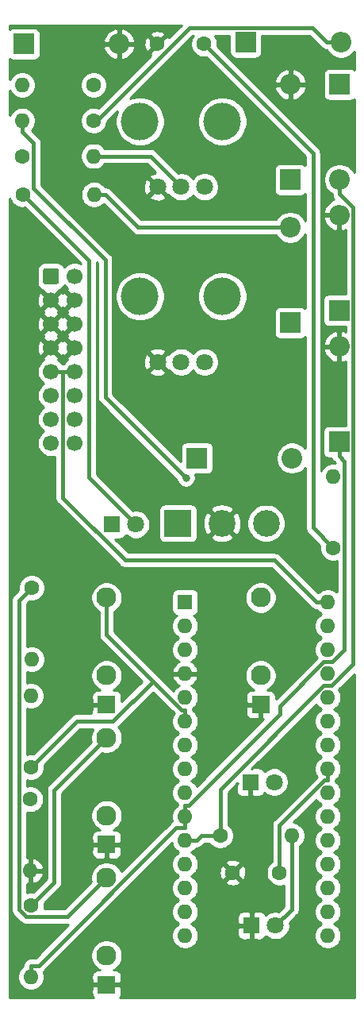
<source format=gbr>
%TF.GenerationSoftware,KiCad,Pcbnew,(5.1.6)-1*%
%TF.CreationDate,2021-03-18T12:54:03+09:00*%
%TF.ProjectId,MultiClockDiv,4d756c74-6943-46c6-9f63-6b4469762e6b,rev?*%
%TF.SameCoordinates,Original*%
%TF.FileFunction,Copper,L2,Bot*%
%TF.FilePolarity,Positive*%
%FSLAX46Y46*%
G04 Gerber Fmt 4.6, Leading zero omitted, Abs format (unit mm)*
G04 Created by KiCad (PCBNEW (5.1.6)-1) date 2021-03-18 12:54:03*
%MOMM*%
%LPD*%
G01*
G04 APERTURE LIST*
%TA.AperFunction,ComponentPad*%
%ADD10O,2.200000X2.200000*%
%TD*%
%TA.AperFunction,ComponentPad*%
%ADD11R,2.200000X2.200000*%
%TD*%
%TA.AperFunction,ComponentPad*%
%ADD12O,1.600000X1.600000*%
%TD*%
%TA.AperFunction,ComponentPad*%
%ADD13R,1.600000X1.600000*%
%TD*%
%TA.AperFunction,ComponentPad*%
%ADD14C,2.850000*%
%TD*%
%TA.AperFunction,ComponentPad*%
%ADD15R,2.850000X2.850000*%
%TD*%
%TA.AperFunction,WasherPad*%
%ADD16C,4.000000*%
%TD*%
%TA.AperFunction,ComponentPad*%
%ADD17C,1.800000*%
%TD*%
%TA.AperFunction,ComponentPad*%
%ADD18C,1.600000*%
%TD*%
%TA.AperFunction,ComponentPad*%
%ADD19C,1.700000*%
%TD*%
%TA.AperFunction,ComponentPad*%
%ADD20C,2.130000*%
%TD*%
%TA.AperFunction,ComponentPad*%
%ADD21R,1.930000X1.830000*%
%TD*%
%TA.AperFunction,ComponentPad*%
%ADD22R,1.800000X1.800000*%
%TD*%
%TA.AperFunction,ViaPad*%
%ADD23C,0.800000*%
%TD*%
%TA.AperFunction,Conductor*%
%ADD24C,0.400000*%
%TD*%
%TA.AperFunction,Conductor*%
%ADD25C,0.254000*%
%TD*%
G04 APERTURE END LIST*
D10*
%TO.P,D3,2*%
%TO.N,GND*%
X197612000Y-82677000D03*
D11*
%TO.P,D3,1*%
%TO.N,Net-(A1-Pad10)*%
X197612000Y-92837000D03*
%TD*%
D12*
%TO.P,A1,16*%
%TO.N,Net-(A1-Pad16)*%
X196406000Y-145478000D03*
%TO.P,A1,15*%
%TO.N,Net-(A1-Pad15)*%
X181166000Y-145478000D03*
%TO.P,A1,30*%
%TO.N,12V*%
X196406000Y-109918000D03*
%TO.P,A1,14*%
%TO.N,Net-(A1-Pad14)*%
X181166000Y-142938000D03*
%TO.P,A1,29*%
%TO.N,Net-(A1-Pad29)*%
X196406000Y-112458000D03*
%TO.P,A1,13*%
%TO.N,Net-(A1-Pad13)*%
X181166000Y-140398000D03*
%TO.P,A1,28*%
%TO.N,Net-(A1-Pad28)*%
X196406000Y-114998000D03*
%TO.P,A1,12*%
%TO.N,Net-(A1-Pad12)*%
X181166000Y-137858000D03*
%TO.P,A1,27*%
%TO.N,5V*%
X196406000Y-117538000D03*
%TO.P,A1,11*%
%TO.N,Net-(A1-Pad11)*%
X181166000Y-135318000D03*
%TO.P,A1,26*%
%TO.N,Net-(A1-Pad26)*%
X196406000Y-120078000D03*
%TO.P,A1,10*%
%TO.N,Net-(A1-Pad10)*%
X181166000Y-132778000D03*
%TO.P,A1,25*%
%TO.N,Net-(A1-Pad25)*%
X196406000Y-122618000D03*
%TO.P,A1,9*%
%TO.N,Net-(A1-Pad9)*%
X181166000Y-130238000D03*
%TO.P,A1,24*%
%TO.N,Net-(A1-Pad24)*%
X196406000Y-125158000D03*
%TO.P,A1,8*%
%TO.N,Net-(A1-Pad8)*%
X181166000Y-127698000D03*
%TO.P,A1,23*%
%TO.N,Net-(A1-Pad23)*%
X196406000Y-127698000D03*
%TO.P,A1,7*%
%TO.N,Net-(A1-Pad7)*%
X181166000Y-125158000D03*
%TO.P,A1,22*%
%TO.N,Net-(A1-Pad22)*%
X196406000Y-130238000D03*
%TO.P,A1,6*%
%TO.N,Net-(A1-Pad6)*%
X181166000Y-122618000D03*
%TO.P,A1,21*%
%TO.N,Net-(A1-Pad21)*%
X196406000Y-132778000D03*
%TO.P,A1,5*%
%TO.N,Net-(A1-Pad5)*%
X181166000Y-120078000D03*
%TO.P,A1,20*%
%TO.N,Net-(A1-Pad20)*%
X196406000Y-135318000D03*
%TO.P,A1,4*%
%TO.N,GND*%
X181166000Y-117538000D03*
%TO.P,A1,19*%
%TO.N,Net-(A1-Pad19)*%
X196406000Y-137858000D03*
%TO.P,A1,3*%
%TO.N,Net-(A1-Pad3)*%
X181166000Y-114998000D03*
%TO.P,A1,18*%
%TO.N,Net-(A1-Pad18)*%
X196406000Y-140398000D03*
%TO.P,A1,2*%
%TO.N,Net-(A1-Pad2)*%
X181166000Y-112458000D03*
%TO.P,A1,17*%
%TO.N,Net-(A1-Pad17)*%
X196406000Y-142938000D03*
D13*
%TO.P,A1,1*%
%TO.N,Net-(A1-Pad1)*%
X181166000Y-109918000D03*
%TD*%
D10*
%TO.P,D5,2*%
%TO.N,Net-(A1-Pad11)*%
X197676000Y-64897000D03*
D11*
%TO.P,D5,1*%
%TO.N,5V*%
X197676000Y-54737000D03*
%TD*%
D10*
%TO.P,D2,2*%
%TO.N,Net-(A1-Pad10)*%
X197802000Y-50228500D03*
D11*
%TO.P,D2,1*%
%TO.N,5V*%
X187642000Y-50228500D03*
%TD*%
D14*
%TO.P,SW1,3*%
%TO.N,Net-(SW1-Pad3)*%
X189812000Y-101516000D03*
%TO.P,SW1,2*%
%TO.N,GND*%
X185112000Y-101516000D03*
D15*
%TO.P,SW1,1*%
%TO.N,Net-(A1-Pad14)*%
X180412000Y-101516000D03*
%TD*%
D16*
%TO.P,RV2,*%
%TO.N,*%
X176344000Y-58659000D03*
X185144000Y-58659000D03*
D17*
%TO.P,RV2,1*%
%TO.N,GND*%
X178244000Y-65659000D03*
%TO.P,RV2,2*%
%TO.N,Net-(R2-Pad2)*%
X180744000Y-65659000D03*
%TO.P,RV2,3*%
%TO.N,5V*%
X183244000Y-65659000D03*
%TD*%
D16*
%TO.P,RV1,*%
%TO.N,*%
X176344000Y-77328000D03*
X185144000Y-77328000D03*
D17*
%TO.P,RV1,1*%
%TO.N,GND*%
X178244000Y-84328000D03*
%TO.P,RV1,2*%
%TO.N,Net-(R1-Pad2)*%
X180744000Y-84328000D03*
%TO.P,RV1,3*%
%TO.N,5V*%
X183244000Y-84328000D03*
%TD*%
D12*
%TO.P,R10,2*%
%TO.N,Net-(A1-Pad6)*%
X171440000Y-66450000D03*
D18*
%TO.P,R10,1*%
%TO.N,Net-(D7-Pad2)*%
X163820000Y-66450000D03*
%TD*%
D12*
%TO.P,R9,2*%
%TO.N,GND*%
X164656000Y-138557000D03*
D18*
%TO.P,R9,1*%
%TO.N,Net-(A1-Pad6)*%
X164656000Y-130937000D03*
%TD*%
D12*
%TO.P,R8,2*%
%TO.N,Net-(A1-Pad6)*%
X163766000Y-54800500D03*
D18*
%TO.P,R8,1*%
%TO.N,Net-(J4-PadT)*%
X171386000Y-54800500D03*
%TD*%
D12*
%TO.P,R7,2*%
%TO.N,Net-(D9-Pad1)*%
X164719000Y-119888000D03*
D18*
%TO.P,R7,1*%
%TO.N,Net-(A1-Pad6)*%
X164719000Y-127508000D03*
%TD*%
D12*
%TO.P,R6,2*%
%TO.N,Net-(D4-Pad2)*%
X192532000Y-134810000D03*
D18*
%TO.P,R6,1*%
%TO.N,Net-(A1-Pad11)*%
X184912000Y-134810000D03*
%TD*%
D12*
%TO.P,R5,2*%
%TO.N,Net-(A1-Pad11)*%
X164782000Y-116014000D03*
D18*
%TO.P,R5,1*%
%TO.N,Net-(J2-PadT)*%
X164782000Y-108394000D03*
%TD*%
D12*
%TO.P,R4,2*%
%TO.N,Net-(D1-Pad2)*%
X163790000Y-58580000D03*
D18*
%TO.P,R4,1*%
%TO.N,Net-(A1-Pad10)*%
X171410000Y-58580000D03*
%TD*%
D12*
%TO.P,R3,2*%
%TO.N,Net-(A1-Pad10)*%
X164719000Y-149860000D03*
D18*
%TO.P,R3,1*%
%TO.N,Net-(J1-PadT)*%
X164719000Y-142240000D03*
%TD*%
D12*
%TO.P,R2,2*%
%TO.N,Net-(R2-Pad2)*%
X171410000Y-62370000D03*
D18*
%TO.P,R2,1*%
%TO.N,Net-(A1-Pad23)*%
X163790000Y-62370000D03*
%TD*%
D12*
%TO.P,R1,2*%
%TO.N,Net-(R1-Pad2)*%
X196977000Y-96520000D03*
D18*
%TO.P,R1,1*%
%TO.N,Net-(A1-Pad22)*%
X196977000Y-104140000D03*
%TD*%
D19*
%TO.P,J5,16*%
%TO.N,Net-(J5-Pad16)*%
X169380000Y-92960000D03*
%TO.P,J5,14*%
%TO.N,Net-(J5-Pad14)*%
X169380000Y-90420000D03*
%TO.P,J5,12*%
%TO.N,Net-(J5-Pad12)*%
X169380000Y-87880000D03*
%TO.P,J5,10*%
%TO.N,12V*%
X169380000Y-85340000D03*
%TO.P,J5,8*%
%TO.N,GND*%
X169380000Y-82800000D03*
%TO.P,J5,6*%
X169380000Y-80260000D03*
%TO.P,J5,4*%
X169380000Y-77720000D03*
%TO.P,J5,2*%
%TO.N,Net-(J5-Pad2)*%
X169380000Y-75180000D03*
%TO.P,J5,15*%
%TO.N,Net-(J5-Pad15)*%
X166840000Y-92960000D03*
%TO.P,J5,13*%
%TO.N,Net-(J5-Pad13)*%
X166840000Y-90420000D03*
%TO.P,J5,11*%
%TO.N,Net-(J5-Pad11)*%
X166840000Y-87880000D03*
%TO.P,J5,9*%
%TO.N,12V*%
X166840000Y-85340000D03*
%TO.P,J5,7*%
%TO.N,GND*%
X166840000Y-82800000D03*
%TO.P,J5,5*%
X166840000Y-80260000D03*
%TO.P,J5,3*%
X166840000Y-77720000D03*
%TO.P,J5,1*%
%TO.N,Net-(J5-Pad1)*%
%TA.AperFunction,ComponentPad*%
G36*
G01*
X165990000Y-75780000D02*
X165990000Y-74580000D01*
G75*
G02*
X166240000Y-74330000I250000J0D01*
G01*
X167440000Y-74330000D01*
G75*
G02*
X167690000Y-74580000I0J-250000D01*
G01*
X167690000Y-75780000D01*
G75*
G02*
X167440000Y-76030000I-250000J0D01*
G01*
X166240000Y-76030000D01*
G75*
G02*
X165990000Y-75780000I0J250000D01*
G01*
G37*
%TD.AperFunction*%
%TD*%
D20*
%TO.P,J4,T*%
%TO.N,Net-(J4-PadT)*%
X189230000Y-109440000D03*
D21*
%TO.P,J4,S*%
%TO.N,GND*%
X189230000Y-120840000D03*
D20*
%TO.P,J4,TN*%
%TO.N,N/C*%
X189230000Y-117740000D03*
%TD*%
%TO.P,J3,T*%
%TO.N,Net-(A1-Pad6)*%
X172784000Y-109440000D03*
D21*
%TO.P,J3,S*%
%TO.N,GND*%
X172784000Y-120840000D03*
D20*
%TO.P,J3,TN*%
%TO.N,N/C*%
X172784000Y-117740000D03*
%TD*%
%TO.P,J2,T*%
%TO.N,Net-(J2-PadT)*%
X172784000Y-139286000D03*
D21*
%TO.P,J2,S*%
%TO.N,GND*%
X172784000Y-150686000D03*
D20*
%TO.P,J2,TN*%
%TO.N,N/C*%
X172784000Y-147586000D03*
%TD*%
%TO.P,J1,T*%
%TO.N,Net-(J1-PadT)*%
X172784000Y-124363000D03*
D21*
%TO.P,J1,S*%
%TO.N,GND*%
X172784000Y-135763000D03*
D20*
%TO.P,J1,TN*%
%TO.N,N/C*%
X172784000Y-132663000D03*
%TD*%
D10*
%TO.P,D11,2*%
%TO.N,GND*%
X174117000Y-50419000D03*
D11*
%TO.P,D11,1*%
%TO.N,Net-(A1-Pad6)*%
X163957000Y-50419000D03*
%TD*%
D10*
%TO.P,D10,2*%
%TO.N,Net-(A1-Pad6)*%
X192405000Y-69977000D03*
D11*
%TO.P,D10,1*%
%TO.N,5V*%
X192405000Y-80137000D03*
%TD*%
D10*
%TO.P,D9,2*%
%TO.N,Net-(A1-Pad16)*%
X192600000Y-94560000D03*
D11*
%TO.P,D9,1*%
%TO.N,Net-(D9-Pad1)*%
X182440000Y-94560000D03*
%TD*%
D10*
%TO.P,D8,2*%
%TO.N,GND*%
X197612000Y-68643500D03*
D11*
%TO.P,D8,1*%
%TO.N,Net-(A1-Pad6)*%
X197612000Y-78803500D03*
%TD*%
D17*
%TO.P,D7,2*%
%TO.N,Net-(D7-Pad2)*%
X175904000Y-101644000D03*
D22*
%TO.P,D7,1*%
%TO.N,GND*%
X173364000Y-101644000D03*
%TD*%
D10*
%TO.P,D6,2*%
%TO.N,GND*%
X192405000Y-54737000D03*
D11*
%TO.P,D6,1*%
%TO.N,Net-(A1-Pad11)*%
X192405000Y-64897000D03*
%TD*%
D17*
%TO.P,D4,2*%
%TO.N,Net-(D4-Pad2)*%
X190818000Y-144399000D03*
D22*
%TO.P,D4,1*%
%TO.N,GND*%
X188278000Y-144399000D03*
%TD*%
D17*
%TO.P,D1,2*%
%TO.N,Net-(D1-Pad2)*%
X190690000Y-129096000D03*
D22*
%TO.P,D1,1*%
%TO.N,GND*%
X188150000Y-129096000D03*
%TD*%
D18*
%TO.P,C2,2*%
%TO.N,Net-(A1-Pad23)*%
X191246000Y-138748000D03*
%TO.P,C2,1*%
%TO.N,GND*%
X186246000Y-138748000D03*
%TD*%
%TO.P,C1,2*%
%TO.N,GND*%
X178198000Y-50419000D03*
%TO.P,C1,1*%
%TO.N,Net-(A1-Pad22)*%
X183198000Y-50419000D03*
%TD*%
D23*
%TO.N,Net-(D1-Pad2)*%
X181264000Y-96676200D03*
%TD*%
D24*
%TO.N,12V*%
X196406000Y-109918000D02*
X195205700Y-109918000D01*
X168110000Y-85340000D02*
X168110000Y-98776100D01*
X168110000Y-98776100D02*
X174779500Y-105445600D01*
X174779500Y-105445600D02*
X190733300Y-105445600D01*
X190733300Y-105445600D02*
X195205700Y-109918000D01*
X168110000Y-85340000D02*
X169380000Y-85340000D01*
X166840000Y-85340000D02*
X168110000Y-85340000D01*
%TO.N,Net-(A1-Pad11)*%
X197676000Y-64897000D02*
X197676000Y-66397300D01*
X184912000Y-134810000D02*
X184912000Y-129873100D01*
X184912000Y-129873100D02*
X195977100Y-118808000D01*
X195977100Y-118808000D02*
X196834900Y-118808000D01*
X196834900Y-118808000D02*
X199119500Y-116523400D01*
X199119500Y-116523400D02*
X199119500Y-67840800D01*
X199119500Y-67840800D02*
X197676000Y-66397300D01*
X182366300Y-135318000D02*
X182874300Y-134810000D01*
X182874300Y-134810000D02*
X184912000Y-134810000D01*
X181766200Y-135318000D02*
X181166000Y-135318000D01*
X181766200Y-135318000D02*
X182366300Y-135318000D01*
%TO.N,Net-(A1-Pad10)*%
X181166000Y-132778000D02*
X181166000Y-131577700D01*
X197612000Y-92837000D02*
X197612000Y-94337300D01*
X197612000Y-94337300D02*
X198191200Y-94916500D01*
X198191200Y-94916500D02*
X198191200Y-114950900D01*
X198191200Y-114950900D02*
X196874100Y-116268000D01*
X196874100Y-116268000D02*
X195978300Y-116268000D01*
X195978300Y-116268000D02*
X191258600Y-120987700D01*
X191258600Y-120987700D02*
X191258600Y-121858100D01*
X191258600Y-121858100D02*
X181539000Y-131577700D01*
X181539000Y-131577700D02*
X181166000Y-131577700D01*
X181166000Y-132778000D02*
X181166000Y-133978300D01*
X164719000Y-149860000D02*
X164719000Y-148659700D01*
X164719000Y-148659700D02*
X165522400Y-148659700D01*
X165522400Y-148659700D02*
X180203800Y-133978300D01*
X180203800Y-133978300D02*
X181166000Y-133978300D01*
X197802000Y-50228500D02*
X196301700Y-50228500D01*
X171410000Y-58580000D02*
X171776000Y-58580000D01*
X171776000Y-58580000D02*
X181627900Y-48728100D01*
X181627900Y-48728100D02*
X194801300Y-48728100D01*
X194801300Y-48728100D02*
X196301700Y-50228500D01*
%TO.N,Net-(A1-Pad23)*%
X196406000Y-127698000D02*
X196406000Y-128898300D01*
X191246000Y-138748000D02*
X191246000Y-133685200D01*
X191246000Y-133685200D02*
X196032900Y-128898300D01*
X196032900Y-128898300D02*
X196406000Y-128898300D01*
%TO.N,Net-(A1-Pad22)*%
X183198000Y-50419000D02*
X194819700Y-62040700D01*
X194819700Y-62040700D02*
X194819700Y-101982700D01*
X194819700Y-101982700D02*
X196977000Y-104140000D01*
%TO.N,Net-(A1-Pad6)*%
X171440000Y-66450000D02*
X172640300Y-66450000D01*
X172640300Y-66450000D02*
X176167300Y-69977000D01*
X176167300Y-69977000D02*
X192405000Y-69977000D01*
X177726800Y-118351600D02*
X180792900Y-121417700D01*
X180792900Y-121417700D02*
X181166000Y-121417700D01*
X172784000Y-109440000D02*
X172784000Y-113408800D01*
X172784000Y-113408800D02*
X177726800Y-118351600D01*
X177726800Y-118351600D02*
X173464200Y-122614200D01*
X173464200Y-122614200D02*
X169612800Y-122614200D01*
X169612800Y-122614200D02*
X164719000Y-127508000D01*
X181166000Y-122618000D02*
X181166000Y-121417700D01*
%TO.N,Net-(D1-Pad2)*%
X163790000Y-58580000D02*
X163790000Y-59780300D01*
X163790000Y-59780300D02*
X164990300Y-60980600D01*
X164990300Y-60980600D02*
X164990300Y-65766100D01*
X164990300Y-65766100D02*
X172632000Y-73407800D01*
X172632000Y-73407800D02*
X172632000Y-88044200D01*
X172632000Y-88044200D02*
X181264000Y-96676200D01*
%TO.N,Net-(D4-Pad2)*%
X190818000Y-144399000D02*
X192532000Y-142685000D01*
X192532000Y-142685000D02*
X192532000Y-134810000D01*
%TO.N,Net-(D7-Pad2)*%
X163820000Y-66450000D02*
X170891200Y-73521200D01*
X170891200Y-73521200D02*
X170891200Y-96631200D01*
X170891200Y-96631200D02*
X175904000Y-101644000D01*
%TO.N,Net-(J1-PadT)*%
X172784000Y-124363000D02*
X167201600Y-129945400D01*
X167201600Y-129945400D02*
X167201600Y-139757400D01*
X167201600Y-139757400D02*
X164719000Y-142240000D01*
%TO.N,Net-(J2-PadT)*%
X172784000Y-139286000D02*
X168625300Y-143444700D01*
X168625300Y-143444700D02*
X164178200Y-143444700D01*
X164178200Y-143444700D02*
X163430400Y-142696900D01*
X163430400Y-142696900D02*
X163430400Y-109745600D01*
X163430400Y-109745600D02*
X164782000Y-108394000D01*
%TO.N,Net-(R2-Pad2)*%
X171410000Y-62370000D02*
X177455000Y-62370000D01*
X177455000Y-62370000D02*
X180744000Y-65659000D01*
%TD*%
D25*
%TO.N,GND*%
G36*
X162548320Y-67129727D02*
G01*
X162705363Y-67364759D01*
X162905241Y-67564637D01*
X163140273Y-67721680D01*
X163401426Y-67829853D01*
X163678665Y-67885000D01*
X163961335Y-67885000D01*
X164055418Y-67866285D01*
X170031737Y-73842606D01*
X169813158Y-73752068D01*
X169526260Y-73695000D01*
X169233740Y-73695000D01*
X168946842Y-73752068D01*
X168676589Y-73864010D01*
X168433368Y-74026525D01*
X168246285Y-74213608D01*
X168178405Y-74086614D01*
X168067962Y-73952038D01*
X167933386Y-73841595D01*
X167779850Y-73759528D01*
X167613254Y-73708992D01*
X167440000Y-73691928D01*
X166240000Y-73691928D01*
X166066746Y-73708992D01*
X165900150Y-73759528D01*
X165746614Y-73841595D01*
X165612038Y-73952038D01*
X165501595Y-74086614D01*
X165419528Y-74240150D01*
X165368992Y-74406746D01*
X165351928Y-74580000D01*
X165351928Y-75780000D01*
X165368992Y-75953254D01*
X165419528Y-76119850D01*
X165501595Y-76273386D01*
X165612038Y-76407962D01*
X165746614Y-76518405D01*
X165900150Y-76600472D01*
X166009293Y-76633580D01*
X165991208Y-76691603D01*
X166840000Y-77540395D01*
X167688792Y-76691603D01*
X167670707Y-76633580D01*
X167779850Y-76600472D01*
X167933386Y-76518405D01*
X168067962Y-76407962D01*
X168178405Y-76273386D01*
X168246285Y-76146392D01*
X168433368Y-76333475D01*
X168606729Y-76449311D01*
X168531208Y-76691603D01*
X169380000Y-77540395D01*
X169394143Y-77526253D01*
X169573748Y-77705858D01*
X169559605Y-77720000D01*
X169573748Y-77734143D01*
X169394143Y-77913748D01*
X169380000Y-77899605D01*
X168531208Y-78748397D01*
X168606514Y-78990000D01*
X168531208Y-79231603D01*
X169380000Y-80080395D01*
X169394143Y-80066253D01*
X169573748Y-80245858D01*
X169559605Y-80260000D01*
X169573748Y-80274143D01*
X169394143Y-80453748D01*
X169380000Y-80439605D01*
X168531208Y-81288397D01*
X168606514Y-81530000D01*
X168531208Y-81771603D01*
X169380000Y-82620395D01*
X169394143Y-82606253D01*
X169573748Y-82785858D01*
X169559605Y-82800000D01*
X169573748Y-82814143D01*
X169394143Y-82993748D01*
X169380000Y-82979605D01*
X168531208Y-83828397D01*
X168606729Y-84070689D01*
X168433368Y-84186525D01*
X168226525Y-84393368D01*
X168151935Y-84505000D01*
X168151018Y-84505000D01*
X168110000Y-84500960D01*
X168068981Y-84505000D01*
X168068065Y-84505000D01*
X167993475Y-84393368D01*
X167786632Y-84186525D01*
X167613271Y-84070689D01*
X167688792Y-83828397D01*
X166840000Y-82979605D01*
X165991208Y-83828397D01*
X166066729Y-84070689D01*
X165893368Y-84186525D01*
X165686525Y-84393368D01*
X165524010Y-84636589D01*
X165412068Y-84906842D01*
X165355000Y-85193740D01*
X165355000Y-85486260D01*
X165412068Y-85773158D01*
X165524010Y-86043411D01*
X165686525Y-86286632D01*
X165893368Y-86493475D01*
X166067760Y-86610000D01*
X165893368Y-86726525D01*
X165686525Y-86933368D01*
X165524010Y-87176589D01*
X165412068Y-87446842D01*
X165355000Y-87733740D01*
X165355000Y-88026260D01*
X165412068Y-88313158D01*
X165524010Y-88583411D01*
X165686525Y-88826632D01*
X165893368Y-89033475D01*
X166067760Y-89150000D01*
X165893368Y-89266525D01*
X165686525Y-89473368D01*
X165524010Y-89716589D01*
X165412068Y-89986842D01*
X165355000Y-90273740D01*
X165355000Y-90566260D01*
X165412068Y-90853158D01*
X165524010Y-91123411D01*
X165686525Y-91366632D01*
X165893368Y-91573475D01*
X166067760Y-91690000D01*
X165893368Y-91806525D01*
X165686525Y-92013368D01*
X165524010Y-92256589D01*
X165412068Y-92526842D01*
X165355000Y-92813740D01*
X165355000Y-93106260D01*
X165412068Y-93393158D01*
X165524010Y-93663411D01*
X165686525Y-93906632D01*
X165893368Y-94113475D01*
X166136589Y-94275990D01*
X166406842Y-94387932D01*
X166693740Y-94445000D01*
X166986260Y-94445000D01*
X167273158Y-94387932D01*
X167275001Y-94387169D01*
X167275001Y-98735071D01*
X167270960Y-98776100D01*
X167287082Y-98939788D01*
X167334828Y-99097186D01*
X167334829Y-99097187D01*
X167412365Y-99242246D01*
X167516710Y-99369391D01*
X167548574Y-99395541D01*
X174160059Y-106007027D01*
X174186209Y-106038891D01*
X174313354Y-106143236D01*
X174458413Y-106220772D01*
X174615811Y-106268518D01*
X174738481Y-106280600D01*
X174738491Y-106280600D01*
X174779499Y-106284639D01*
X174820507Y-106280600D01*
X190387433Y-106280600D01*
X194586263Y-110479432D01*
X194612409Y-110511291D01*
X194739554Y-110615636D01*
X194884613Y-110693172D01*
X195042011Y-110740918D01*
X195164681Y-110753000D01*
X195164682Y-110753000D01*
X195205700Y-110757040D01*
X195238604Y-110753799D01*
X195291363Y-110832759D01*
X195491241Y-111032637D01*
X195723759Y-111188000D01*
X195491241Y-111343363D01*
X195291363Y-111543241D01*
X195134320Y-111778273D01*
X195026147Y-112039426D01*
X194971000Y-112316665D01*
X194971000Y-112599335D01*
X195026147Y-112876574D01*
X195134320Y-113137727D01*
X195291363Y-113372759D01*
X195491241Y-113572637D01*
X195723759Y-113728000D01*
X195491241Y-113883363D01*
X195291363Y-114083241D01*
X195134320Y-114318273D01*
X195026147Y-114579426D01*
X194971000Y-114856665D01*
X194971000Y-115139335D01*
X195026147Y-115416574D01*
X195134320Y-115677727D01*
X195235811Y-115829620D01*
X190831564Y-120233869D01*
X190833072Y-119925000D01*
X190820812Y-119800518D01*
X190784502Y-119680820D01*
X190725537Y-119570506D01*
X190646185Y-119473815D01*
X190549494Y-119394463D01*
X190439180Y-119335498D01*
X190319482Y-119299188D01*
X190195000Y-119286928D01*
X189934860Y-119288105D01*
X190035252Y-119246521D01*
X190313687Y-119060477D01*
X190550477Y-118823687D01*
X190736521Y-118545252D01*
X190864670Y-118235872D01*
X190930000Y-117907435D01*
X190930000Y-117572565D01*
X190864670Y-117244128D01*
X190736521Y-116934748D01*
X190550477Y-116656313D01*
X190313687Y-116419523D01*
X190035252Y-116233479D01*
X189725872Y-116105330D01*
X189397435Y-116040000D01*
X189062565Y-116040000D01*
X188734128Y-116105330D01*
X188424748Y-116233479D01*
X188146313Y-116419523D01*
X187909523Y-116656313D01*
X187723479Y-116934748D01*
X187595330Y-117244128D01*
X187530000Y-117572565D01*
X187530000Y-117907435D01*
X187595330Y-118235872D01*
X187723479Y-118545252D01*
X187909523Y-118823687D01*
X188146313Y-119060477D01*
X188424748Y-119246521D01*
X188525140Y-119288105D01*
X188265000Y-119286928D01*
X188140518Y-119299188D01*
X188020820Y-119335498D01*
X187910506Y-119394463D01*
X187813815Y-119473815D01*
X187734463Y-119570506D01*
X187675498Y-119680820D01*
X187639188Y-119800518D01*
X187626928Y-119925000D01*
X187630000Y-120554250D01*
X187788750Y-120713000D01*
X189103000Y-120713000D01*
X189103000Y-120693000D01*
X189357000Y-120693000D01*
X189357000Y-120713000D01*
X189377000Y-120713000D01*
X189377000Y-120967000D01*
X189357000Y-120967000D01*
X189357000Y-122231250D01*
X189515750Y-122390000D01*
X189545697Y-122390135D01*
X182413599Y-129522234D01*
X182280637Y-129323241D01*
X182080759Y-129123363D01*
X181848241Y-128968000D01*
X182080759Y-128812637D01*
X182280637Y-128612759D01*
X182437680Y-128377727D01*
X182545853Y-128116574D01*
X182601000Y-127839335D01*
X182601000Y-127556665D01*
X182545853Y-127279426D01*
X182437680Y-127018273D01*
X182280637Y-126783241D01*
X182080759Y-126583363D01*
X181848241Y-126428000D01*
X182080759Y-126272637D01*
X182280637Y-126072759D01*
X182437680Y-125837727D01*
X182545853Y-125576574D01*
X182601000Y-125299335D01*
X182601000Y-125016665D01*
X182545853Y-124739426D01*
X182437680Y-124478273D01*
X182280637Y-124243241D01*
X182080759Y-124043363D01*
X181848241Y-123888000D01*
X182080759Y-123732637D01*
X182280637Y-123532759D01*
X182437680Y-123297727D01*
X182545853Y-123036574D01*
X182601000Y-122759335D01*
X182601000Y-122476665D01*
X182545853Y-122199426D01*
X182437680Y-121938273D01*
X182315222Y-121755000D01*
X187626928Y-121755000D01*
X187639188Y-121879482D01*
X187675498Y-121999180D01*
X187734463Y-122109494D01*
X187813815Y-122206185D01*
X187910506Y-122285537D01*
X188020820Y-122344502D01*
X188140518Y-122380812D01*
X188265000Y-122393072D01*
X188944250Y-122390000D01*
X189103000Y-122231250D01*
X189103000Y-120967000D01*
X187788750Y-120967000D01*
X187630000Y-121125750D01*
X187626928Y-121755000D01*
X182315222Y-121755000D01*
X182280637Y-121703241D01*
X182080759Y-121503363D01*
X182001799Y-121450604D01*
X182005040Y-121417700D01*
X181988918Y-121254011D01*
X181988916Y-121254004D01*
X182080759Y-121192637D01*
X182280637Y-120992759D01*
X182437680Y-120757727D01*
X182545853Y-120496574D01*
X182601000Y-120219335D01*
X182601000Y-119936665D01*
X182545853Y-119659426D01*
X182437680Y-119398273D01*
X182280637Y-119163241D01*
X182080759Y-118963363D01*
X181845727Y-118806320D01*
X181835135Y-118801933D01*
X182021131Y-118690385D01*
X182229519Y-118501414D01*
X182397037Y-118275420D01*
X182517246Y-118021087D01*
X182557904Y-117887039D01*
X182435915Y-117665000D01*
X181293000Y-117665000D01*
X181293000Y-117685000D01*
X181039000Y-117685000D01*
X181039000Y-117665000D01*
X179896085Y-117665000D01*
X179774096Y-117887039D01*
X179814754Y-118021087D01*
X179934963Y-118275420D01*
X180102481Y-118501414D01*
X180310869Y-118690385D01*
X180496865Y-118801933D01*
X180486273Y-118806320D01*
X180251241Y-118963363D01*
X180051363Y-119163241D01*
X179918361Y-119362293D01*
X178346248Y-117790181D01*
X178346239Y-117790170D01*
X178346236Y-117790167D01*
X178320091Y-117758309D01*
X178288233Y-117732164D01*
X173619000Y-113062933D01*
X173619000Y-110926644D01*
X173867687Y-110760477D01*
X174104477Y-110523687D01*
X174290521Y-110245252D01*
X174418670Y-109935872D01*
X174484000Y-109607435D01*
X174484000Y-109272565D01*
X174453256Y-109118000D01*
X179727928Y-109118000D01*
X179727928Y-110718000D01*
X179740188Y-110842482D01*
X179776498Y-110962180D01*
X179835463Y-111072494D01*
X179914815Y-111169185D01*
X180011506Y-111248537D01*
X180121820Y-111307502D01*
X180241518Y-111343812D01*
X180249961Y-111344643D01*
X180051363Y-111543241D01*
X179894320Y-111778273D01*
X179786147Y-112039426D01*
X179731000Y-112316665D01*
X179731000Y-112599335D01*
X179786147Y-112876574D01*
X179894320Y-113137727D01*
X180051363Y-113372759D01*
X180251241Y-113572637D01*
X180483759Y-113728000D01*
X180251241Y-113883363D01*
X180051363Y-114083241D01*
X179894320Y-114318273D01*
X179786147Y-114579426D01*
X179731000Y-114856665D01*
X179731000Y-115139335D01*
X179786147Y-115416574D01*
X179894320Y-115677727D01*
X180051363Y-115912759D01*
X180251241Y-116112637D01*
X180486273Y-116269680D01*
X180496865Y-116274067D01*
X180310869Y-116385615D01*
X180102481Y-116574586D01*
X179934963Y-116800580D01*
X179814754Y-117054913D01*
X179774096Y-117188961D01*
X179896085Y-117411000D01*
X181039000Y-117411000D01*
X181039000Y-117391000D01*
X181293000Y-117391000D01*
X181293000Y-117411000D01*
X182435915Y-117411000D01*
X182557904Y-117188961D01*
X182517246Y-117054913D01*
X182397037Y-116800580D01*
X182229519Y-116574586D01*
X182021131Y-116385615D01*
X181835135Y-116274067D01*
X181845727Y-116269680D01*
X182080759Y-116112637D01*
X182280637Y-115912759D01*
X182437680Y-115677727D01*
X182545853Y-115416574D01*
X182601000Y-115139335D01*
X182601000Y-114856665D01*
X182545853Y-114579426D01*
X182437680Y-114318273D01*
X182280637Y-114083241D01*
X182080759Y-113883363D01*
X181848241Y-113728000D01*
X182080759Y-113572637D01*
X182280637Y-113372759D01*
X182437680Y-113137727D01*
X182545853Y-112876574D01*
X182601000Y-112599335D01*
X182601000Y-112316665D01*
X182545853Y-112039426D01*
X182437680Y-111778273D01*
X182280637Y-111543241D01*
X182082039Y-111344643D01*
X182090482Y-111343812D01*
X182210180Y-111307502D01*
X182320494Y-111248537D01*
X182417185Y-111169185D01*
X182496537Y-111072494D01*
X182555502Y-110962180D01*
X182591812Y-110842482D01*
X182604072Y-110718000D01*
X182604072Y-109272565D01*
X187530000Y-109272565D01*
X187530000Y-109607435D01*
X187595330Y-109935872D01*
X187723479Y-110245252D01*
X187909523Y-110523687D01*
X188146313Y-110760477D01*
X188424748Y-110946521D01*
X188734128Y-111074670D01*
X189062565Y-111140000D01*
X189397435Y-111140000D01*
X189725872Y-111074670D01*
X190035252Y-110946521D01*
X190313687Y-110760477D01*
X190550477Y-110523687D01*
X190736521Y-110245252D01*
X190864670Y-109935872D01*
X190930000Y-109607435D01*
X190930000Y-109272565D01*
X190864670Y-108944128D01*
X190736521Y-108634748D01*
X190550477Y-108356313D01*
X190313687Y-108119523D01*
X190035252Y-107933479D01*
X189725872Y-107805330D01*
X189397435Y-107740000D01*
X189062565Y-107740000D01*
X188734128Y-107805330D01*
X188424748Y-107933479D01*
X188146313Y-108119523D01*
X187909523Y-108356313D01*
X187723479Y-108634748D01*
X187595330Y-108944128D01*
X187530000Y-109272565D01*
X182604072Y-109272565D01*
X182604072Y-109118000D01*
X182591812Y-108993518D01*
X182555502Y-108873820D01*
X182496537Y-108763506D01*
X182417185Y-108666815D01*
X182320494Y-108587463D01*
X182210180Y-108528498D01*
X182090482Y-108492188D01*
X181966000Y-108479928D01*
X180366000Y-108479928D01*
X180241518Y-108492188D01*
X180121820Y-108528498D01*
X180011506Y-108587463D01*
X179914815Y-108666815D01*
X179835463Y-108763506D01*
X179776498Y-108873820D01*
X179740188Y-108993518D01*
X179727928Y-109118000D01*
X174453256Y-109118000D01*
X174418670Y-108944128D01*
X174290521Y-108634748D01*
X174104477Y-108356313D01*
X173867687Y-108119523D01*
X173589252Y-107933479D01*
X173279872Y-107805330D01*
X172951435Y-107740000D01*
X172616565Y-107740000D01*
X172288128Y-107805330D01*
X171978748Y-107933479D01*
X171700313Y-108119523D01*
X171463523Y-108356313D01*
X171277479Y-108634748D01*
X171149330Y-108944128D01*
X171084000Y-109272565D01*
X171084000Y-109607435D01*
X171149330Y-109935872D01*
X171277479Y-110245252D01*
X171463523Y-110523687D01*
X171700313Y-110760477D01*
X171949000Y-110926644D01*
X171949001Y-113367772D01*
X171944960Y-113408800D01*
X171961082Y-113572488D01*
X172008828Y-113729886D01*
X172086364Y-113874945D01*
X172109907Y-113903632D01*
X172190710Y-114002091D01*
X172222574Y-114028241D01*
X176545931Y-118351600D01*
X174384200Y-120513333D01*
X174387072Y-119925000D01*
X174374812Y-119800518D01*
X174338502Y-119680820D01*
X174279537Y-119570506D01*
X174200185Y-119473815D01*
X174103494Y-119394463D01*
X173993180Y-119335498D01*
X173873482Y-119299188D01*
X173749000Y-119286928D01*
X173488860Y-119288105D01*
X173589252Y-119246521D01*
X173867687Y-119060477D01*
X174104477Y-118823687D01*
X174290521Y-118545252D01*
X174418670Y-118235872D01*
X174484000Y-117907435D01*
X174484000Y-117572565D01*
X174418670Y-117244128D01*
X174290521Y-116934748D01*
X174104477Y-116656313D01*
X173867687Y-116419523D01*
X173589252Y-116233479D01*
X173279872Y-116105330D01*
X172951435Y-116040000D01*
X172616565Y-116040000D01*
X172288128Y-116105330D01*
X171978748Y-116233479D01*
X171700313Y-116419523D01*
X171463523Y-116656313D01*
X171277479Y-116934748D01*
X171149330Y-117244128D01*
X171084000Y-117572565D01*
X171084000Y-117907435D01*
X171149330Y-118235872D01*
X171277479Y-118545252D01*
X171463523Y-118823687D01*
X171700313Y-119060477D01*
X171978748Y-119246521D01*
X172079140Y-119288105D01*
X171819000Y-119286928D01*
X171694518Y-119299188D01*
X171574820Y-119335498D01*
X171464506Y-119394463D01*
X171367815Y-119473815D01*
X171288463Y-119570506D01*
X171229498Y-119680820D01*
X171193188Y-119800518D01*
X171180928Y-119925000D01*
X171184000Y-120554250D01*
X171342750Y-120713000D01*
X172657000Y-120713000D01*
X172657000Y-120693000D01*
X172911000Y-120693000D01*
X172911000Y-120713000D01*
X172931000Y-120713000D01*
X172931000Y-120967000D01*
X172911000Y-120967000D01*
X172911000Y-120987000D01*
X172657000Y-120987000D01*
X172657000Y-120967000D01*
X171342750Y-120967000D01*
X171184000Y-121125750D01*
X171180928Y-121755000D01*
X171183311Y-121779200D01*
X169653807Y-121779200D01*
X169612799Y-121775161D01*
X169571791Y-121779200D01*
X169571781Y-121779200D01*
X169449111Y-121791282D01*
X169291713Y-121839028D01*
X169146654Y-121916564D01*
X169019509Y-122020909D01*
X168993361Y-122052771D01*
X164954418Y-126091715D01*
X164860335Y-126073000D01*
X164577665Y-126073000D01*
X164300426Y-126128147D01*
X164265400Y-126142655D01*
X164265400Y-121253345D01*
X164300426Y-121267853D01*
X164577665Y-121323000D01*
X164860335Y-121323000D01*
X165137574Y-121267853D01*
X165398727Y-121159680D01*
X165633759Y-121002637D01*
X165833637Y-120802759D01*
X165990680Y-120567727D01*
X166098853Y-120306574D01*
X166154000Y-120029335D01*
X166154000Y-119746665D01*
X166098853Y-119469426D01*
X165990680Y-119208273D01*
X165833637Y-118973241D01*
X165633759Y-118773363D01*
X165398727Y-118616320D01*
X165137574Y-118508147D01*
X164860335Y-118453000D01*
X164577665Y-118453000D01*
X164300426Y-118508147D01*
X164265400Y-118522655D01*
X164265400Y-117353249D01*
X164363426Y-117393853D01*
X164640665Y-117449000D01*
X164923335Y-117449000D01*
X165200574Y-117393853D01*
X165461727Y-117285680D01*
X165696759Y-117128637D01*
X165896637Y-116928759D01*
X166053680Y-116693727D01*
X166161853Y-116432574D01*
X166217000Y-116155335D01*
X166217000Y-115872665D01*
X166161853Y-115595426D01*
X166053680Y-115334273D01*
X165896637Y-115099241D01*
X165696759Y-114899363D01*
X165461727Y-114742320D01*
X165200574Y-114634147D01*
X164923335Y-114579000D01*
X164640665Y-114579000D01*
X164363426Y-114634147D01*
X164265400Y-114674751D01*
X164265400Y-110091467D01*
X164546582Y-109810285D01*
X164640665Y-109829000D01*
X164923335Y-109829000D01*
X165200574Y-109773853D01*
X165461727Y-109665680D01*
X165696759Y-109508637D01*
X165896637Y-109308759D01*
X166053680Y-109073727D01*
X166161853Y-108812574D01*
X166217000Y-108535335D01*
X166217000Y-108252665D01*
X166161853Y-107975426D01*
X166053680Y-107714273D01*
X165896637Y-107479241D01*
X165696759Y-107279363D01*
X165461727Y-107122320D01*
X165200574Y-107014147D01*
X164923335Y-106959000D01*
X164640665Y-106959000D01*
X164363426Y-107014147D01*
X164102273Y-107122320D01*
X163867241Y-107279363D01*
X163667363Y-107479241D01*
X163510320Y-107714273D01*
X163402147Y-107975426D01*
X163347000Y-108252665D01*
X163347000Y-108535335D01*
X163365715Y-108629418D01*
X162868974Y-109126159D01*
X162837110Y-109152309D01*
X162810962Y-109184171D01*
X162732764Y-109279455D01*
X162655228Y-109424514D01*
X162607482Y-109581912D01*
X162591360Y-109745600D01*
X162595401Y-109786629D01*
X162595400Y-142655882D01*
X162591360Y-142696900D01*
X162595400Y-142737918D01*
X162607482Y-142860588D01*
X162655228Y-143017986D01*
X162732764Y-143163045D01*
X162837109Y-143290191D01*
X162868978Y-143316345D01*
X163558763Y-144006131D01*
X163584909Y-144037991D01*
X163616768Y-144064137D01*
X163616770Y-144064139D01*
X163712054Y-144142336D01*
X163857113Y-144219872D01*
X164014511Y-144267618D01*
X164178200Y-144283740D01*
X164219218Y-144279700D01*
X168584282Y-144279700D01*
X168625300Y-144283740D01*
X168666318Y-144279700D01*
X168666319Y-144279700D01*
X168727565Y-144273668D01*
X165176533Y-147824700D01*
X164760019Y-147824700D01*
X164719000Y-147820660D01*
X164677982Y-147824700D01*
X164677981Y-147824700D01*
X164555311Y-147836782D01*
X164397913Y-147884528D01*
X164252854Y-147962064D01*
X164125709Y-148066409D01*
X164021364Y-148193554D01*
X163943828Y-148338613D01*
X163896082Y-148496011D01*
X163879960Y-148659700D01*
X163883201Y-148692604D01*
X163804241Y-148745363D01*
X163604363Y-148945241D01*
X163447320Y-149180273D01*
X163339147Y-149441426D01*
X163284000Y-149718665D01*
X163284000Y-150001335D01*
X163339147Y-150278574D01*
X163447320Y-150539727D01*
X163604363Y-150774759D01*
X163804241Y-150974637D01*
X164039273Y-151131680D01*
X164300426Y-151239853D01*
X164577665Y-151295000D01*
X164860335Y-151295000D01*
X165137574Y-151239853D01*
X165398727Y-151131680D01*
X165633759Y-150974637D01*
X165833637Y-150774759D01*
X165990680Y-150539727D01*
X166098853Y-150278574D01*
X166154000Y-150001335D01*
X166154000Y-149718665D01*
X166098853Y-149441426D01*
X166044874Y-149311109D01*
X166115691Y-149252991D01*
X166141846Y-149221121D01*
X167944402Y-147418565D01*
X171084000Y-147418565D01*
X171084000Y-147753435D01*
X171149330Y-148081872D01*
X171277479Y-148391252D01*
X171463523Y-148669687D01*
X171700313Y-148906477D01*
X171978748Y-149092521D01*
X172079140Y-149134105D01*
X171819000Y-149132928D01*
X171694518Y-149145188D01*
X171574820Y-149181498D01*
X171464506Y-149240463D01*
X171367815Y-149319815D01*
X171288463Y-149416506D01*
X171229498Y-149526820D01*
X171193188Y-149646518D01*
X171180928Y-149771000D01*
X171184000Y-150400250D01*
X171342750Y-150559000D01*
X172657000Y-150559000D01*
X172657000Y-150539000D01*
X172911000Y-150539000D01*
X172911000Y-150559000D01*
X174225250Y-150559000D01*
X174384000Y-150400250D01*
X174387072Y-149771000D01*
X174374812Y-149646518D01*
X174338502Y-149526820D01*
X174279537Y-149416506D01*
X174200185Y-149319815D01*
X174103494Y-149240463D01*
X173993180Y-149181498D01*
X173873482Y-149145188D01*
X173749000Y-149132928D01*
X173488860Y-149134105D01*
X173589252Y-149092521D01*
X173867687Y-148906477D01*
X174104477Y-148669687D01*
X174290521Y-148391252D01*
X174418670Y-148081872D01*
X174484000Y-147753435D01*
X174484000Y-147418565D01*
X174418670Y-147090128D01*
X174290521Y-146780748D01*
X174104477Y-146502313D01*
X173867687Y-146265523D01*
X173589252Y-146079479D01*
X173279872Y-145951330D01*
X172951435Y-145886000D01*
X172616565Y-145886000D01*
X172288128Y-145951330D01*
X171978748Y-146079479D01*
X171700313Y-146265523D01*
X171463523Y-146502313D01*
X171277479Y-146780748D01*
X171149330Y-147090128D01*
X171084000Y-147418565D01*
X167944402Y-147418565D01*
X179759642Y-135603326D01*
X179786147Y-135736574D01*
X179894320Y-135997727D01*
X180051363Y-136232759D01*
X180251241Y-136432637D01*
X180483759Y-136588000D01*
X180251241Y-136743363D01*
X180051363Y-136943241D01*
X179894320Y-137178273D01*
X179786147Y-137439426D01*
X179731000Y-137716665D01*
X179731000Y-137999335D01*
X179786147Y-138276574D01*
X179894320Y-138537727D01*
X180051363Y-138772759D01*
X180251241Y-138972637D01*
X180483759Y-139128000D01*
X180251241Y-139283363D01*
X180051363Y-139483241D01*
X179894320Y-139718273D01*
X179786147Y-139979426D01*
X179731000Y-140256665D01*
X179731000Y-140539335D01*
X179786147Y-140816574D01*
X179894320Y-141077727D01*
X180051363Y-141312759D01*
X180251241Y-141512637D01*
X180483759Y-141668000D01*
X180251241Y-141823363D01*
X180051363Y-142023241D01*
X179894320Y-142258273D01*
X179786147Y-142519426D01*
X179731000Y-142796665D01*
X179731000Y-143079335D01*
X179786147Y-143356574D01*
X179894320Y-143617727D01*
X180051363Y-143852759D01*
X180251241Y-144052637D01*
X180483759Y-144208000D01*
X180251241Y-144363363D01*
X180051363Y-144563241D01*
X179894320Y-144798273D01*
X179786147Y-145059426D01*
X179731000Y-145336665D01*
X179731000Y-145619335D01*
X179786147Y-145896574D01*
X179894320Y-146157727D01*
X180051363Y-146392759D01*
X180251241Y-146592637D01*
X180486273Y-146749680D01*
X180747426Y-146857853D01*
X181024665Y-146913000D01*
X181307335Y-146913000D01*
X181584574Y-146857853D01*
X181845727Y-146749680D01*
X182080759Y-146592637D01*
X182280637Y-146392759D01*
X182437680Y-146157727D01*
X182545853Y-145896574D01*
X182601000Y-145619335D01*
X182601000Y-145336665D01*
X182593508Y-145299000D01*
X186739928Y-145299000D01*
X186752188Y-145423482D01*
X186788498Y-145543180D01*
X186847463Y-145653494D01*
X186926815Y-145750185D01*
X187023506Y-145829537D01*
X187133820Y-145888502D01*
X187253518Y-145924812D01*
X187378000Y-145937072D01*
X187992250Y-145934000D01*
X188151000Y-145775250D01*
X188151000Y-144526000D01*
X186901750Y-144526000D01*
X186743000Y-144684750D01*
X186739928Y-145299000D01*
X182593508Y-145299000D01*
X182545853Y-145059426D01*
X182437680Y-144798273D01*
X182280637Y-144563241D01*
X182080759Y-144363363D01*
X181848241Y-144208000D01*
X182080759Y-144052637D01*
X182280637Y-143852759D01*
X182437680Y-143617727D01*
X182486858Y-143499000D01*
X186739928Y-143499000D01*
X186743000Y-144113250D01*
X186901750Y-144272000D01*
X188151000Y-144272000D01*
X188151000Y-143022750D01*
X187992250Y-142864000D01*
X187378000Y-142860928D01*
X187253518Y-142873188D01*
X187133820Y-142909498D01*
X187023506Y-142968463D01*
X186926815Y-143047815D01*
X186847463Y-143144506D01*
X186788498Y-143254820D01*
X186752188Y-143374518D01*
X186739928Y-143499000D01*
X182486858Y-143499000D01*
X182545853Y-143356574D01*
X182601000Y-143079335D01*
X182601000Y-142796665D01*
X182545853Y-142519426D01*
X182437680Y-142258273D01*
X182280637Y-142023241D01*
X182080759Y-141823363D01*
X181848241Y-141668000D01*
X182080759Y-141512637D01*
X182280637Y-141312759D01*
X182437680Y-141077727D01*
X182545853Y-140816574D01*
X182601000Y-140539335D01*
X182601000Y-140256665D01*
X182545853Y-139979426D01*
X182446971Y-139740702D01*
X185432903Y-139740702D01*
X185504486Y-139984671D01*
X185759996Y-140105571D01*
X186034184Y-140174300D01*
X186316512Y-140188217D01*
X186596130Y-140146787D01*
X186862292Y-140051603D01*
X186987514Y-139984671D01*
X187059097Y-139740702D01*
X186246000Y-138927605D01*
X185432903Y-139740702D01*
X182446971Y-139740702D01*
X182437680Y-139718273D01*
X182280637Y-139483241D01*
X182080759Y-139283363D01*
X181848241Y-139128000D01*
X182080759Y-138972637D01*
X182234884Y-138818512D01*
X184805783Y-138818512D01*
X184847213Y-139098130D01*
X184942397Y-139364292D01*
X185009329Y-139489514D01*
X185253298Y-139561097D01*
X186066395Y-138748000D01*
X186425605Y-138748000D01*
X187238702Y-139561097D01*
X187482671Y-139489514D01*
X187603571Y-139234004D01*
X187672300Y-138959816D01*
X187686217Y-138677488D01*
X187644787Y-138397870D01*
X187549603Y-138131708D01*
X187482671Y-138006486D01*
X187238702Y-137934903D01*
X186425605Y-138748000D01*
X186066395Y-138748000D01*
X185253298Y-137934903D01*
X185009329Y-138006486D01*
X184888429Y-138261996D01*
X184819700Y-138536184D01*
X184805783Y-138818512D01*
X182234884Y-138818512D01*
X182280637Y-138772759D01*
X182437680Y-138537727D01*
X182545853Y-138276574D01*
X182601000Y-137999335D01*
X182601000Y-137755298D01*
X185432903Y-137755298D01*
X186246000Y-138568395D01*
X187059097Y-137755298D01*
X186987514Y-137511329D01*
X186732004Y-137390429D01*
X186457816Y-137321700D01*
X186175488Y-137307783D01*
X185895870Y-137349213D01*
X185629708Y-137444397D01*
X185504486Y-137511329D01*
X185432903Y-137755298D01*
X182601000Y-137755298D01*
X182601000Y-137716665D01*
X182545853Y-137439426D01*
X182437680Y-137178273D01*
X182280637Y-136943241D01*
X182080759Y-136743363D01*
X181848241Y-136588000D01*
X182080759Y-136432637D01*
X182280637Y-136232759D01*
X182333396Y-136153799D01*
X182366300Y-136157040D01*
X182407318Y-136153000D01*
X182407319Y-136153000D01*
X182529989Y-136140918D01*
X182687387Y-136093172D01*
X182832446Y-136015636D01*
X182959591Y-135911291D01*
X182985746Y-135879421D01*
X183220167Y-135645000D01*
X183744070Y-135645000D01*
X183797363Y-135724759D01*
X183997241Y-135924637D01*
X184232273Y-136081680D01*
X184493426Y-136189853D01*
X184770665Y-136245000D01*
X185053335Y-136245000D01*
X185330574Y-136189853D01*
X185591727Y-136081680D01*
X185826759Y-135924637D01*
X186026637Y-135724759D01*
X186183680Y-135489727D01*
X186291853Y-135228574D01*
X186347000Y-134951335D01*
X186347000Y-134668665D01*
X186291853Y-134391426D01*
X186183680Y-134130273D01*
X186026637Y-133895241D01*
X185826759Y-133695363D01*
X185747000Y-133642070D01*
X185747000Y-130218967D01*
X186742965Y-129223002D01*
X186773748Y-129223002D01*
X186615000Y-129381750D01*
X186611928Y-129996000D01*
X186624188Y-130120482D01*
X186660498Y-130240180D01*
X186719463Y-130350494D01*
X186798815Y-130447185D01*
X186895506Y-130526537D01*
X187005820Y-130585502D01*
X187125518Y-130621812D01*
X187250000Y-130634072D01*
X187864250Y-130631000D01*
X188023000Y-130472250D01*
X188023000Y-129223000D01*
X188003000Y-129223000D01*
X188003000Y-128969000D01*
X188023000Y-128969000D01*
X188023000Y-128949000D01*
X188277000Y-128949000D01*
X188277000Y-128969000D01*
X188297000Y-128969000D01*
X188297000Y-129223000D01*
X188277000Y-129223000D01*
X188277000Y-130472250D01*
X188435750Y-130631000D01*
X189050000Y-130634072D01*
X189174482Y-130621812D01*
X189294180Y-130585502D01*
X189404494Y-130526537D01*
X189501185Y-130447185D01*
X189580537Y-130350494D01*
X189639502Y-130240180D01*
X189645056Y-130221873D01*
X189711495Y-130288312D01*
X189962905Y-130456299D01*
X190242257Y-130572011D01*
X190538816Y-130631000D01*
X190841184Y-130631000D01*
X191137743Y-130572011D01*
X191417095Y-130456299D01*
X191668505Y-130288312D01*
X191882312Y-130074505D01*
X192050299Y-129823095D01*
X192166011Y-129543743D01*
X192225000Y-129247184D01*
X192225000Y-128944816D01*
X192166011Y-128648257D01*
X192050299Y-128368905D01*
X191882312Y-128117495D01*
X191668505Y-127903688D01*
X191417095Y-127735701D01*
X191137743Y-127619989D01*
X190841184Y-127561000D01*
X190538816Y-127561000D01*
X190242257Y-127619989D01*
X189962905Y-127735701D01*
X189711495Y-127903688D01*
X189645056Y-127970127D01*
X189639502Y-127951820D01*
X189580537Y-127841506D01*
X189501185Y-127744815D01*
X189404494Y-127665463D01*
X189294180Y-127606498D01*
X189174482Y-127570188D01*
X189050000Y-127557928D01*
X188435750Y-127561000D01*
X188277002Y-127719748D01*
X188277002Y-127688965D01*
X195163929Y-120802039D01*
X195291363Y-120992759D01*
X195491241Y-121192637D01*
X195723759Y-121348000D01*
X195491241Y-121503363D01*
X195291363Y-121703241D01*
X195134320Y-121938273D01*
X195026147Y-122199426D01*
X194971000Y-122476665D01*
X194971000Y-122759335D01*
X195026147Y-123036574D01*
X195134320Y-123297727D01*
X195291363Y-123532759D01*
X195491241Y-123732637D01*
X195723759Y-123888000D01*
X195491241Y-124043363D01*
X195291363Y-124243241D01*
X195134320Y-124478273D01*
X195026147Y-124739426D01*
X194971000Y-125016665D01*
X194971000Y-125299335D01*
X195026147Y-125576574D01*
X195134320Y-125837727D01*
X195291363Y-126072759D01*
X195491241Y-126272637D01*
X195723759Y-126428000D01*
X195491241Y-126583363D01*
X195291363Y-126783241D01*
X195134320Y-127018273D01*
X195026147Y-127279426D01*
X194971000Y-127556665D01*
X194971000Y-127839335D01*
X195026147Y-128116574D01*
X195134320Y-128377727D01*
X195229763Y-128520568D01*
X190684574Y-133065759D01*
X190652710Y-133091909D01*
X190626562Y-133123771D01*
X190548364Y-133219055D01*
X190470828Y-133364114D01*
X190423082Y-133521512D01*
X190406960Y-133685200D01*
X190411001Y-133726228D01*
X190411000Y-137580070D01*
X190331241Y-137633363D01*
X190131363Y-137833241D01*
X189974320Y-138068273D01*
X189866147Y-138329426D01*
X189811000Y-138606665D01*
X189811000Y-138889335D01*
X189866147Y-139166574D01*
X189974320Y-139427727D01*
X190131363Y-139662759D01*
X190331241Y-139862637D01*
X190566273Y-140019680D01*
X190827426Y-140127853D01*
X191104665Y-140183000D01*
X191387335Y-140183000D01*
X191664574Y-140127853D01*
X191697000Y-140114422D01*
X191697000Y-142339132D01*
X191138461Y-142897671D01*
X190969184Y-142864000D01*
X190666816Y-142864000D01*
X190370257Y-142922989D01*
X190090905Y-143038701D01*
X189839495Y-143206688D01*
X189773056Y-143273127D01*
X189767502Y-143254820D01*
X189708537Y-143144506D01*
X189629185Y-143047815D01*
X189532494Y-142968463D01*
X189422180Y-142909498D01*
X189302482Y-142873188D01*
X189178000Y-142860928D01*
X188563750Y-142864000D01*
X188405000Y-143022750D01*
X188405000Y-144272000D01*
X188425000Y-144272000D01*
X188425000Y-144526000D01*
X188405000Y-144526000D01*
X188405000Y-145775250D01*
X188563750Y-145934000D01*
X189178000Y-145937072D01*
X189302482Y-145924812D01*
X189422180Y-145888502D01*
X189532494Y-145829537D01*
X189629185Y-145750185D01*
X189708537Y-145653494D01*
X189767502Y-145543180D01*
X189773056Y-145524873D01*
X189839495Y-145591312D01*
X190090905Y-145759299D01*
X190370257Y-145875011D01*
X190666816Y-145934000D01*
X190969184Y-145934000D01*
X191265743Y-145875011D01*
X191545095Y-145759299D01*
X191796505Y-145591312D01*
X192010312Y-145377505D01*
X192178299Y-145126095D01*
X192294011Y-144846743D01*
X192353000Y-144550184D01*
X192353000Y-144247816D01*
X192319329Y-144078539D01*
X193093428Y-143304440D01*
X193125291Y-143278291D01*
X193229636Y-143151146D01*
X193307172Y-143006087D01*
X193354918Y-142848689D01*
X193367000Y-142726019D01*
X193367000Y-142726018D01*
X193371040Y-142685001D01*
X193367000Y-142643982D01*
X193367000Y-135977930D01*
X193446759Y-135924637D01*
X193646637Y-135724759D01*
X193803680Y-135489727D01*
X193911853Y-135228574D01*
X193967000Y-134951335D01*
X193967000Y-134668665D01*
X193911853Y-134391426D01*
X193803680Y-134130273D01*
X193646637Y-133895241D01*
X193446759Y-133695363D01*
X193211727Y-133538320D01*
X192950574Y-133430147D01*
X192726493Y-133385574D01*
X195158361Y-130953707D01*
X195291363Y-131152759D01*
X195491241Y-131352637D01*
X195723759Y-131508000D01*
X195491241Y-131663363D01*
X195291363Y-131863241D01*
X195134320Y-132098273D01*
X195026147Y-132359426D01*
X194971000Y-132636665D01*
X194971000Y-132919335D01*
X195026147Y-133196574D01*
X195134320Y-133457727D01*
X195291363Y-133692759D01*
X195491241Y-133892637D01*
X195723759Y-134048000D01*
X195491241Y-134203363D01*
X195291363Y-134403241D01*
X195134320Y-134638273D01*
X195026147Y-134899426D01*
X194971000Y-135176665D01*
X194971000Y-135459335D01*
X195026147Y-135736574D01*
X195134320Y-135997727D01*
X195291363Y-136232759D01*
X195491241Y-136432637D01*
X195723759Y-136588000D01*
X195491241Y-136743363D01*
X195291363Y-136943241D01*
X195134320Y-137178273D01*
X195026147Y-137439426D01*
X194971000Y-137716665D01*
X194971000Y-137999335D01*
X195026147Y-138276574D01*
X195134320Y-138537727D01*
X195291363Y-138772759D01*
X195491241Y-138972637D01*
X195723759Y-139128000D01*
X195491241Y-139283363D01*
X195291363Y-139483241D01*
X195134320Y-139718273D01*
X195026147Y-139979426D01*
X194971000Y-140256665D01*
X194971000Y-140539335D01*
X195026147Y-140816574D01*
X195134320Y-141077727D01*
X195291363Y-141312759D01*
X195491241Y-141512637D01*
X195723759Y-141668000D01*
X195491241Y-141823363D01*
X195291363Y-142023241D01*
X195134320Y-142258273D01*
X195026147Y-142519426D01*
X194971000Y-142796665D01*
X194971000Y-143079335D01*
X195026147Y-143356574D01*
X195134320Y-143617727D01*
X195291363Y-143852759D01*
X195491241Y-144052637D01*
X195723759Y-144208000D01*
X195491241Y-144363363D01*
X195291363Y-144563241D01*
X195134320Y-144798273D01*
X195026147Y-145059426D01*
X194971000Y-145336665D01*
X194971000Y-145619335D01*
X195026147Y-145896574D01*
X195134320Y-146157727D01*
X195291363Y-146392759D01*
X195491241Y-146592637D01*
X195726273Y-146749680D01*
X195987426Y-146857853D01*
X196264665Y-146913000D01*
X196547335Y-146913000D01*
X196824574Y-146857853D01*
X197085727Y-146749680D01*
X197320759Y-146592637D01*
X197520637Y-146392759D01*
X197677680Y-146157727D01*
X197785853Y-145896574D01*
X197841000Y-145619335D01*
X197841000Y-145336665D01*
X197785853Y-145059426D01*
X197677680Y-144798273D01*
X197520637Y-144563241D01*
X197320759Y-144363363D01*
X197088241Y-144208000D01*
X197320759Y-144052637D01*
X197520637Y-143852759D01*
X197677680Y-143617727D01*
X197785853Y-143356574D01*
X197841000Y-143079335D01*
X197841000Y-142796665D01*
X197785853Y-142519426D01*
X197677680Y-142258273D01*
X197520637Y-142023241D01*
X197320759Y-141823363D01*
X197088241Y-141668000D01*
X197320759Y-141512637D01*
X197520637Y-141312759D01*
X197677680Y-141077727D01*
X197785853Y-140816574D01*
X197841000Y-140539335D01*
X197841000Y-140256665D01*
X197785853Y-139979426D01*
X197677680Y-139718273D01*
X197520637Y-139483241D01*
X197320759Y-139283363D01*
X197088241Y-139128000D01*
X197320759Y-138972637D01*
X197520637Y-138772759D01*
X197677680Y-138537727D01*
X197785853Y-138276574D01*
X197841000Y-137999335D01*
X197841000Y-137716665D01*
X197785853Y-137439426D01*
X197677680Y-137178273D01*
X197520637Y-136943241D01*
X197320759Y-136743363D01*
X197088241Y-136588000D01*
X197320759Y-136432637D01*
X197520637Y-136232759D01*
X197677680Y-135997727D01*
X197785853Y-135736574D01*
X197841000Y-135459335D01*
X197841000Y-135176665D01*
X197785853Y-134899426D01*
X197677680Y-134638273D01*
X197520637Y-134403241D01*
X197320759Y-134203363D01*
X197088241Y-134048000D01*
X197320759Y-133892637D01*
X197520637Y-133692759D01*
X197677680Y-133457727D01*
X197785853Y-133196574D01*
X197841000Y-132919335D01*
X197841000Y-132636665D01*
X197785853Y-132359426D01*
X197677680Y-132098273D01*
X197520637Y-131863241D01*
X197320759Y-131663363D01*
X197088241Y-131508000D01*
X197320759Y-131352637D01*
X197520637Y-131152759D01*
X197677680Y-130917727D01*
X197785853Y-130656574D01*
X197841000Y-130379335D01*
X197841000Y-130096665D01*
X197785853Y-129819426D01*
X197677680Y-129558273D01*
X197520637Y-129323241D01*
X197320759Y-129123363D01*
X197228916Y-129061996D01*
X197228918Y-129061989D01*
X197241000Y-128939319D01*
X197245040Y-128898300D01*
X197241799Y-128865396D01*
X197320759Y-128812637D01*
X197520637Y-128612759D01*
X197677680Y-128377727D01*
X197785853Y-128116574D01*
X197841000Y-127839335D01*
X197841000Y-127556665D01*
X197785853Y-127279426D01*
X197677680Y-127018273D01*
X197520637Y-126783241D01*
X197320759Y-126583363D01*
X197088241Y-126428000D01*
X197320759Y-126272637D01*
X197520637Y-126072759D01*
X197677680Y-125837727D01*
X197785853Y-125576574D01*
X197841000Y-125299335D01*
X197841000Y-125016665D01*
X197785853Y-124739426D01*
X197677680Y-124478273D01*
X197520637Y-124243241D01*
X197320759Y-124043363D01*
X197088241Y-123888000D01*
X197320759Y-123732637D01*
X197520637Y-123532759D01*
X197677680Y-123297727D01*
X197785853Y-123036574D01*
X197841000Y-122759335D01*
X197841000Y-122476665D01*
X197785853Y-122199426D01*
X197677680Y-121938273D01*
X197520637Y-121703241D01*
X197320759Y-121503363D01*
X197088241Y-121348000D01*
X197320759Y-121192637D01*
X197520637Y-120992759D01*
X197677680Y-120757727D01*
X197785853Y-120496574D01*
X197841000Y-120219335D01*
X197841000Y-119936665D01*
X197785853Y-119659426D01*
X197677680Y-119398273D01*
X197576669Y-119247098D01*
X199238001Y-117585767D01*
X199238001Y-152057500D01*
X174193709Y-152057500D01*
X174200185Y-152052185D01*
X174279537Y-151955494D01*
X174338502Y-151845180D01*
X174374812Y-151725482D01*
X174387072Y-151601000D01*
X174384000Y-150971750D01*
X174225250Y-150813000D01*
X172911000Y-150813000D01*
X172911000Y-150833000D01*
X172657000Y-150833000D01*
X172657000Y-150813000D01*
X171342750Y-150813000D01*
X171184000Y-150971750D01*
X171180928Y-151601000D01*
X171193188Y-151725482D01*
X171229498Y-151845180D01*
X171288463Y-151955494D01*
X171367815Y-152052185D01*
X171374291Y-152057500D01*
X162458000Y-152057500D01*
X162458000Y-82868531D01*
X165349389Y-82868531D01*
X165391401Y-83158019D01*
X165489081Y-83433747D01*
X165562528Y-83571157D01*
X165811603Y-83648792D01*
X166660395Y-82800000D01*
X167019605Y-82800000D01*
X167868397Y-83648792D01*
X168110000Y-83573486D01*
X168351603Y-83648792D01*
X169200395Y-82800000D01*
X168351603Y-81951208D01*
X168110000Y-82026514D01*
X167868397Y-81951208D01*
X167019605Y-82800000D01*
X166660395Y-82800000D01*
X165811603Y-81951208D01*
X165562528Y-82028843D01*
X165436629Y-82292883D01*
X165364661Y-82576411D01*
X165349389Y-82868531D01*
X162458000Y-82868531D01*
X162458000Y-81288397D01*
X165991208Y-81288397D01*
X166066514Y-81530000D01*
X165991208Y-81771603D01*
X166840000Y-82620395D01*
X167688792Y-81771603D01*
X167613486Y-81530000D01*
X167688792Y-81288397D01*
X166840000Y-80439605D01*
X165991208Y-81288397D01*
X162458000Y-81288397D01*
X162458000Y-80328531D01*
X165349389Y-80328531D01*
X165391401Y-80618019D01*
X165489081Y-80893747D01*
X165562528Y-81031157D01*
X165811603Y-81108792D01*
X166660395Y-80260000D01*
X167019605Y-80260000D01*
X167868397Y-81108792D01*
X168110000Y-81033486D01*
X168351603Y-81108792D01*
X169200395Y-80260000D01*
X168351603Y-79411208D01*
X168110000Y-79486514D01*
X167868397Y-79411208D01*
X167019605Y-80260000D01*
X166660395Y-80260000D01*
X165811603Y-79411208D01*
X165562528Y-79488843D01*
X165436629Y-79752883D01*
X165364661Y-80036411D01*
X165349389Y-80328531D01*
X162458000Y-80328531D01*
X162458000Y-78748397D01*
X165991208Y-78748397D01*
X166066514Y-78990000D01*
X165991208Y-79231603D01*
X166840000Y-80080395D01*
X167688792Y-79231603D01*
X167613486Y-78990000D01*
X167688792Y-78748397D01*
X166840000Y-77899605D01*
X165991208Y-78748397D01*
X162458000Y-78748397D01*
X162458000Y-77788531D01*
X165349389Y-77788531D01*
X165391401Y-78078019D01*
X165489081Y-78353747D01*
X165562528Y-78491157D01*
X165811603Y-78568792D01*
X166660395Y-77720000D01*
X167019605Y-77720000D01*
X167868397Y-78568792D01*
X168110000Y-78493486D01*
X168351603Y-78568792D01*
X169200395Y-77720000D01*
X168351603Y-76871208D01*
X168110000Y-76946514D01*
X167868397Y-76871208D01*
X167019605Y-77720000D01*
X166660395Y-77720000D01*
X165811603Y-76871208D01*
X165562528Y-76948843D01*
X165436629Y-77212883D01*
X165364661Y-77496411D01*
X165349389Y-77788531D01*
X162458000Y-77788531D01*
X162458000Y-66911675D01*
X162548320Y-67129727D01*
G37*
X162548320Y-67129727D02*
X162705363Y-67364759D01*
X162905241Y-67564637D01*
X163140273Y-67721680D01*
X163401426Y-67829853D01*
X163678665Y-67885000D01*
X163961335Y-67885000D01*
X164055418Y-67866285D01*
X170031737Y-73842606D01*
X169813158Y-73752068D01*
X169526260Y-73695000D01*
X169233740Y-73695000D01*
X168946842Y-73752068D01*
X168676589Y-73864010D01*
X168433368Y-74026525D01*
X168246285Y-74213608D01*
X168178405Y-74086614D01*
X168067962Y-73952038D01*
X167933386Y-73841595D01*
X167779850Y-73759528D01*
X167613254Y-73708992D01*
X167440000Y-73691928D01*
X166240000Y-73691928D01*
X166066746Y-73708992D01*
X165900150Y-73759528D01*
X165746614Y-73841595D01*
X165612038Y-73952038D01*
X165501595Y-74086614D01*
X165419528Y-74240150D01*
X165368992Y-74406746D01*
X165351928Y-74580000D01*
X165351928Y-75780000D01*
X165368992Y-75953254D01*
X165419528Y-76119850D01*
X165501595Y-76273386D01*
X165612038Y-76407962D01*
X165746614Y-76518405D01*
X165900150Y-76600472D01*
X166009293Y-76633580D01*
X165991208Y-76691603D01*
X166840000Y-77540395D01*
X167688792Y-76691603D01*
X167670707Y-76633580D01*
X167779850Y-76600472D01*
X167933386Y-76518405D01*
X168067962Y-76407962D01*
X168178405Y-76273386D01*
X168246285Y-76146392D01*
X168433368Y-76333475D01*
X168606729Y-76449311D01*
X168531208Y-76691603D01*
X169380000Y-77540395D01*
X169394143Y-77526253D01*
X169573748Y-77705858D01*
X169559605Y-77720000D01*
X169573748Y-77734143D01*
X169394143Y-77913748D01*
X169380000Y-77899605D01*
X168531208Y-78748397D01*
X168606514Y-78990000D01*
X168531208Y-79231603D01*
X169380000Y-80080395D01*
X169394143Y-80066253D01*
X169573748Y-80245858D01*
X169559605Y-80260000D01*
X169573748Y-80274143D01*
X169394143Y-80453748D01*
X169380000Y-80439605D01*
X168531208Y-81288397D01*
X168606514Y-81530000D01*
X168531208Y-81771603D01*
X169380000Y-82620395D01*
X169394143Y-82606253D01*
X169573748Y-82785858D01*
X169559605Y-82800000D01*
X169573748Y-82814143D01*
X169394143Y-82993748D01*
X169380000Y-82979605D01*
X168531208Y-83828397D01*
X168606729Y-84070689D01*
X168433368Y-84186525D01*
X168226525Y-84393368D01*
X168151935Y-84505000D01*
X168151018Y-84505000D01*
X168110000Y-84500960D01*
X168068981Y-84505000D01*
X168068065Y-84505000D01*
X167993475Y-84393368D01*
X167786632Y-84186525D01*
X167613271Y-84070689D01*
X167688792Y-83828397D01*
X166840000Y-82979605D01*
X165991208Y-83828397D01*
X166066729Y-84070689D01*
X165893368Y-84186525D01*
X165686525Y-84393368D01*
X165524010Y-84636589D01*
X165412068Y-84906842D01*
X165355000Y-85193740D01*
X165355000Y-85486260D01*
X165412068Y-85773158D01*
X165524010Y-86043411D01*
X165686525Y-86286632D01*
X165893368Y-86493475D01*
X166067760Y-86610000D01*
X165893368Y-86726525D01*
X165686525Y-86933368D01*
X165524010Y-87176589D01*
X165412068Y-87446842D01*
X165355000Y-87733740D01*
X165355000Y-88026260D01*
X165412068Y-88313158D01*
X165524010Y-88583411D01*
X165686525Y-88826632D01*
X165893368Y-89033475D01*
X166067760Y-89150000D01*
X165893368Y-89266525D01*
X165686525Y-89473368D01*
X165524010Y-89716589D01*
X165412068Y-89986842D01*
X165355000Y-90273740D01*
X165355000Y-90566260D01*
X165412068Y-90853158D01*
X165524010Y-91123411D01*
X165686525Y-91366632D01*
X165893368Y-91573475D01*
X166067760Y-91690000D01*
X165893368Y-91806525D01*
X165686525Y-92013368D01*
X165524010Y-92256589D01*
X165412068Y-92526842D01*
X165355000Y-92813740D01*
X165355000Y-93106260D01*
X165412068Y-93393158D01*
X165524010Y-93663411D01*
X165686525Y-93906632D01*
X165893368Y-94113475D01*
X166136589Y-94275990D01*
X166406842Y-94387932D01*
X166693740Y-94445000D01*
X166986260Y-94445000D01*
X167273158Y-94387932D01*
X167275001Y-94387169D01*
X167275001Y-98735071D01*
X167270960Y-98776100D01*
X167287082Y-98939788D01*
X167334828Y-99097186D01*
X167334829Y-99097187D01*
X167412365Y-99242246D01*
X167516710Y-99369391D01*
X167548574Y-99395541D01*
X174160059Y-106007027D01*
X174186209Y-106038891D01*
X174313354Y-106143236D01*
X174458413Y-106220772D01*
X174615811Y-106268518D01*
X174738481Y-106280600D01*
X174738491Y-106280600D01*
X174779499Y-106284639D01*
X174820507Y-106280600D01*
X190387433Y-106280600D01*
X194586263Y-110479432D01*
X194612409Y-110511291D01*
X194739554Y-110615636D01*
X194884613Y-110693172D01*
X195042011Y-110740918D01*
X195164681Y-110753000D01*
X195164682Y-110753000D01*
X195205700Y-110757040D01*
X195238604Y-110753799D01*
X195291363Y-110832759D01*
X195491241Y-111032637D01*
X195723759Y-111188000D01*
X195491241Y-111343363D01*
X195291363Y-111543241D01*
X195134320Y-111778273D01*
X195026147Y-112039426D01*
X194971000Y-112316665D01*
X194971000Y-112599335D01*
X195026147Y-112876574D01*
X195134320Y-113137727D01*
X195291363Y-113372759D01*
X195491241Y-113572637D01*
X195723759Y-113728000D01*
X195491241Y-113883363D01*
X195291363Y-114083241D01*
X195134320Y-114318273D01*
X195026147Y-114579426D01*
X194971000Y-114856665D01*
X194971000Y-115139335D01*
X195026147Y-115416574D01*
X195134320Y-115677727D01*
X195235811Y-115829620D01*
X190831564Y-120233869D01*
X190833072Y-119925000D01*
X190820812Y-119800518D01*
X190784502Y-119680820D01*
X190725537Y-119570506D01*
X190646185Y-119473815D01*
X190549494Y-119394463D01*
X190439180Y-119335498D01*
X190319482Y-119299188D01*
X190195000Y-119286928D01*
X189934860Y-119288105D01*
X190035252Y-119246521D01*
X190313687Y-119060477D01*
X190550477Y-118823687D01*
X190736521Y-118545252D01*
X190864670Y-118235872D01*
X190930000Y-117907435D01*
X190930000Y-117572565D01*
X190864670Y-117244128D01*
X190736521Y-116934748D01*
X190550477Y-116656313D01*
X190313687Y-116419523D01*
X190035252Y-116233479D01*
X189725872Y-116105330D01*
X189397435Y-116040000D01*
X189062565Y-116040000D01*
X188734128Y-116105330D01*
X188424748Y-116233479D01*
X188146313Y-116419523D01*
X187909523Y-116656313D01*
X187723479Y-116934748D01*
X187595330Y-117244128D01*
X187530000Y-117572565D01*
X187530000Y-117907435D01*
X187595330Y-118235872D01*
X187723479Y-118545252D01*
X187909523Y-118823687D01*
X188146313Y-119060477D01*
X188424748Y-119246521D01*
X188525140Y-119288105D01*
X188265000Y-119286928D01*
X188140518Y-119299188D01*
X188020820Y-119335498D01*
X187910506Y-119394463D01*
X187813815Y-119473815D01*
X187734463Y-119570506D01*
X187675498Y-119680820D01*
X187639188Y-119800518D01*
X187626928Y-119925000D01*
X187630000Y-120554250D01*
X187788750Y-120713000D01*
X189103000Y-120713000D01*
X189103000Y-120693000D01*
X189357000Y-120693000D01*
X189357000Y-120713000D01*
X189377000Y-120713000D01*
X189377000Y-120967000D01*
X189357000Y-120967000D01*
X189357000Y-122231250D01*
X189515750Y-122390000D01*
X189545697Y-122390135D01*
X182413599Y-129522234D01*
X182280637Y-129323241D01*
X182080759Y-129123363D01*
X181848241Y-128968000D01*
X182080759Y-128812637D01*
X182280637Y-128612759D01*
X182437680Y-128377727D01*
X182545853Y-128116574D01*
X182601000Y-127839335D01*
X182601000Y-127556665D01*
X182545853Y-127279426D01*
X182437680Y-127018273D01*
X182280637Y-126783241D01*
X182080759Y-126583363D01*
X181848241Y-126428000D01*
X182080759Y-126272637D01*
X182280637Y-126072759D01*
X182437680Y-125837727D01*
X182545853Y-125576574D01*
X182601000Y-125299335D01*
X182601000Y-125016665D01*
X182545853Y-124739426D01*
X182437680Y-124478273D01*
X182280637Y-124243241D01*
X182080759Y-124043363D01*
X181848241Y-123888000D01*
X182080759Y-123732637D01*
X182280637Y-123532759D01*
X182437680Y-123297727D01*
X182545853Y-123036574D01*
X182601000Y-122759335D01*
X182601000Y-122476665D01*
X182545853Y-122199426D01*
X182437680Y-121938273D01*
X182315222Y-121755000D01*
X187626928Y-121755000D01*
X187639188Y-121879482D01*
X187675498Y-121999180D01*
X187734463Y-122109494D01*
X187813815Y-122206185D01*
X187910506Y-122285537D01*
X188020820Y-122344502D01*
X188140518Y-122380812D01*
X188265000Y-122393072D01*
X188944250Y-122390000D01*
X189103000Y-122231250D01*
X189103000Y-120967000D01*
X187788750Y-120967000D01*
X187630000Y-121125750D01*
X187626928Y-121755000D01*
X182315222Y-121755000D01*
X182280637Y-121703241D01*
X182080759Y-121503363D01*
X182001799Y-121450604D01*
X182005040Y-121417700D01*
X181988918Y-121254011D01*
X181988916Y-121254004D01*
X182080759Y-121192637D01*
X182280637Y-120992759D01*
X182437680Y-120757727D01*
X182545853Y-120496574D01*
X182601000Y-120219335D01*
X182601000Y-119936665D01*
X182545853Y-119659426D01*
X182437680Y-119398273D01*
X182280637Y-119163241D01*
X182080759Y-118963363D01*
X181845727Y-118806320D01*
X181835135Y-118801933D01*
X182021131Y-118690385D01*
X182229519Y-118501414D01*
X182397037Y-118275420D01*
X182517246Y-118021087D01*
X182557904Y-117887039D01*
X182435915Y-117665000D01*
X181293000Y-117665000D01*
X181293000Y-117685000D01*
X181039000Y-117685000D01*
X181039000Y-117665000D01*
X179896085Y-117665000D01*
X179774096Y-117887039D01*
X179814754Y-118021087D01*
X179934963Y-118275420D01*
X180102481Y-118501414D01*
X180310869Y-118690385D01*
X180496865Y-118801933D01*
X180486273Y-118806320D01*
X180251241Y-118963363D01*
X180051363Y-119163241D01*
X179918361Y-119362293D01*
X178346248Y-117790181D01*
X178346239Y-117790170D01*
X178346236Y-117790167D01*
X178320091Y-117758309D01*
X178288233Y-117732164D01*
X173619000Y-113062933D01*
X173619000Y-110926644D01*
X173867687Y-110760477D01*
X174104477Y-110523687D01*
X174290521Y-110245252D01*
X174418670Y-109935872D01*
X174484000Y-109607435D01*
X174484000Y-109272565D01*
X174453256Y-109118000D01*
X179727928Y-109118000D01*
X179727928Y-110718000D01*
X179740188Y-110842482D01*
X179776498Y-110962180D01*
X179835463Y-111072494D01*
X179914815Y-111169185D01*
X180011506Y-111248537D01*
X180121820Y-111307502D01*
X180241518Y-111343812D01*
X180249961Y-111344643D01*
X180051363Y-111543241D01*
X179894320Y-111778273D01*
X179786147Y-112039426D01*
X179731000Y-112316665D01*
X179731000Y-112599335D01*
X179786147Y-112876574D01*
X179894320Y-113137727D01*
X180051363Y-113372759D01*
X180251241Y-113572637D01*
X180483759Y-113728000D01*
X180251241Y-113883363D01*
X180051363Y-114083241D01*
X179894320Y-114318273D01*
X179786147Y-114579426D01*
X179731000Y-114856665D01*
X179731000Y-115139335D01*
X179786147Y-115416574D01*
X179894320Y-115677727D01*
X180051363Y-115912759D01*
X180251241Y-116112637D01*
X180486273Y-116269680D01*
X180496865Y-116274067D01*
X180310869Y-116385615D01*
X180102481Y-116574586D01*
X179934963Y-116800580D01*
X179814754Y-117054913D01*
X179774096Y-117188961D01*
X179896085Y-117411000D01*
X181039000Y-117411000D01*
X181039000Y-117391000D01*
X181293000Y-117391000D01*
X181293000Y-117411000D01*
X182435915Y-117411000D01*
X182557904Y-117188961D01*
X182517246Y-117054913D01*
X182397037Y-116800580D01*
X182229519Y-116574586D01*
X182021131Y-116385615D01*
X181835135Y-116274067D01*
X181845727Y-116269680D01*
X182080759Y-116112637D01*
X182280637Y-115912759D01*
X182437680Y-115677727D01*
X182545853Y-115416574D01*
X182601000Y-115139335D01*
X182601000Y-114856665D01*
X182545853Y-114579426D01*
X182437680Y-114318273D01*
X182280637Y-114083241D01*
X182080759Y-113883363D01*
X181848241Y-113728000D01*
X182080759Y-113572637D01*
X182280637Y-113372759D01*
X182437680Y-113137727D01*
X182545853Y-112876574D01*
X182601000Y-112599335D01*
X182601000Y-112316665D01*
X182545853Y-112039426D01*
X182437680Y-111778273D01*
X182280637Y-111543241D01*
X182082039Y-111344643D01*
X182090482Y-111343812D01*
X182210180Y-111307502D01*
X182320494Y-111248537D01*
X182417185Y-111169185D01*
X182496537Y-111072494D01*
X182555502Y-110962180D01*
X182591812Y-110842482D01*
X182604072Y-110718000D01*
X182604072Y-109272565D01*
X187530000Y-109272565D01*
X187530000Y-109607435D01*
X187595330Y-109935872D01*
X187723479Y-110245252D01*
X187909523Y-110523687D01*
X188146313Y-110760477D01*
X188424748Y-110946521D01*
X188734128Y-111074670D01*
X189062565Y-111140000D01*
X189397435Y-111140000D01*
X189725872Y-111074670D01*
X190035252Y-110946521D01*
X190313687Y-110760477D01*
X190550477Y-110523687D01*
X190736521Y-110245252D01*
X190864670Y-109935872D01*
X190930000Y-109607435D01*
X190930000Y-109272565D01*
X190864670Y-108944128D01*
X190736521Y-108634748D01*
X190550477Y-108356313D01*
X190313687Y-108119523D01*
X190035252Y-107933479D01*
X189725872Y-107805330D01*
X189397435Y-107740000D01*
X189062565Y-107740000D01*
X188734128Y-107805330D01*
X188424748Y-107933479D01*
X188146313Y-108119523D01*
X187909523Y-108356313D01*
X187723479Y-108634748D01*
X187595330Y-108944128D01*
X187530000Y-109272565D01*
X182604072Y-109272565D01*
X182604072Y-109118000D01*
X182591812Y-108993518D01*
X182555502Y-108873820D01*
X182496537Y-108763506D01*
X182417185Y-108666815D01*
X182320494Y-108587463D01*
X182210180Y-108528498D01*
X182090482Y-108492188D01*
X181966000Y-108479928D01*
X180366000Y-108479928D01*
X180241518Y-108492188D01*
X180121820Y-108528498D01*
X180011506Y-108587463D01*
X179914815Y-108666815D01*
X179835463Y-108763506D01*
X179776498Y-108873820D01*
X179740188Y-108993518D01*
X179727928Y-109118000D01*
X174453256Y-109118000D01*
X174418670Y-108944128D01*
X174290521Y-108634748D01*
X174104477Y-108356313D01*
X173867687Y-108119523D01*
X173589252Y-107933479D01*
X173279872Y-107805330D01*
X172951435Y-107740000D01*
X172616565Y-107740000D01*
X172288128Y-107805330D01*
X171978748Y-107933479D01*
X171700313Y-108119523D01*
X171463523Y-108356313D01*
X171277479Y-108634748D01*
X171149330Y-108944128D01*
X171084000Y-109272565D01*
X171084000Y-109607435D01*
X171149330Y-109935872D01*
X171277479Y-110245252D01*
X171463523Y-110523687D01*
X171700313Y-110760477D01*
X171949000Y-110926644D01*
X171949001Y-113367772D01*
X171944960Y-113408800D01*
X171961082Y-113572488D01*
X172008828Y-113729886D01*
X172086364Y-113874945D01*
X172109907Y-113903632D01*
X172190710Y-114002091D01*
X172222574Y-114028241D01*
X176545931Y-118351600D01*
X174384200Y-120513333D01*
X174387072Y-119925000D01*
X174374812Y-119800518D01*
X174338502Y-119680820D01*
X174279537Y-119570506D01*
X174200185Y-119473815D01*
X174103494Y-119394463D01*
X173993180Y-119335498D01*
X173873482Y-119299188D01*
X173749000Y-119286928D01*
X173488860Y-119288105D01*
X173589252Y-119246521D01*
X173867687Y-119060477D01*
X174104477Y-118823687D01*
X174290521Y-118545252D01*
X174418670Y-118235872D01*
X174484000Y-117907435D01*
X174484000Y-117572565D01*
X174418670Y-117244128D01*
X174290521Y-116934748D01*
X174104477Y-116656313D01*
X173867687Y-116419523D01*
X173589252Y-116233479D01*
X173279872Y-116105330D01*
X172951435Y-116040000D01*
X172616565Y-116040000D01*
X172288128Y-116105330D01*
X171978748Y-116233479D01*
X171700313Y-116419523D01*
X171463523Y-116656313D01*
X171277479Y-116934748D01*
X171149330Y-117244128D01*
X171084000Y-117572565D01*
X171084000Y-117907435D01*
X171149330Y-118235872D01*
X171277479Y-118545252D01*
X171463523Y-118823687D01*
X171700313Y-119060477D01*
X171978748Y-119246521D01*
X172079140Y-119288105D01*
X171819000Y-119286928D01*
X171694518Y-119299188D01*
X171574820Y-119335498D01*
X171464506Y-119394463D01*
X171367815Y-119473815D01*
X171288463Y-119570506D01*
X171229498Y-119680820D01*
X171193188Y-119800518D01*
X171180928Y-119925000D01*
X171184000Y-120554250D01*
X171342750Y-120713000D01*
X172657000Y-120713000D01*
X172657000Y-120693000D01*
X172911000Y-120693000D01*
X172911000Y-120713000D01*
X172931000Y-120713000D01*
X172931000Y-120967000D01*
X172911000Y-120967000D01*
X172911000Y-120987000D01*
X172657000Y-120987000D01*
X172657000Y-120967000D01*
X171342750Y-120967000D01*
X171184000Y-121125750D01*
X171180928Y-121755000D01*
X171183311Y-121779200D01*
X169653807Y-121779200D01*
X169612799Y-121775161D01*
X169571791Y-121779200D01*
X169571781Y-121779200D01*
X169449111Y-121791282D01*
X169291713Y-121839028D01*
X169146654Y-121916564D01*
X169019509Y-122020909D01*
X168993361Y-122052771D01*
X164954418Y-126091715D01*
X164860335Y-126073000D01*
X164577665Y-126073000D01*
X164300426Y-126128147D01*
X164265400Y-126142655D01*
X164265400Y-121253345D01*
X164300426Y-121267853D01*
X164577665Y-121323000D01*
X164860335Y-121323000D01*
X165137574Y-121267853D01*
X165398727Y-121159680D01*
X165633759Y-121002637D01*
X165833637Y-120802759D01*
X165990680Y-120567727D01*
X166098853Y-120306574D01*
X166154000Y-120029335D01*
X166154000Y-119746665D01*
X166098853Y-119469426D01*
X165990680Y-119208273D01*
X165833637Y-118973241D01*
X165633759Y-118773363D01*
X165398727Y-118616320D01*
X165137574Y-118508147D01*
X164860335Y-118453000D01*
X164577665Y-118453000D01*
X164300426Y-118508147D01*
X164265400Y-118522655D01*
X164265400Y-117353249D01*
X164363426Y-117393853D01*
X164640665Y-117449000D01*
X164923335Y-117449000D01*
X165200574Y-117393853D01*
X165461727Y-117285680D01*
X165696759Y-117128637D01*
X165896637Y-116928759D01*
X166053680Y-116693727D01*
X166161853Y-116432574D01*
X166217000Y-116155335D01*
X166217000Y-115872665D01*
X166161853Y-115595426D01*
X166053680Y-115334273D01*
X165896637Y-115099241D01*
X165696759Y-114899363D01*
X165461727Y-114742320D01*
X165200574Y-114634147D01*
X164923335Y-114579000D01*
X164640665Y-114579000D01*
X164363426Y-114634147D01*
X164265400Y-114674751D01*
X164265400Y-110091467D01*
X164546582Y-109810285D01*
X164640665Y-109829000D01*
X164923335Y-109829000D01*
X165200574Y-109773853D01*
X165461727Y-109665680D01*
X165696759Y-109508637D01*
X165896637Y-109308759D01*
X166053680Y-109073727D01*
X166161853Y-108812574D01*
X166217000Y-108535335D01*
X166217000Y-108252665D01*
X166161853Y-107975426D01*
X166053680Y-107714273D01*
X165896637Y-107479241D01*
X165696759Y-107279363D01*
X165461727Y-107122320D01*
X165200574Y-107014147D01*
X164923335Y-106959000D01*
X164640665Y-106959000D01*
X164363426Y-107014147D01*
X164102273Y-107122320D01*
X163867241Y-107279363D01*
X163667363Y-107479241D01*
X163510320Y-107714273D01*
X163402147Y-107975426D01*
X163347000Y-108252665D01*
X163347000Y-108535335D01*
X163365715Y-108629418D01*
X162868974Y-109126159D01*
X162837110Y-109152309D01*
X162810962Y-109184171D01*
X162732764Y-109279455D01*
X162655228Y-109424514D01*
X162607482Y-109581912D01*
X162591360Y-109745600D01*
X162595401Y-109786629D01*
X162595400Y-142655882D01*
X162591360Y-142696900D01*
X162595400Y-142737918D01*
X162607482Y-142860588D01*
X162655228Y-143017986D01*
X162732764Y-143163045D01*
X162837109Y-143290191D01*
X162868978Y-143316345D01*
X163558763Y-144006131D01*
X163584909Y-144037991D01*
X163616768Y-144064137D01*
X163616770Y-144064139D01*
X163712054Y-144142336D01*
X163857113Y-144219872D01*
X164014511Y-144267618D01*
X164178200Y-144283740D01*
X164219218Y-144279700D01*
X168584282Y-144279700D01*
X168625300Y-144283740D01*
X168666318Y-144279700D01*
X168666319Y-144279700D01*
X168727565Y-144273668D01*
X165176533Y-147824700D01*
X164760019Y-147824700D01*
X164719000Y-147820660D01*
X164677982Y-147824700D01*
X164677981Y-147824700D01*
X164555311Y-147836782D01*
X164397913Y-147884528D01*
X164252854Y-147962064D01*
X164125709Y-148066409D01*
X164021364Y-148193554D01*
X163943828Y-148338613D01*
X163896082Y-148496011D01*
X163879960Y-148659700D01*
X163883201Y-148692604D01*
X163804241Y-148745363D01*
X163604363Y-148945241D01*
X163447320Y-149180273D01*
X163339147Y-149441426D01*
X163284000Y-149718665D01*
X163284000Y-150001335D01*
X163339147Y-150278574D01*
X163447320Y-150539727D01*
X163604363Y-150774759D01*
X163804241Y-150974637D01*
X164039273Y-151131680D01*
X164300426Y-151239853D01*
X164577665Y-151295000D01*
X164860335Y-151295000D01*
X165137574Y-151239853D01*
X165398727Y-151131680D01*
X165633759Y-150974637D01*
X165833637Y-150774759D01*
X165990680Y-150539727D01*
X166098853Y-150278574D01*
X166154000Y-150001335D01*
X166154000Y-149718665D01*
X166098853Y-149441426D01*
X166044874Y-149311109D01*
X166115691Y-149252991D01*
X166141846Y-149221121D01*
X167944402Y-147418565D01*
X171084000Y-147418565D01*
X171084000Y-147753435D01*
X171149330Y-148081872D01*
X171277479Y-148391252D01*
X171463523Y-148669687D01*
X171700313Y-148906477D01*
X171978748Y-149092521D01*
X172079140Y-149134105D01*
X171819000Y-149132928D01*
X171694518Y-149145188D01*
X171574820Y-149181498D01*
X171464506Y-149240463D01*
X171367815Y-149319815D01*
X171288463Y-149416506D01*
X171229498Y-149526820D01*
X171193188Y-149646518D01*
X171180928Y-149771000D01*
X171184000Y-150400250D01*
X171342750Y-150559000D01*
X172657000Y-150559000D01*
X172657000Y-150539000D01*
X172911000Y-150539000D01*
X172911000Y-150559000D01*
X174225250Y-150559000D01*
X174384000Y-150400250D01*
X174387072Y-149771000D01*
X174374812Y-149646518D01*
X174338502Y-149526820D01*
X174279537Y-149416506D01*
X174200185Y-149319815D01*
X174103494Y-149240463D01*
X173993180Y-149181498D01*
X173873482Y-149145188D01*
X173749000Y-149132928D01*
X173488860Y-149134105D01*
X173589252Y-149092521D01*
X173867687Y-148906477D01*
X174104477Y-148669687D01*
X174290521Y-148391252D01*
X174418670Y-148081872D01*
X174484000Y-147753435D01*
X174484000Y-147418565D01*
X174418670Y-147090128D01*
X174290521Y-146780748D01*
X174104477Y-146502313D01*
X173867687Y-146265523D01*
X173589252Y-146079479D01*
X173279872Y-145951330D01*
X172951435Y-145886000D01*
X172616565Y-145886000D01*
X172288128Y-145951330D01*
X171978748Y-146079479D01*
X171700313Y-146265523D01*
X171463523Y-146502313D01*
X171277479Y-146780748D01*
X171149330Y-147090128D01*
X171084000Y-147418565D01*
X167944402Y-147418565D01*
X179759642Y-135603326D01*
X179786147Y-135736574D01*
X179894320Y-135997727D01*
X180051363Y-136232759D01*
X180251241Y-136432637D01*
X180483759Y-136588000D01*
X180251241Y-136743363D01*
X180051363Y-136943241D01*
X179894320Y-137178273D01*
X179786147Y-137439426D01*
X179731000Y-137716665D01*
X179731000Y-137999335D01*
X179786147Y-138276574D01*
X179894320Y-138537727D01*
X180051363Y-138772759D01*
X180251241Y-138972637D01*
X180483759Y-139128000D01*
X180251241Y-139283363D01*
X180051363Y-139483241D01*
X179894320Y-139718273D01*
X179786147Y-139979426D01*
X179731000Y-140256665D01*
X179731000Y-140539335D01*
X179786147Y-140816574D01*
X179894320Y-141077727D01*
X180051363Y-141312759D01*
X180251241Y-141512637D01*
X180483759Y-141668000D01*
X180251241Y-141823363D01*
X180051363Y-142023241D01*
X179894320Y-142258273D01*
X179786147Y-142519426D01*
X179731000Y-142796665D01*
X179731000Y-143079335D01*
X179786147Y-143356574D01*
X179894320Y-143617727D01*
X180051363Y-143852759D01*
X180251241Y-144052637D01*
X180483759Y-144208000D01*
X180251241Y-144363363D01*
X180051363Y-144563241D01*
X179894320Y-144798273D01*
X179786147Y-145059426D01*
X179731000Y-145336665D01*
X179731000Y-145619335D01*
X179786147Y-145896574D01*
X179894320Y-146157727D01*
X180051363Y-146392759D01*
X180251241Y-146592637D01*
X180486273Y-146749680D01*
X180747426Y-146857853D01*
X181024665Y-146913000D01*
X181307335Y-146913000D01*
X181584574Y-146857853D01*
X181845727Y-146749680D01*
X182080759Y-146592637D01*
X182280637Y-146392759D01*
X182437680Y-146157727D01*
X182545853Y-145896574D01*
X182601000Y-145619335D01*
X182601000Y-145336665D01*
X182593508Y-145299000D01*
X186739928Y-145299000D01*
X186752188Y-145423482D01*
X186788498Y-145543180D01*
X186847463Y-145653494D01*
X186926815Y-145750185D01*
X187023506Y-145829537D01*
X187133820Y-145888502D01*
X187253518Y-145924812D01*
X187378000Y-145937072D01*
X187992250Y-145934000D01*
X188151000Y-145775250D01*
X188151000Y-144526000D01*
X186901750Y-144526000D01*
X186743000Y-144684750D01*
X186739928Y-145299000D01*
X182593508Y-145299000D01*
X182545853Y-145059426D01*
X182437680Y-144798273D01*
X182280637Y-144563241D01*
X182080759Y-144363363D01*
X181848241Y-144208000D01*
X182080759Y-144052637D01*
X182280637Y-143852759D01*
X182437680Y-143617727D01*
X182486858Y-143499000D01*
X186739928Y-143499000D01*
X186743000Y-144113250D01*
X186901750Y-144272000D01*
X188151000Y-144272000D01*
X188151000Y-143022750D01*
X187992250Y-142864000D01*
X187378000Y-142860928D01*
X187253518Y-142873188D01*
X187133820Y-142909498D01*
X187023506Y-142968463D01*
X186926815Y-143047815D01*
X186847463Y-143144506D01*
X186788498Y-143254820D01*
X186752188Y-143374518D01*
X186739928Y-143499000D01*
X182486858Y-143499000D01*
X182545853Y-143356574D01*
X182601000Y-143079335D01*
X182601000Y-142796665D01*
X182545853Y-142519426D01*
X182437680Y-142258273D01*
X182280637Y-142023241D01*
X182080759Y-141823363D01*
X181848241Y-141668000D01*
X182080759Y-141512637D01*
X182280637Y-141312759D01*
X182437680Y-141077727D01*
X182545853Y-140816574D01*
X182601000Y-140539335D01*
X182601000Y-140256665D01*
X182545853Y-139979426D01*
X182446971Y-139740702D01*
X185432903Y-139740702D01*
X185504486Y-139984671D01*
X185759996Y-140105571D01*
X186034184Y-140174300D01*
X186316512Y-140188217D01*
X186596130Y-140146787D01*
X186862292Y-140051603D01*
X186987514Y-139984671D01*
X187059097Y-139740702D01*
X186246000Y-138927605D01*
X185432903Y-139740702D01*
X182446971Y-139740702D01*
X182437680Y-139718273D01*
X182280637Y-139483241D01*
X182080759Y-139283363D01*
X181848241Y-139128000D01*
X182080759Y-138972637D01*
X182234884Y-138818512D01*
X184805783Y-138818512D01*
X184847213Y-139098130D01*
X184942397Y-139364292D01*
X185009329Y-139489514D01*
X185253298Y-139561097D01*
X186066395Y-138748000D01*
X186425605Y-138748000D01*
X187238702Y-139561097D01*
X187482671Y-139489514D01*
X187603571Y-139234004D01*
X187672300Y-138959816D01*
X187686217Y-138677488D01*
X187644787Y-138397870D01*
X187549603Y-138131708D01*
X187482671Y-138006486D01*
X187238702Y-137934903D01*
X186425605Y-138748000D01*
X186066395Y-138748000D01*
X185253298Y-137934903D01*
X185009329Y-138006486D01*
X184888429Y-138261996D01*
X184819700Y-138536184D01*
X184805783Y-138818512D01*
X182234884Y-138818512D01*
X182280637Y-138772759D01*
X182437680Y-138537727D01*
X182545853Y-138276574D01*
X182601000Y-137999335D01*
X182601000Y-137755298D01*
X185432903Y-137755298D01*
X186246000Y-138568395D01*
X187059097Y-137755298D01*
X186987514Y-137511329D01*
X186732004Y-137390429D01*
X186457816Y-137321700D01*
X186175488Y-137307783D01*
X185895870Y-137349213D01*
X185629708Y-137444397D01*
X185504486Y-137511329D01*
X185432903Y-137755298D01*
X182601000Y-137755298D01*
X182601000Y-137716665D01*
X182545853Y-137439426D01*
X182437680Y-137178273D01*
X182280637Y-136943241D01*
X182080759Y-136743363D01*
X181848241Y-136588000D01*
X182080759Y-136432637D01*
X182280637Y-136232759D01*
X182333396Y-136153799D01*
X182366300Y-136157040D01*
X182407318Y-136153000D01*
X182407319Y-136153000D01*
X182529989Y-136140918D01*
X182687387Y-136093172D01*
X182832446Y-136015636D01*
X182959591Y-135911291D01*
X182985746Y-135879421D01*
X183220167Y-135645000D01*
X183744070Y-135645000D01*
X183797363Y-135724759D01*
X183997241Y-135924637D01*
X184232273Y-136081680D01*
X184493426Y-136189853D01*
X184770665Y-136245000D01*
X185053335Y-136245000D01*
X185330574Y-136189853D01*
X185591727Y-136081680D01*
X185826759Y-135924637D01*
X186026637Y-135724759D01*
X186183680Y-135489727D01*
X186291853Y-135228574D01*
X186347000Y-134951335D01*
X186347000Y-134668665D01*
X186291853Y-134391426D01*
X186183680Y-134130273D01*
X186026637Y-133895241D01*
X185826759Y-133695363D01*
X185747000Y-133642070D01*
X185747000Y-130218967D01*
X186742965Y-129223002D01*
X186773748Y-129223002D01*
X186615000Y-129381750D01*
X186611928Y-129996000D01*
X186624188Y-130120482D01*
X186660498Y-130240180D01*
X186719463Y-130350494D01*
X186798815Y-130447185D01*
X186895506Y-130526537D01*
X187005820Y-130585502D01*
X187125518Y-130621812D01*
X187250000Y-130634072D01*
X187864250Y-130631000D01*
X188023000Y-130472250D01*
X188023000Y-129223000D01*
X188003000Y-129223000D01*
X188003000Y-128969000D01*
X188023000Y-128969000D01*
X188023000Y-128949000D01*
X188277000Y-128949000D01*
X188277000Y-128969000D01*
X188297000Y-128969000D01*
X188297000Y-129223000D01*
X188277000Y-129223000D01*
X188277000Y-130472250D01*
X188435750Y-130631000D01*
X189050000Y-130634072D01*
X189174482Y-130621812D01*
X189294180Y-130585502D01*
X189404494Y-130526537D01*
X189501185Y-130447185D01*
X189580537Y-130350494D01*
X189639502Y-130240180D01*
X189645056Y-130221873D01*
X189711495Y-130288312D01*
X189962905Y-130456299D01*
X190242257Y-130572011D01*
X190538816Y-130631000D01*
X190841184Y-130631000D01*
X191137743Y-130572011D01*
X191417095Y-130456299D01*
X191668505Y-130288312D01*
X191882312Y-130074505D01*
X192050299Y-129823095D01*
X192166011Y-129543743D01*
X192225000Y-129247184D01*
X192225000Y-128944816D01*
X192166011Y-128648257D01*
X192050299Y-128368905D01*
X191882312Y-128117495D01*
X191668505Y-127903688D01*
X191417095Y-127735701D01*
X191137743Y-127619989D01*
X190841184Y-127561000D01*
X190538816Y-127561000D01*
X190242257Y-127619989D01*
X189962905Y-127735701D01*
X189711495Y-127903688D01*
X189645056Y-127970127D01*
X189639502Y-127951820D01*
X189580537Y-127841506D01*
X189501185Y-127744815D01*
X189404494Y-127665463D01*
X189294180Y-127606498D01*
X189174482Y-127570188D01*
X189050000Y-127557928D01*
X188435750Y-127561000D01*
X188277002Y-127719748D01*
X188277002Y-127688965D01*
X195163929Y-120802039D01*
X195291363Y-120992759D01*
X195491241Y-121192637D01*
X195723759Y-121348000D01*
X195491241Y-121503363D01*
X195291363Y-121703241D01*
X195134320Y-121938273D01*
X195026147Y-122199426D01*
X194971000Y-122476665D01*
X194971000Y-122759335D01*
X195026147Y-123036574D01*
X195134320Y-123297727D01*
X195291363Y-123532759D01*
X195491241Y-123732637D01*
X195723759Y-123888000D01*
X195491241Y-124043363D01*
X195291363Y-124243241D01*
X195134320Y-124478273D01*
X195026147Y-124739426D01*
X194971000Y-125016665D01*
X194971000Y-125299335D01*
X195026147Y-125576574D01*
X195134320Y-125837727D01*
X195291363Y-126072759D01*
X195491241Y-126272637D01*
X195723759Y-126428000D01*
X195491241Y-126583363D01*
X195291363Y-126783241D01*
X195134320Y-127018273D01*
X195026147Y-127279426D01*
X194971000Y-127556665D01*
X194971000Y-127839335D01*
X195026147Y-128116574D01*
X195134320Y-128377727D01*
X195229763Y-128520568D01*
X190684574Y-133065759D01*
X190652710Y-133091909D01*
X190626562Y-133123771D01*
X190548364Y-133219055D01*
X190470828Y-133364114D01*
X190423082Y-133521512D01*
X190406960Y-133685200D01*
X190411001Y-133726228D01*
X190411000Y-137580070D01*
X190331241Y-137633363D01*
X190131363Y-137833241D01*
X189974320Y-138068273D01*
X189866147Y-138329426D01*
X189811000Y-138606665D01*
X189811000Y-138889335D01*
X189866147Y-139166574D01*
X189974320Y-139427727D01*
X190131363Y-139662759D01*
X190331241Y-139862637D01*
X190566273Y-140019680D01*
X190827426Y-140127853D01*
X191104665Y-140183000D01*
X191387335Y-140183000D01*
X191664574Y-140127853D01*
X191697000Y-140114422D01*
X191697000Y-142339132D01*
X191138461Y-142897671D01*
X190969184Y-142864000D01*
X190666816Y-142864000D01*
X190370257Y-142922989D01*
X190090905Y-143038701D01*
X189839495Y-143206688D01*
X189773056Y-143273127D01*
X189767502Y-143254820D01*
X189708537Y-143144506D01*
X189629185Y-143047815D01*
X189532494Y-142968463D01*
X189422180Y-142909498D01*
X189302482Y-142873188D01*
X189178000Y-142860928D01*
X188563750Y-142864000D01*
X188405000Y-143022750D01*
X188405000Y-144272000D01*
X188425000Y-144272000D01*
X188425000Y-144526000D01*
X188405000Y-144526000D01*
X188405000Y-145775250D01*
X188563750Y-145934000D01*
X189178000Y-145937072D01*
X189302482Y-145924812D01*
X189422180Y-145888502D01*
X189532494Y-145829537D01*
X189629185Y-145750185D01*
X189708537Y-145653494D01*
X189767502Y-145543180D01*
X189773056Y-145524873D01*
X189839495Y-145591312D01*
X190090905Y-145759299D01*
X190370257Y-145875011D01*
X190666816Y-145934000D01*
X190969184Y-145934000D01*
X191265743Y-145875011D01*
X191545095Y-145759299D01*
X191796505Y-145591312D01*
X192010312Y-145377505D01*
X192178299Y-145126095D01*
X192294011Y-144846743D01*
X192353000Y-144550184D01*
X192353000Y-144247816D01*
X192319329Y-144078539D01*
X193093428Y-143304440D01*
X193125291Y-143278291D01*
X193229636Y-143151146D01*
X193307172Y-143006087D01*
X193354918Y-142848689D01*
X193367000Y-142726019D01*
X193367000Y-142726018D01*
X193371040Y-142685001D01*
X193367000Y-142643982D01*
X193367000Y-135977930D01*
X193446759Y-135924637D01*
X193646637Y-135724759D01*
X193803680Y-135489727D01*
X193911853Y-135228574D01*
X193967000Y-134951335D01*
X193967000Y-134668665D01*
X193911853Y-134391426D01*
X193803680Y-134130273D01*
X193646637Y-133895241D01*
X193446759Y-133695363D01*
X193211727Y-133538320D01*
X192950574Y-133430147D01*
X192726493Y-133385574D01*
X195158361Y-130953707D01*
X195291363Y-131152759D01*
X195491241Y-131352637D01*
X195723759Y-131508000D01*
X195491241Y-131663363D01*
X195291363Y-131863241D01*
X195134320Y-132098273D01*
X195026147Y-132359426D01*
X194971000Y-132636665D01*
X194971000Y-132919335D01*
X195026147Y-133196574D01*
X195134320Y-133457727D01*
X195291363Y-133692759D01*
X195491241Y-133892637D01*
X195723759Y-134048000D01*
X195491241Y-134203363D01*
X195291363Y-134403241D01*
X195134320Y-134638273D01*
X195026147Y-134899426D01*
X194971000Y-135176665D01*
X194971000Y-135459335D01*
X195026147Y-135736574D01*
X195134320Y-135997727D01*
X195291363Y-136232759D01*
X195491241Y-136432637D01*
X195723759Y-136588000D01*
X195491241Y-136743363D01*
X195291363Y-136943241D01*
X195134320Y-137178273D01*
X195026147Y-137439426D01*
X194971000Y-137716665D01*
X194971000Y-137999335D01*
X195026147Y-138276574D01*
X195134320Y-138537727D01*
X195291363Y-138772759D01*
X195491241Y-138972637D01*
X195723759Y-139128000D01*
X195491241Y-139283363D01*
X195291363Y-139483241D01*
X195134320Y-139718273D01*
X195026147Y-139979426D01*
X194971000Y-140256665D01*
X194971000Y-140539335D01*
X195026147Y-140816574D01*
X195134320Y-141077727D01*
X195291363Y-141312759D01*
X195491241Y-141512637D01*
X195723759Y-141668000D01*
X195491241Y-141823363D01*
X195291363Y-142023241D01*
X195134320Y-142258273D01*
X195026147Y-142519426D01*
X194971000Y-142796665D01*
X194971000Y-143079335D01*
X195026147Y-143356574D01*
X195134320Y-143617727D01*
X195291363Y-143852759D01*
X195491241Y-144052637D01*
X195723759Y-144208000D01*
X195491241Y-144363363D01*
X195291363Y-144563241D01*
X195134320Y-144798273D01*
X195026147Y-145059426D01*
X194971000Y-145336665D01*
X194971000Y-145619335D01*
X195026147Y-145896574D01*
X195134320Y-146157727D01*
X195291363Y-146392759D01*
X195491241Y-146592637D01*
X195726273Y-146749680D01*
X195987426Y-146857853D01*
X196264665Y-146913000D01*
X196547335Y-146913000D01*
X196824574Y-146857853D01*
X197085727Y-146749680D01*
X197320759Y-146592637D01*
X197520637Y-146392759D01*
X197677680Y-146157727D01*
X197785853Y-145896574D01*
X197841000Y-145619335D01*
X197841000Y-145336665D01*
X197785853Y-145059426D01*
X197677680Y-144798273D01*
X197520637Y-144563241D01*
X197320759Y-144363363D01*
X197088241Y-144208000D01*
X197320759Y-144052637D01*
X197520637Y-143852759D01*
X197677680Y-143617727D01*
X197785853Y-143356574D01*
X197841000Y-143079335D01*
X197841000Y-142796665D01*
X197785853Y-142519426D01*
X197677680Y-142258273D01*
X197520637Y-142023241D01*
X197320759Y-141823363D01*
X197088241Y-141668000D01*
X197320759Y-141512637D01*
X197520637Y-141312759D01*
X197677680Y-141077727D01*
X197785853Y-140816574D01*
X197841000Y-140539335D01*
X197841000Y-140256665D01*
X197785853Y-139979426D01*
X197677680Y-139718273D01*
X197520637Y-139483241D01*
X197320759Y-139283363D01*
X197088241Y-139128000D01*
X197320759Y-138972637D01*
X197520637Y-138772759D01*
X197677680Y-138537727D01*
X197785853Y-138276574D01*
X197841000Y-137999335D01*
X197841000Y-137716665D01*
X197785853Y-137439426D01*
X197677680Y-137178273D01*
X197520637Y-136943241D01*
X197320759Y-136743363D01*
X197088241Y-136588000D01*
X197320759Y-136432637D01*
X197520637Y-136232759D01*
X197677680Y-135997727D01*
X197785853Y-135736574D01*
X197841000Y-135459335D01*
X197841000Y-135176665D01*
X197785853Y-134899426D01*
X197677680Y-134638273D01*
X197520637Y-134403241D01*
X197320759Y-134203363D01*
X197088241Y-134048000D01*
X197320759Y-133892637D01*
X197520637Y-133692759D01*
X197677680Y-133457727D01*
X197785853Y-133196574D01*
X197841000Y-132919335D01*
X197841000Y-132636665D01*
X197785853Y-132359426D01*
X197677680Y-132098273D01*
X197520637Y-131863241D01*
X197320759Y-131663363D01*
X197088241Y-131508000D01*
X197320759Y-131352637D01*
X197520637Y-131152759D01*
X197677680Y-130917727D01*
X197785853Y-130656574D01*
X197841000Y-130379335D01*
X197841000Y-130096665D01*
X197785853Y-129819426D01*
X197677680Y-129558273D01*
X197520637Y-129323241D01*
X197320759Y-129123363D01*
X197228916Y-129061996D01*
X197228918Y-129061989D01*
X197241000Y-128939319D01*
X197245040Y-128898300D01*
X197241799Y-128865396D01*
X197320759Y-128812637D01*
X197520637Y-128612759D01*
X197677680Y-128377727D01*
X197785853Y-128116574D01*
X197841000Y-127839335D01*
X197841000Y-127556665D01*
X197785853Y-127279426D01*
X197677680Y-127018273D01*
X197520637Y-126783241D01*
X197320759Y-126583363D01*
X197088241Y-126428000D01*
X197320759Y-126272637D01*
X197520637Y-126072759D01*
X197677680Y-125837727D01*
X197785853Y-125576574D01*
X197841000Y-125299335D01*
X197841000Y-125016665D01*
X197785853Y-124739426D01*
X197677680Y-124478273D01*
X197520637Y-124243241D01*
X197320759Y-124043363D01*
X197088241Y-123888000D01*
X197320759Y-123732637D01*
X197520637Y-123532759D01*
X197677680Y-123297727D01*
X197785853Y-123036574D01*
X197841000Y-122759335D01*
X197841000Y-122476665D01*
X197785853Y-122199426D01*
X197677680Y-121938273D01*
X197520637Y-121703241D01*
X197320759Y-121503363D01*
X197088241Y-121348000D01*
X197320759Y-121192637D01*
X197520637Y-120992759D01*
X197677680Y-120757727D01*
X197785853Y-120496574D01*
X197841000Y-120219335D01*
X197841000Y-119936665D01*
X197785853Y-119659426D01*
X197677680Y-119398273D01*
X197576669Y-119247098D01*
X199238001Y-117585767D01*
X199238001Y-152057500D01*
X174193709Y-152057500D01*
X174200185Y-152052185D01*
X174279537Y-151955494D01*
X174338502Y-151845180D01*
X174374812Y-151725482D01*
X174387072Y-151601000D01*
X174384000Y-150971750D01*
X174225250Y-150813000D01*
X172911000Y-150813000D01*
X172911000Y-150833000D01*
X172657000Y-150833000D01*
X172657000Y-150813000D01*
X171342750Y-150813000D01*
X171184000Y-150971750D01*
X171180928Y-151601000D01*
X171193188Y-151725482D01*
X171229498Y-151845180D01*
X171288463Y-151955494D01*
X171367815Y-152052185D01*
X171374291Y-152057500D01*
X162458000Y-152057500D01*
X162458000Y-82868531D01*
X165349389Y-82868531D01*
X165391401Y-83158019D01*
X165489081Y-83433747D01*
X165562528Y-83571157D01*
X165811603Y-83648792D01*
X166660395Y-82800000D01*
X167019605Y-82800000D01*
X167868397Y-83648792D01*
X168110000Y-83573486D01*
X168351603Y-83648792D01*
X169200395Y-82800000D01*
X168351603Y-81951208D01*
X168110000Y-82026514D01*
X167868397Y-81951208D01*
X167019605Y-82800000D01*
X166660395Y-82800000D01*
X165811603Y-81951208D01*
X165562528Y-82028843D01*
X165436629Y-82292883D01*
X165364661Y-82576411D01*
X165349389Y-82868531D01*
X162458000Y-82868531D01*
X162458000Y-81288397D01*
X165991208Y-81288397D01*
X166066514Y-81530000D01*
X165991208Y-81771603D01*
X166840000Y-82620395D01*
X167688792Y-81771603D01*
X167613486Y-81530000D01*
X167688792Y-81288397D01*
X166840000Y-80439605D01*
X165991208Y-81288397D01*
X162458000Y-81288397D01*
X162458000Y-80328531D01*
X165349389Y-80328531D01*
X165391401Y-80618019D01*
X165489081Y-80893747D01*
X165562528Y-81031157D01*
X165811603Y-81108792D01*
X166660395Y-80260000D01*
X167019605Y-80260000D01*
X167868397Y-81108792D01*
X168110000Y-81033486D01*
X168351603Y-81108792D01*
X169200395Y-80260000D01*
X168351603Y-79411208D01*
X168110000Y-79486514D01*
X167868397Y-79411208D01*
X167019605Y-80260000D01*
X166660395Y-80260000D01*
X165811603Y-79411208D01*
X165562528Y-79488843D01*
X165436629Y-79752883D01*
X165364661Y-80036411D01*
X165349389Y-80328531D01*
X162458000Y-80328531D01*
X162458000Y-78748397D01*
X165991208Y-78748397D01*
X166066514Y-78990000D01*
X165991208Y-79231603D01*
X166840000Y-80080395D01*
X167688792Y-79231603D01*
X167613486Y-78990000D01*
X167688792Y-78748397D01*
X166840000Y-77899605D01*
X165991208Y-78748397D01*
X162458000Y-78748397D01*
X162458000Y-77788531D01*
X165349389Y-77788531D01*
X165391401Y-78078019D01*
X165489081Y-78353747D01*
X165562528Y-78491157D01*
X165811603Y-78568792D01*
X166660395Y-77720000D01*
X167019605Y-77720000D01*
X167868397Y-78568792D01*
X168110000Y-78493486D01*
X168351603Y-78568792D01*
X169200395Y-77720000D01*
X168351603Y-76871208D01*
X168110000Y-76946514D01*
X167868397Y-76871208D01*
X167019605Y-77720000D01*
X166660395Y-77720000D01*
X165811603Y-76871208D01*
X165562528Y-76948843D01*
X165436629Y-77212883D01*
X165364661Y-77496411D01*
X165349389Y-77788531D01*
X162458000Y-77788531D01*
X162458000Y-66911675D01*
X162548320Y-67129727D01*
G36*
X179989763Y-121795431D02*
G01*
X179894320Y-121938273D01*
X179786147Y-122199426D01*
X179731000Y-122476665D01*
X179731000Y-122759335D01*
X179786147Y-123036574D01*
X179894320Y-123297727D01*
X180051363Y-123532759D01*
X180251241Y-123732637D01*
X180483759Y-123888000D01*
X180251241Y-124043363D01*
X180051363Y-124243241D01*
X179894320Y-124478273D01*
X179786147Y-124739426D01*
X179731000Y-125016665D01*
X179731000Y-125299335D01*
X179786147Y-125576574D01*
X179894320Y-125837727D01*
X180051363Y-126072759D01*
X180251241Y-126272637D01*
X180483759Y-126428000D01*
X180251241Y-126583363D01*
X180051363Y-126783241D01*
X179894320Y-127018273D01*
X179786147Y-127279426D01*
X179731000Y-127556665D01*
X179731000Y-127839335D01*
X179786147Y-128116574D01*
X179894320Y-128377727D01*
X180051363Y-128612759D01*
X180251241Y-128812637D01*
X180483759Y-128968000D01*
X180251241Y-129123363D01*
X180051363Y-129323241D01*
X179894320Y-129558273D01*
X179786147Y-129819426D01*
X179731000Y-130096665D01*
X179731000Y-130379335D01*
X179786147Y-130656574D01*
X179894320Y-130917727D01*
X180051363Y-131152759D01*
X180251241Y-131352637D01*
X180343084Y-131414004D01*
X180343082Y-131414011D01*
X180326960Y-131577700D01*
X180330201Y-131610604D01*
X180251241Y-131663363D01*
X180051363Y-131863241D01*
X179894320Y-132098273D01*
X179786147Y-132359426D01*
X179731000Y-132636665D01*
X179731000Y-132919335D01*
X179786147Y-133196574D01*
X179805874Y-133244199D01*
X179737654Y-133280664D01*
X179610509Y-133385009D01*
X179584359Y-133416873D01*
X174357876Y-138643357D01*
X174290521Y-138480748D01*
X174104477Y-138202313D01*
X173867687Y-137965523D01*
X173589252Y-137779479D01*
X173279872Y-137651330D01*
X172951435Y-137586000D01*
X172616565Y-137586000D01*
X172288128Y-137651330D01*
X171978748Y-137779479D01*
X171700313Y-137965523D01*
X171463523Y-138202313D01*
X171277479Y-138480748D01*
X171149330Y-138790128D01*
X171084000Y-139118565D01*
X171084000Y-139453435D01*
X171142350Y-139746781D01*
X168279433Y-142609700D01*
X166108575Y-142609700D01*
X166154000Y-142381335D01*
X166154000Y-142098665D01*
X166135286Y-142004582D01*
X167763032Y-140376837D01*
X167794891Y-140350691D01*
X167899236Y-140223546D01*
X167976772Y-140078487D01*
X168024518Y-139921089D01*
X168036600Y-139798419D01*
X168036600Y-139798418D01*
X168040640Y-139757400D01*
X168036600Y-139716382D01*
X168036600Y-136678000D01*
X171180928Y-136678000D01*
X171193188Y-136802482D01*
X171229498Y-136922180D01*
X171288463Y-137032494D01*
X171367815Y-137129185D01*
X171464506Y-137208537D01*
X171574820Y-137267502D01*
X171694518Y-137303812D01*
X171819000Y-137316072D01*
X172498250Y-137313000D01*
X172657000Y-137154250D01*
X172657000Y-135890000D01*
X172911000Y-135890000D01*
X172911000Y-137154250D01*
X173069750Y-137313000D01*
X173749000Y-137316072D01*
X173873482Y-137303812D01*
X173993180Y-137267502D01*
X174103494Y-137208537D01*
X174200185Y-137129185D01*
X174279537Y-137032494D01*
X174338502Y-136922180D01*
X174374812Y-136802482D01*
X174387072Y-136678000D01*
X174384000Y-136048750D01*
X174225250Y-135890000D01*
X172911000Y-135890000D01*
X172657000Y-135890000D01*
X171342750Y-135890000D01*
X171184000Y-136048750D01*
X171180928Y-136678000D01*
X168036600Y-136678000D01*
X168036600Y-132495565D01*
X171084000Y-132495565D01*
X171084000Y-132830435D01*
X171149330Y-133158872D01*
X171277479Y-133468252D01*
X171463523Y-133746687D01*
X171700313Y-133983477D01*
X171978748Y-134169521D01*
X172079140Y-134211105D01*
X171819000Y-134209928D01*
X171694518Y-134222188D01*
X171574820Y-134258498D01*
X171464506Y-134317463D01*
X171367815Y-134396815D01*
X171288463Y-134493506D01*
X171229498Y-134603820D01*
X171193188Y-134723518D01*
X171180928Y-134848000D01*
X171184000Y-135477250D01*
X171342750Y-135636000D01*
X172657000Y-135636000D01*
X172657000Y-135616000D01*
X172911000Y-135616000D01*
X172911000Y-135636000D01*
X174225250Y-135636000D01*
X174384000Y-135477250D01*
X174387072Y-134848000D01*
X174374812Y-134723518D01*
X174338502Y-134603820D01*
X174279537Y-134493506D01*
X174200185Y-134396815D01*
X174103494Y-134317463D01*
X173993180Y-134258498D01*
X173873482Y-134222188D01*
X173749000Y-134209928D01*
X173488860Y-134211105D01*
X173589252Y-134169521D01*
X173867687Y-133983477D01*
X174104477Y-133746687D01*
X174290521Y-133468252D01*
X174418670Y-133158872D01*
X174484000Y-132830435D01*
X174484000Y-132495565D01*
X174418670Y-132167128D01*
X174290521Y-131857748D01*
X174104477Y-131579313D01*
X173867687Y-131342523D01*
X173589252Y-131156479D01*
X173279872Y-131028330D01*
X172951435Y-130963000D01*
X172616565Y-130963000D01*
X172288128Y-131028330D01*
X171978748Y-131156479D01*
X171700313Y-131342523D01*
X171463523Y-131579313D01*
X171277479Y-131857748D01*
X171149330Y-132167128D01*
X171084000Y-132495565D01*
X168036600Y-132495565D01*
X168036600Y-130291267D01*
X172323219Y-126004650D01*
X172616565Y-126063000D01*
X172951435Y-126063000D01*
X173279872Y-125997670D01*
X173589252Y-125869521D01*
X173867687Y-125683477D01*
X174104477Y-125446687D01*
X174290521Y-125168252D01*
X174418670Y-124858872D01*
X174484000Y-124530435D01*
X174484000Y-124195565D01*
X174418670Y-123867128D01*
X174290521Y-123557748D01*
X174104477Y-123279313D01*
X174043850Y-123218686D01*
X174057491Y-123207491D01*
X174083646Y-123175621D01*
X177726801Y-119532468D01*
X179989763Y-121795431D01*
G37*
X179989763Y-121795431D02*
X179894320Y-121938273D01*
X179786147Y-122199426D01*
X179731000Y-122476665D01*
X179731000Y-122759335D01*
X179786147Y-123036574D01*
X179894320Y-123297727D01*
X180051363Y-123532759D01*
X180251241Y-123732637D01*
X180483759Y-123888000D01*
X180251241Y-124043363D01*
X180051363Y-124243241D01*
X179894320Y-124478273D01*
X179786147Y-124739426D01*
X179731000Y-125016665D01*
X179731000Y-125299335D01*
X179786147Y-125576574D01*
X179894320Y-125837727D01*
X180051363Y-126072759D01*
X180251241Y-126272637D01*
X180483759Y-126428000D01*
X180251241Y-126583363D01*
X180051363Y-126783241D01*
X179894320Y-127018273D01*
X179786147Y-127279426D01*
X179731000Y-127556665D01*
X179731000Y-127839335D01*
X179786147Y-128116574D01*
X179894320Y-128377727D01*
X180051363Y-128612759D01*
X180251241Y-128812637D01*
X180483759Y-128968000D01*
X180251241Y-129123363D01*
X180051363Y-129323241D01*
X179894320Y-129558273D01*
X179786147Y-129819426D01*
X179731000Y-130096665D01*
X179731000Y-130379335D01*
X179786147Y-130656574D01*
X179894320Y-130917727D01*
X180051363Y-131152759D01*
X180251241Y-131352637D01*
X180343084Y-131414004D01*
X180343082Y-131414011D01*
X180326960Y-131577700D01*
X180330201Y-131610604D01*
X180251241Y-131663363D01*
X180051363Y-131863241D01*
X179894320Y-132098273D01*
X179786147Y-132359426D01*
X179731000Y-132636665D01*
X179731000Y-132919335D01*
X179786147Y-133196574D01*
X179805874Y-133244199D01*
X179737654Y-133280664D01*
X179610509Y-133385009D01*
X179584359Y-133416873D01*
X174357876Y-138643357D01*
X174290521Y-138480748D01*
X174104477Y-138202313D01*
X173867687Y-137965523D01*
X173589252Y-137779479D01*
X173279872Y-137651330D01*
X172951435Y-137586000D01*
X172616565Y-137586000D01*
X172288128Y-137651330D01*
X171978748Y-137779479D01*
X171700313Y-137965523D01*
X171463523Y-138202313D01*
X171277479Y-138480748D01*
X171149330Y-138790128D01*
X171084000Y-139118565D01*
X171084000Y-139453435D01*
X171142350Y-139746781D01*
X168279433Y-142609700D01*
X166108575Y-142609700D01*
X166154000Y-142381335D01*
X166154000Y-142098665D01*
X166135286Y-142004582D01*
X167763032Y-140376837D01*
X167794891Y-140350691D01*
X167899236Y-140223546D01*
X167976772Y-140078487D01*
X168024518Y-139921089D01*
X168036600Y-139798419D01*
X168036600Y-139798418D01*
X168040640Y-139757400D01*
X168036600Y-139716382D01*
X168036600Y-136678000D01*
X171180928Y-136678000D01*
X171193188Y-136802482D01*
X171229498Y-136922180D01*
X171288463Y-137032494D01*
X171367815Y-137129185D01*
X171464506Y-137208537D01*
X171574820Y-137267502D01*
X171694518Y-137303812D01*
X171819000Y-137316072D01*
X172498250Y-137313000D01*
X172657000Y-137154250D01*
X172657000Y-135890000D01*
X172911000Y-135890000D01*
X172911000Y-137154250D01*
X173069750Y-137313000D01*
X173749000Y-137316072D01*
X173873482Y-137303812D01*
X173993180Y-137267502D01*
X174103494Y-137208537D01*
X174200185Y-137129185D01*
X174279537Y-137032494D01*
X174338502Y-136922180D01*
X174374812Y-136802482D01*
X174387072Y-136678000D01*
X174384000Y-136048750D01*
X174225250Y-135890000D01*
X172911000Y-135890000D01*
X172657000Y-135890000D01*
X171342750Y-135890000D01*
X171184000Y-136048750D01*
X171180928Y-136678000D01*
X168036600Y-136678000D01*
X168036600Y-132495565D01*
X171084000Y-132495565D01*
X171084000Y-132830435D01*
X171149330Y-133158872D01*
X171277479Y-133468252D01*
X171463523Y-133746687D01*
X171700313Y-133983477D01*
X171978748Y-134169521D01*
X172079140Y-134211105D01*
X171819000Y-134209928D01*
X171694518Y-134222188D01*
X171574820Y-134258498D01*
X171464506Y-134317463D01*
X171367815Y-134396815D01*
X171288463Y-134493506D01*
X171229498Y-134603820D01*
X171193188Y-134723518D01*
X171180928Y-134848000D01*
X171184000Y-135477250D01*
X171342750Y-135636000D01*
X172657000Y-135636000D01*
X172657000Y-135616000D01*
X172911000Y-135616000D01*
X172911000Y-135636000D01*
X174225250Y-135636000D01*
X174384000Y-135477250D01*
X174387072Y-134848000D01*
X174374812Y-134723518D01*
X174338502Y-134603820D01*
X174279537Y-134493506D01*
X174200185Y-134396815D01*
X174103494Y-134317463D01*
X173993180Y-134258498D01*
X173873482Y-134222188D01*
X173749000Y-134209928D01*
X173488860Y-134211105D01*
X173589252Y-134169521D01*
X173867687Y-133983477D01*
X174104477Y-133746687D01*
X174290521Y-133468252D01*
X174418670Y-133158872D01*
X174484000Y-132830435D01*
X174484000Y-132495565D01*
X174418670Y-132167128D01*
X174290521Y-131857748D01*
X174104477Y-131579313D01*
X173867687Y-131342523D01*
X173589252Y-131156479D01*
X173279872Y-131028330D01*
X172951435Y-130963000D01*
X172616565Y-130963000D01*
X172288128Y-131028330D01*
X171978748Y-131156479D01*
X171700313Y-131342523D01*
X171463523Y-131579313D01*
X171277479Y-131857748D01*
X171149330Y-132167128D01*
X171084000Y-132495565D01*
X168036600Y-132495565D01*
X168036600Y-130291267D01*
X172323219Y-126004650D01*
X172616565Y-126063000D01*
X172951435Y-126063000D01*
X173279872Y-125997670D01*
X173589252Y-125869521D01*
X173867687Y-125683477D01*
X174104477Y-125446687D01*
X174290521Y-125168252D01*
X174418670Y-124858872D01*
X174484000Y-124530435D01*
X174484000Y-124195565D01*
X174418670Y-123867128D01*
X174290521Y-123557748D01*
X174104477Y-123279313D01*
X174043850Y-123218686D01*
X174057491Y-123207491D01*
X174083646Y-123175621D01*
X177726801Y-119532468D01*
X179989763Y-121795431D01*
G36*
X171277479Y-123557748D02*
G01*
X171149330Y-123867128D01*
X171084000Y-124195565D01*
X171084000Y-124530435D01*
X171142350Y-124823781D01*
X166640179Y-129325954D01*
X166608309Y-129352109D01*
X166519988Y-129459730D01*
X166503964Y-129479255D01*
X166426428Y-129624314D01*
X166378682Y-129781712D01*
X166362560Y-129945400D01*
X166366600Y-129986419D01*
X166366601Y-139411530D01*
X164954418Y-140823714D01*
X164860335Y-140805000D01*
X164577665Y-140805000D01*
X164300426Y-140860147D01*
X164265400Y-140874655D01*
X164265400Y-139936298D01*
X164306961Y-139948904D01*
X164529000Y-139826915D01*
X164529000Y-138684000D01*
X164783000Y-138684000D01*
X164783000Y-139826915D01*
X165005039Y-139948904D01*
X165139087Y-139908246D01*
X165393420Y-139788037D01*
X165619414Y-139620519D01*
X165808385Y-139412131D01*
X165953070Y-139170881D01*
X166047909Y-138906040D01*
X165926624Y-138684000D01*
X164783000Y-138684000D01*
X164529000Y-138684000D01*
X164509000Y-138684000D01*
X164509000Y-138430000D01*
X164529000Y-138430000D01*
X164529000Y-137287085D01*
X164783000Y-137287085D01*
X164783000Y-138430000D01*
X165926624Y-138430000D01*
X166047909Y-138207960D01*
X165953070Y-137943119D01*
X165808385Y-137701869D01*
X165619414Y-137493481D01*
X165393420Y-137325963D01*
X165139087Y-137205754D01*
X165005039Y-137165096D01*
X164783000Y-137287085D01*
X164529000Y-137287085D01*
X164306961Y-137165096D01*
X164265400Y-137177702D01*
X164265400Y-132322417D01*
X164514665Y-132372000D01*
X164797335Y-132372000D01*
X165074574Y-132316853D01*
X165335727Y-132208680D01*
X165570759Y-132051637D01*
X165770637Y-131851759D01*
X165927680Y-131616727D01*
X166035853Y-131355574D01*
X166091000Y-131078335D01*
X166091000Y-130795665D01*
X166035853Y-130518426D01*
X165927680Y-130257273D01*
X165770637Y-130022241D01*
X165570759Y-129822363D01*
X165335727Y-129665320D01*
X165074574Y-129557147D01*
X164797335Y-129502000D01*
X164514665Y-129502000D01*
X164265400Y-129551583D01*
X164265400Y-128873345D01*
X164300426Y-128887853D01*
X164577665Y-128943000D01*
X164860335Y-128943000D01*
X165137574Y-128887853D01*
X165398727Y-128779680D01*
X165633759Y-128622637D01*
X165833637Y-128422759D01*
X165990680Y-128187727D01*
X166098853Y-127926574D01*
X166154000Y-127649335D01*
X166154000Y-127366665D01*
X166135285Y-127272582D01*
X169958668Y-123449200D01*
X171350008Y-123449200D01*
X171277479Y-123557748D01*
G37*
X171277479Y-123557748D02*
X171149330Y-123867128D01*
X171084000Y-124195565D01*
X171084000Y-124530435D01*
X171142350Y-124823781D01*
X166640179Y-129325954D01*
X166608309Y-129352109D01*
X166519988Y-129459730D01*
X166503964Y-129479255D01*
X166426428Y-129624314D01*
X166378682Y-129781712D01*
X166362560Y-129945400D01*
X166366600Y-129986419D01*
X166366601Y-139411530D01*
X164954418Y-140823714D01*
X164860335Y-140805000D01*
X164577665Y-140805000D01*
X164300426Y-140860147D01*
X164265400Y-140874655D01*
X164265400Y-139936298D01*
X164306961Y-139948904D01*
X164529000Y-139826915D01*
X164529000Y-138684000D01*
X164783000Y-138684000D01*
X164783000Y-139826915D01*
X165005039Y-139948904D01*
X165139087Y-139908246D01*
X165393420Y-139788037D01*
X165619414Y-139620519D01*
X165808385Y-139412131D01*
X165953070Y-139170881D01*
X166047909Y-138906040D01*
X165926624Y-138684000D01*
X164783000Y-138684000D01*
X164529000Y-138684000D01*
X164509000Y-138684000D01*
X164509000Y-138430000D01*
X164529000Y-138430000D01*
X164529000Y-137287085D01*
X164783000Y-137287085D01*
X164783000Y-138430000D01*
X165926624Y-138430000D01*
X166047909Y-138207960D01*
X165953070Y-137943119D01*
X165808385Y-137701869D01*
X165619414Y-137493481D01*
X165393420Y-137325963D01*
X165139087Y-137205754D01*
X165005039Y-137165096D01*
X164783000Y-137287085D01*
X164529000Y-137287085D01*
X164306961Y-137165096D01*
X164265400Y-137177702D01*
X164265400Y-132322417D01*
X164514665Y-132372000D01*
X164797335Y-132372000D01*
X165074574Y-132316853D01*
X165335727Y-132208680D01*
X165570759Y-132051637D01*
X165770637Y-131851759D01*
X165927680Y-131616727D01*
X166035853Y-131355574D01*
X166091000Y-131078335D01*
X166091000Y-130795665D01*
X166035853Y-130518426D01*
X165927680Y-130257273D01*
X165770637Y-130022241D01*
X165570759Y-129822363D01*
X165335727Y-129665320D01*
X165074574Y-129557147D01*
X164797335Y-129502000D01*
X164514665Y-129502000D01*
X164265400Y-129551583D01*
X164265400Y-128873345D01*
X164300426Y-128887853D01*
X164577665Y-128943000D01*
X164860335Y-128943000D01*
X165137574Y-128887853D01*
X165398727Y-128779680D01*
X165633759Y-128622637D01*
X165833637Y-128422759D01*
X165990680Y-128187727D01*
X166098853Y-127926574D01*
X166154000Y-127649335D01*
X166154000Y-127366665D01*
X166135285Y-127272582D01*
X169958668Y-123449200D01*
X171350008Y-123449200D01*
X171277479Y-123557748D01*
G36*
X179456607Y-49718525D02*
G01*
X179434671Y-49677486D01*
X179190702Y-49605903D01*
X178377605Y-50419000D01*
X178391748Y-50433143D01*
X178212143Y-50612748D01*
X178198000Y-50598605D01*
X177384903Y-51411702D01*
X177456486Y-51655671D01*
X177499234Y-51675898D01*
X171932103Y-57243030D01*
X171828574Y-57200147D01*
X171551335Y-57145000D01*
X171268665Y-57145000D01*
X170991426Y-57200147D01*
X170730273Y-57308320D01*
X170495241Y-57465363D01*
X170295363Y-57665241D01*
X170138320Y-57900273D01*
X170030147Y-58161426D01*
X169975000Y-58438665D01*
X169975000Y-58721335D01*
X170030147Y-58998574D01*
X170138320Y-59259727D01*
X170295363Y-59494759D01*
X170495241Y-59694637D01*
X170730273Y-59851680D01*
X170991426Y-59959853D01*
X171268665Y-60015000D01*
X171551335Y-60015000D01*
X171828574Y-59959853D01*
X172089727Y-59851680D01*
X172324759Y-59694637D01*
X172524637Y-59494759D01*
X172681680Y-59259727D01*
X172789853Y-58998574D01*
X172845000Y-58721335D01*
X172845000Y-58691867D01*
X173926080Y-57610787D01*
X173810261Y-57890399D01*
X173709000Y-58399475D01*
X173709000Y-58918525D01*
X173810261Y-59427601D01*
X174008893Y-59907141D01*
X174297262Y-60338715D01*
X174664285Y-60705738D01*
X175095859Y-60994107D01*
X175575399Y-61192739D01*
X176084475Y-61294000D01*
X176603525Y-61294000D01*
X177112601Y-61192739D01*
X177592141Y-60994107D01*
X178023715Y-60705738D01*
X178390738Y-60338715D01*
X178679107Y-59907141D01*
X178877739Y-59427601D01*
X178979000Y-58918525D01*
X178979000Y-58399475D01*
X182509000Y-58399475D01*
X182509000Y-58918525D01*
X182610261Y-59427601D01*
X182808893Y-59907141D01*
X183097262Y-60338715D01*
X183464285Y-60705738D01*
X183895859Y-60994107D01*
X184375399Y-61192739D01*
X184884475Y-61294000D01*
X185403525Y-61294000D01*
X185912601Y-61192739D01*
X186392141Y-60994107D01*
X186823715Y-60705738D01*
X187190738Y-60338715D01*
X187479107Y-59907141D01*
X187677739Y-59427601D01*
X187779000Y-58918525D01*
X187779000Y-58399475D01*
X187677739Y-57890399D01*
X187479107Y-57410859D01*
X187190738Y-56979285D01*
X186823715Y-56612262D01*
X186392141Y-56323893D01*
X185912601Y-56125261D01*
X185403525Y-56024000D01*
X184884475Y-56024000D01*
X184375399Y-56125261D01*
X183895859Y-56323893D01*
X183464285Y-56612262D01*
X183097262Y-56979285D01*
X182808893Y-57410859D01*
X182610261Y-57890399D01*
X182509000Y-58399475D01*
X178979000Y-58399475D01*
X178877739Y-57890399D01*
X178679107Y-57410859D01*
X178390738Y-56979285D01*
X178023715Y-56612262D01*
X177592141Y-56323893D01*
X177112601Y-56125261D01*
X176603525Y-56024000D01*
X176084475Y-56024000D01*
X175575399Y-56125261D01*
X175295788Y-56241080D01*
X181973769Y-49563100D01*
X182044035Y-49563100D01*
X181926320Y-49739273D01*
X181818147Y-50000426D01*
X181763000Y-50277665D01*
X181763000Y-50560335D01*
X181818147Y-50837574D01*
X181926320Y-51098727D01*
X182083363Y-51333759D01*
X182283241Y-51533637D01*
X182518273Y-51690680D01*
X182779426Y-51798853D01*
X183056665Y-51854000D01*
X183339335Y-51854000D01*
X183433418Y-51835285D01*
X193984700Y-62386569D01*
X193984700Y-63380561D01*
X193956185Y-63345815D01*
X193859494Y-63266463D01*
X193749180Y-63207498D01*
X193629482Y-63171188D01*
X193505000Y-63158928D01*
X191305000Y-63158928D01*
X191180518Y-63171188D01*
X191060820Y-63207498D01*
X190950506Y-63266463D01*
X190853815Y-63345815D01*
X190774463Y-63442506D01*
X190715498Y-63552820D01*
X190679188Y-63672518D01*
X190666928Y-63797000D01*
X190666928Y-65997000D01*
X190679188Y-66121482D01*
X190715498Y-66241180D01*
X190774463Y-66351494D01*
X190853815Y-66448185D01*
X190950506Y-66527537D01*
X191060820Y-66586502D01*
X191180518Y-66622812D01*
X191305000Y-66635072D01*
X193505000Y-66635072D01*
X193629482Y-66622812D01*
X193749180Y-66586502D01*
X193859494Y-66527537D01*
X193956185Y-66448185D01*
X193984700Y-66413439D01*
X193984700Y-69256960D01*
X193942537Y-69155169D01*
X193752663Y-68871002D01*
X193510998Y-68629337D01*
X193226831Y-68439463D01*
X192911081Y-68308675D01*
X192575883Y-68242000D01*
X192234117Y-68242000D01*
X191898919Y-68308675D01*
X191583169Y-68439463D01*
X191299002Y-68629337D01*
X191057337Y-68871002D01*
X190876262Y-69142000D01*
X176513168Y-69142000D01*
X174094248Y-66723080D01*
X177359525Y-66723080D01*
X177443208Y-66977261D01*
X177715775Y-67108158D01*
X178008642Y-67183365D01*
X178310553Y-67199991D01*
X178609907Y-67157397D01*
X178895199Y-67057222D01*
X179044792Y-66977261D01*
X179128475Y-66723080D01*
X178244000Y-65838605D01*
X177359525Y-66723080D01*
X174094248Y-66723080D01*
X173259746Y-65888579D01*
X173233591Y-65856709D01*
X173106446Y-65752364D01*
X173056287Y-65725553D01*
X176703009Y-65725553D01*
X176745603Y-66024907D01*
X176845778Y-66310199D01*
X176925739Y-66459792D01*
X177179920Y-66543475D01*
X178064395Y-65659000D01*
X177179920Y-64774525D01*
X176925739Y-64858208D01*
X176794842Y-65130775D01*
X176719635Y-65423642D01*
X176703009Y-65725553D01*
X173056287Y-65725553D01*
X172961387Y-65674828D01*
X172803989Y-65627082D01*
X172681319Y-65615000D01*
X172681318Y-65615000D01*
X172640300Y-65610960D01*
X172607396Y-65614201D01*
X172554637Y-65535241D01*
X172354759Y-65335363D01*
X172119727Y-65178320D01*
X171858574Y-65070147D01*
X171581335Y-65015000D01*
X171298665Y-65015000D01*
X171021426Y-65070147D01*
X170760273Y-65178320D01*
X170525241Y-65335363D01*
X170325363Y-65535241D01*
X170168320Y-65770273D01*
X170060147Y-66031426D01*
X170005000Y-66308665D01*
X170005000Y-66591335D01*
X170060147Y-66868574D01*
X170168320Y-67129727D01*
X170325363Y-67364759D01*
X170525241Y-67564637D01*
X170760273Y-67721680D01*
X171021426Y-67829853D01*
X171298665Y-67885000D01*
X171581335Y-67885000D01*
X171858574Y-67829853D01*
X172119727Y-67721680D01*
X172354759Y-67564637D01*
X172464414Y-67454982D01*
X175547859Y-70538427D01*
X175574009Y-70570291D01*
X175701154Y-70674636D01*
X175846213Y-70752172D01*
X176003611Y-70799918D01*
X176126281Y-70812000D01*
X176126283Y-70812000D01*
X176167299Y-70816040D01*
X176208315Y-70812000D01*
X190876262Y-70812000D01*
X191057337Y-71082998D01*
X191299002Y-71324663D01*
X191583169Y-71514537D01*
X191898919Y-71645325D01*
X192234117Y-71712000D01*
X192575883Y-71712000D01*
X192911081Y-71645325D01*
X193226831Y-71514537D01*
X193510998Y-71324663D01*
X193752663Y-71082998D01*
X193942537Y-70798831D01*
X193984700Y-70697040D01*
X193984700Y-78620561D01*
X193956185Y-78585815D01*
X193859494Y-78506463D01*
X193749180Y-78447498D01*
X193629482Y-78411188D01*
X193505000Y-78398928D01*
X191305000Y-78398928D01*
X191180518Y-78411188D01*
X191060820Y-78447498D01*
X190950506Y-78506463D01*
X190853815Y-78585815D01*
X190774463Y-78682506D01*
X190715498Y-78792820D01*
X190679188Y-78912518D01*
X190666928Y-79037000D01*
X190666928Y-81237000D01*
X190679188Y-81361482D01*
X190715498Y-81481180D01*
X190774463Y-81591494D01*
X190853815Y-81688185D01*
X190950506Y-81767537D01*
X191060820Y-81826502D01*
X191180518Y-81862812D01*
X191305000Y-81875072D01*
X193505000Y-81875072D01*
X193629482Y-81862812D01*
X193749180Y-81826502D01*
X193859494Y-81767537D01*
X193956185Y-81688185D01*
X193984700Y-81653439D01*
X193984701Y-93509433D01*
X193947663Y-93454002D01*
X193705998Y-93212337D01*
X193421831Y-93022463D01*
X193106081Y-92891675D01*
X192770883Y-92825000D01*
X192429117Y-92825000D01*
X192093919Y-92891675D01*
X191778169Y-93022463D01*
X191494002Y-93212337D01*
X191252337Y-93454002D01*
X191062463Y-93738169D01*
X190931675Y-94053919D01*
X190865000Y-94389117D01*
X190865000Y-94730883D01*
X190931675Y-95066081D01*
X191062463Y-95381831D01*
X191252337Y-95665998D01*
X191494002Y-95907663D01*
X191778169Y-96097537D01*
X192093919Y-96228325D01*
X192429117Y-96295000D01*
X192770883Y-96295000D01*
X193106081Y-96228325D01*
X193421831Y-96097537D01*
X193705998Y-95907663D01*
X193947663Y-95665998D01*
X193984701Y-95610567D01*
X193984701Y-101941671D01*
X193980660Y-101982700D01*
X193996782Y-102146388D01*
X194044528Y-102303786D01*
X194122064Y-102448845D01*
X194122065Y-102448846D01*
X194226410Y-102575991D01*
X194258274Y-102602141D01*
X195560714Y-103904583D01*
X195542000Y-103998665D01*
X195542000Y-104281335D01*
X195597147Y-104558574D01*
X195705320Y-104819727D01*
X195862363Y-105054759D01*
X196062241Y-105254637D01*
X196297273Y-105411680D01*
X196558426Y-105519853D01*
X196835665Y-105575000D01*
X197118335Y-105575000D01*
X197356201Y-105527685D01*
X197356201Y-108838805D01*
X197320759Y-108803363D01*
X197085727Y-108646320D01*
X196824574Y-108538147D01*
X196547335Y-108483000D01*
X196264665Y-108483000D01*
X195987426Y-108538147D01*
X195726273Y-108646320D01*
X195491241Y-108803363D01*
X195381586Y-108913018D01*
X191352746Y-104884179D01*
X191326591Y-104852309D01*
X191199446Y-104747964D01*
X191054387Y-104670428D01*
X190896989Y-104622682D01*
X190774319Y-104610600D01*
X190774318Y-104610600D01*
X190733300Y-104606560D01*
X190692282Y-104610600D01*
X175125368Y-104610600D01*
X173693989Y-103179221D01*
X174264000Y-103182072D01*
X174388482Y-103169812D01*
X174508180Y-103133502D01*
X174618494Y-103074537D01*
X174715185Y-102995185D01*
X174794537Y-102898494D01*
X174853502Y-102788180D01*
X174859056Y-102769873D01*
X174925495Y-102836312D01*
X175176905Y-103004299D01*
X175456257Y-103120011D01*
X175752816Y-103179000D01*
X176055184Y-103179000D01*
X176351743Y-103120011D01*
X176631095Y-103004299D01*
X176882505Y-102836312D01*
X177096312Y-102622505D01*
X177264299Y-102371095D01*
X177380011Y-102091743D01*
X177439000Y-101795184D01*
X177439000Y-101492816D01*
X177380011Y-101196257D01*
X177264299Y-100916905D01*
X177096312Y-100665495D01*
X176882505Y-100451688D01*
X176631095Y-100283701D01*
X176351743Y-100167989D01*
X176055184Y-100109000D01*
X175752816Y-100109000D01*
X175583540Y-100142671D01*
X175531869Y-100091000D01*
X178348928Y-100091000D01*
X178348928Y-102941000D01*
X178361188Y-103065482D01*
X178397498Y-103185180D01*
X178456463Y-103295494D01*
X178535815Y-103392185D01*
X178632506Y-103471537D01*
X178742820Y-103530502D01*
X178862518Y-103566812D01*
X178987000Y-103579072D01*
X181837000Y-103579072D01*
X181961482Y-103566812D01*
X182081180Y-103530502D01*
X182191494Y-103471537D01*
X182288185Y-103392185D01*
X182367537Y-103295494D01*
X182426502Y-103185180D01*
X182462812Y-103065482D01*
X182473767Y-102954250D01*
X183853355Y-102954250D01*
X184000342Y-103262132D01*
X184362356Y-103445455D01*
X184753178Y-103554629D01*
X185157789Y-103585460D01*
X185560641Y-103536763D01*
X185946252Y-103410408D01*
X186223658Y-103262132D01*
X186370645Y-102954250D01*
X185112000Y-101695605D01*
X183853355Y-102954250D01*
X182473767Y-102954250D01*
X182475072Y-102941000D01*
X182475072Y-101561789D01*
X183042540Y-101561789D01*
X183091237Y-101964641D01*
X183217592Y-102350252D01*
X183365868Y-102627658D01*
X183673750Y-102774645D01*
X184932395Y-101516000D01*
X185291605Y-101516000D01*
X186550250Y-102774645D01*
X186858132Y-102627658D01*
X187041455Y-102265644D01*
X187150629Y-101874822D01*
X187181460Y-101470211D01*
X187162470Y-101313108D01*
X187752000Y-101313108D01*
X187752000Y-101718892D01*
X187831165Y-102116880D01*
X187986452Y-102491776D01*
X188211894Y-102829173D01*
X188498827Y-103116106D01*
X188836224Y-103341548D01*
X189211120Y-103496835D01*
X189609108Y-103576000D01*
X190014892Y-103576000D01*
X190412880Y-103496835D01*
X190787776Y-103341548D01*
X191125173Y-103116106D01*
X191412106Y-102829173D01*
X191637548Y-102491776D01*
X191792835Y-102116880D01*
X191872000Y-101718892D01*
X191872000Y-101313108D01*
X191792835Y-100915120D01*
X191637548Y-100540224D01*
X191412106Y-100202827D01*
X191125173Y-99915894D01*
X190787776Y-99690452D01*
X190412880Y-99535165D01*
X190014892Y-99456000D01*
X189609108Y-99456000D01*
X189211120Y-99535165D01*
X188836224Y-99690452D01*
X188498827Y-99915894D01*
X188211894Y-100202827D01*
X187986452Y-100540224D01*
X187831165Y-100915120D01*
X187752000Y-101313108D01*
X187162470Y-101313108D01*
X187132763Y-101067359D01*
X187006408Y-100681748D01*
X186858132Y-100404342D01*
X186550250Y-100257355D01*
X185291605Y-101516000D01*
X184932395Y-101516000D01*
X183673750Y-100257355D01*
X183365868Y-100404342D01*
X183182545Y-100766356D01*
X183073371Y-101157178D01*
X183042540Y-101561789D01*
X182475072Y-101561789D01*
X182475072Y-100091000D01*
X182473768Y-100077750D01*
X183853355Y-100077750D01*
X185112000Y-101336395D01*
X186370645Y-100077750D01*
X186223658Y-99769868D01*
X185861644Y-99586545D01*
X185470822Y-99477371D01*
X185066211Y-99446540D01*
X184663359Y-99495237D01*
X184277748Y-99621592D01*
X184000342Y-99769868D01*
X183853355Y-100077750D01*
X182473768Y-100077750D01*
X182462812Y-99966518D01*
X182426502Y-99846820D01*
X182367537Y-99736506D01*
X182288185Y-99639815D01*
X182191494Y-99560463D01*
X182081180Y-99501498D01*
X181961482Y-99465188D01*
X181837000Y-99452928D01*
X178987000Y-99452928D01*
X178862518Y-99465188D01*
X178742820Y-99501498D01*
X178632506Y-99560463D01*
X178535815Y-99639815D01*
X178456463Y-99736506D01*
X178397498Y-99846820D01*
X178361188Y-99966518D01*
X178348928Y-100091000D01*
X175531869Y-100091000D01*
X171726200Y-96285333D01*
X171726200Y-73682869D01*
X171797000Y-73753669D01*
X171797001Y-88003171D01*
X171792960Y-88044200D01*
X171809082Y-88207888D01*
X171856828Y-88365286D01*
X171856829Y-88365287D01*
X171934365Y-88510346D01*
X172038710Y-88637491D01*
X172070574Y-88663641D01*
X180239908Y-96832976D01*
X180268774Y-96978098D01*
X180346795Y-97166456D01*
X180460063Y-97335974D01*
X180604226Y-97480137D01*
X180773744Y-97593405D01*
X180962102Y-97671426D01*
X181162061Y-97711200D01*
X181365939Y-97711200D01*
X181565898Y-97671426D01*
X181754256Y-97593405D01*
X181923774Y-97480137D01*
X182067937Y-97335974D01*
X182181205Y-97166456D01*
X182259226Y-96978098D01*
X182299000Y-96778139D01*
X182299000Y-96574261D01*
X182259226Y-96374302D01*
X182227650Y-96298072D01*
X183540000Y-96298072D01*
X183664482Y-96285812D01*
X183784180Y-96249502D01*
X183894494Y-96190537D01*
X183991185Y-96111185D01*
X184070537Y-96014494D01*
X184129502Y-95904180D01*
X184165812Y-95784482D01*
X184178072Y-95660000D01*
X184178072Y-93460000D01*
X184165812Y-93335518D01*
X184129502Y-93215820D01*
X184070537Y-93105506D01*
X183991185Y-93008815D01*
X183894494Y-92929463D01*
X183784180Y-92870498D01*
X183664482Y-92834188D01*
X183540000Y-92821928D01*
X181340000Y-92821928D01*
X181215518Y-92834188D01*
X181095820Y-92870498D01*
X180985506Y-92929463D01*
X180888815Y-93008815D01*
X180809463Y-93105506D01*
X180750498Y-93215820D01*
X180714188Y-93335518D01*
X180701928Y-93460000D01*
X180701928Y-94933260D01*
X173467000Y-87698333D01*
X173467000Y-85392080D01*
X177359525Y-85392080D01*
X177443208Y-85646261D01*
X177715775Y-85777158D01*
X178008642Y-85852365D01*
X178310553Y-85868991D01*
X178609907Y-85826397D01*
X178895199Y-85726222D01*
X179044792Y-85646261D01*
X179128475Y-85392080D01*
X178244000Y-84507605D01*
X177359525Y-85392080D01*
X173467000Y-85392080D01*
X173467000Y-84394553D01*
X176703009Y-84394553D01*
X176745603Y-84693907D01*
X176845778Y-84979199D01*
X176925739Y-85128792D01*
X177179920Y-85212475D01*
X178064395Y-84328000D01*
X178423605Y-84328000D01*
X179308080Y-85212475D01*
X179456262Y-85163690D01*
X179551688Y-85306505D01*
X179765495Y-85520312D01*
X180016905Y-85688299D01*
X180296257Y-85804011D01*
X180592816Y-85863000D01*
X180895184Y-85863000D01*
X181191743Y-85804011D01*
X181471095Y-85688299D01*
X181722505Y-85520312D01*
X181936312Y-85306505D01*
X181994000Y-85220169D01*
X182051688Y-85306505D01*
X182265495Y-85520312D01*
X182516905Y-85688299D01*
X182796257Y-85804011D01*
X183092816Y-85863000D01*
X183395184Y-85863000D01*
X183691743Y-85804011D01*
X183971095Y-85688299D01*
X184222505Y-85520312D01*
X184436312Y-85306505D01*
X184604299Y-85055095D01*
X184720011Y-84775743D01*
X184779000Y-84479184D01*
X184779000Y-84176816D01*
X184720011Y-83880257D01*
X184604299Y-83600905D01*
X184436312Y-83349495D01*
X184222505Y-83135688D01*
X183971095Y-82967701D01*
X183691743Y-82851989D01*
X183395184Y-82793000D01*
X183092816Y-82793000D01*
X182796257Y-82851989D01*
X182516905Y-82967701D01*
X182265495Y-83135688D01*
X182051688Y-83349495D01*
X181994000Y-83435831D01*
X181936312Y-83349495D01*
X181722505Y-83135688D01*
X181471095Y-82967701D01*
X181191743Y-82851989D01*
X180895184Y-82793000D01*
X180592816Y-82793000D01*
X180296257Y-82851989D01*
X180016905Y-82967701D01*
X179765495Y-83135688D01*
X179551688Y-83349495D01*
X179456262Y-83492310D01*
X179308080Y-83443525D01*
X178423605Y-84328000D01*
X178064395Y-84328000D01*
X177179920Y-83443525D01*
X176925739Y-83527208D01*
X176794842Y-83799775D01*
X176719635Y-84092642D01*
X176703009Y-84394553D01*
X173467000Y-84394553D01*
X173467000Y-83263920D01*
X177359525Y-83263920D01*
X178244000Y-84148395D01*
X179128475Y-83263920D01*
X179044792Y-83009739D01*
X178772225Y-82878842D01*
X178479358Y-82803635D01*
X178177447Y-82787009D01*
X177878093Y-82829603D01*
X177592801Y-82929778D01*
X177443208Y-83009739D01*
X177359525Y-83263920D01*
X173467000Y-83263920D01*
X173467000Y-77068475D01*
X173709000Y-77068475D01*
X173709000Y-77587525D01*
X173810261Y-78096601D01*
X174008893Y-78576141D01*
X174297262Y-79007715D01*
X174664285Y-79374738D01*
X175095859Y-79663107D01*
X175575399Y-79861739D01*
X176084475Y-79963000D01*
X176603525Y-79963000D01*
X177112601Y-79861739D01*
X177592141Y-79663107D01*
X178023715Y-79374738D01*
X178390738Y-79007715D01*
X178679107Y-78576141D01*
X178877739Y-78096601D01*
X178979000Y-77587525D01*
X178979000Y-77068475D01*
X182509000Y-77068475D01*
X182509000Y-77587525D01*
X182610261Y-78096601D01*
X182808893Y-78576141D01*
X183097262Y-79007715D01*
X183464285Y-79374738D01*
X183895859Y-79663107D01*
X184375399Y-79861739D01*
X184884475Y-79963000D01*
X185403525Y-79963000D01*
X185912601Y-79861739D01*
X186392141Y-79663107D01*
X186823715Y-79374738D01*
X187190738Y-79007715D01*
X187479107Y-78576141D01*
X187677739Y-78096601D01*
X187779000Y-77587525D01*
X187779000Y-77068475D01*
X187677739Y-76559399D01*
X187479107Y-76079859D01*
X187190738Y-75648285D01*
X186823715Y-75281262D01*
X186392141Y-74992893D01*
X185912601Y-74794261D01*
X185403525Y-74693000D01*
X184884475Y-74693000D01*
X184375399Y-74794261D01*
X183895859Y-74992893D01*
X183464285Y-75281262D01*
X183097262Y-75648285D01*
X182808893Y-76079859D01*
X182610261Y-76559399D01*
X182509000Y-77068475D01*
X178979000Y-77068475D01*
X178877739Y-76559399D01*
X178679107Y-76079859D01*
X178390738Y-75648285D01*
X178023715Y-75281262D01*
X177592141Y-74992893D01*
X177112601Y-74794261D01*
X176603525Y-74693000D01*
X176084475Y-74693000D01*
X175575399Y-74794261D01*
X175095859Y-74992893D01*
X174664285Y-75281262D01*
X174297262Y-75648285D01*
X174008893Y-76079859D01*
X173810261Y-76559399D01*
X173709000Y-77068475D01*
X173467000Y-77068475D01*
X173467000Y-73448818D01*
X173471040Y-73407800D01*
X173454918Y-73244112D01*
X173441572Y-73200114D01*
X173407172Y-73086713D01*
X173329636Y-72941654D01*
X173225291Y-72814509D01*
X173193433Y-72788364D01*
X165825300Y-65420233D01*
X165825300Y-62228665D01*
X169975000Y-62228665D01*
X169975000Y-62511335D01*
X170030147Y-62788574D01*
X170138320Y-63049727D01*
X170295363Y-63284759D01*
X170495241Y-63484637D01*
X170730273Y-63641680D01*
X170991426Y-63749853D01*
X171268665Y-63805000D01*
X171551335Y-63805000D01*
X171828574Y-63749853D01*
X172089727Y-63641680D01*
X172324759Y-63484637D01*
X172524637Y-63284759D01*
X172577930Y-63205000D01*
X177109133Y-63205000D01*
X178041487Y-64137354D01*
X177878093Y-64160603D01*
X177592801Y-64260778D01*
X177443208Y-64340739D01*
X177359525Y-64594920D01*
X178244000Y-65479395D01*
X178258143Y-65465253D01*
X178437748Y-65644858D01*
X178423605Y-65659000D01*
X179308080Y-66543475D01*
X179456262Y-66494690D01*
X179551688Y-66637505D01*
X179765495Y-66851312D01*
X180016905Y-67019299D01*
X180296257Y-67135011D01*
X180592816Y-67194000D01*
X180895184Y-67194000D01*
X181191743Y-67135011D01*
X181471095Y-67019299D01*
X181722505Y-66851312D01*
X181936312Y-66637505D01*
X181994000Y-66551169D01*
X182051688Y-66637505D01*
X182265495Y-66851312D01*
X182516905Y-67019299D01*
X182796257Y-67135011D01*
X183092816Y-67194000D01*
X183395184Y-67194000D01*
X183691743Y-67135011D01*
X183971095Y-67019299D01*
X184222505Y-66851312D01*
X184436312Y-66637505D01*
X184604299Y-66386095D01*
X184720011Y-66106743D01*
X184779000Y-65810184D01*
X184779000Y-65507816D01*
X184720011Y-65211257D01*
X184604299Y-64931905D01*
X184436312Y-64680495D01*
X184222505Y-64466688D01*
X183971095Y-64298701D01*
X183691743Y-64182989D01*
X183395184Y-64124000D01*
X183092816Y-64124000D01*
X182796257Y-64182989D01*
X182516905Y-64298701D01*
X182265495Y-64466688D01*
X182051688Y-64680495D01*
X181994000Y-64766831D01*
X181936312Y-64680495D01*
X181722505Y-64466688D01*
X181471095Y-64298701D01*
X181191743Y-64182989D01*
X180895184Y-64124000D01*
X180592816Y-64124000D01*
X180423539Y-64157671D01*
X178074446Y-61808579D01*
X178048291Y-61776709D01*
X177921146Y-61672364D01*
X177776087Y-61594828D01*
X177618689Y-61547082D01*
X177496019Y-61535000D01*
X177496018Y-61535000D01*
X177455000Y-61530960D01*
X177413982Y-61535000D01*
X172577930Y-61535000D01*
X172524637Y-61455241D01*
X172324759Y-61255363D01*
X172089727Y-61098320D01*
X171828574Y-60990147D01*
X171551335Y-60935000D01*
X171268665Y-60935000D01*
X170991426Y-60990147D01*
X170730273Y-61098320D01*
X170495241Y-61255363D01*
X170295363Y-61455241D01*
X170138320Y-61690273D01*
X170030147Y-61951426D01*
X169975000Y-62228665D01*
X165825300Y-62228665D01*
X165825300Y-61021618D01*
X165829340Y-60980600D01*
X165813218Y-60816912D01*
X165765472Y-60659513D01*
X165743999Y-60619340D01*
X165687936Y-60514454D01*
X165583591Y-60387309D01*
X165551733Y-60361164D01*
X164794982Y-59604414D01*
X164904637Y-59494759D01*
X165061680Y-59259727D01*
X165169853Y-58998574D01*
X165225000Y-58721335D01*
X165225000Y-58438665D01*
X165169853Y-58161426D01*
X165061680Y-57900273D01*
X164904637Y-57665241D01*
X164704759Y-57465363D01*
X164469727Y-57308320D01*
X164208574Y-57200147D01*
X163931335Y-57145000D01*
X163648665Y-57145000D01*
X163371426Y-57200147D01*
X163110273Y-57308320D01*
X162875241Y-57465363D01*
X162675363Y-57665241D01*
X162518320Y-57900273D01*
X162458000Y-58045899D01*
X162458000Y-55392543D01*
X162494320Y-55480227D01*
X162651363Y-55715259D01*
X162851241Y-55915137D01*
X163086273Y-56072180D01*
X163347426Y-56180353D01*
X163624665Y-56235500D01*
X163907335Y-56235500D01*
X164184574Y-56180353D01*
X164445727Y-56072180D01*
X164680759Y-55915137D01*
X164880637Y-55715259D01*
X165037680Y-55480227D01*
X165145853Y-55219074D01*
X165201000Y-54941835D01*
X165201000Y-54659165D01*
X169951000Y-54659165D01*
X169951000Y-54941835D01*
X170006147Y-55219074D01*
X170114320Y-55480227D01*
X170271363Y-55715259D01*
X170471241Y-55915137D01*
X170706273Y-56072180D01*
X170967426Y-56180353D01*
X171244665Y-56235500D01*
X171527335Y-56235500D01*
X171804574Y-56180353D01*
X172065727Y-56072180D01*
X172300759Y-55915137D01*
X172500637Y-55715259D01*
X172657680Y-55480227D01*
X172765853Y-55219074D01*
X172821000Y-54941835D01*
X172821000Y-54659165D01*
X172765853Y-54381926D01*
X172657680Y-54120773D01*
X172500637Y-53885741D01*
X172300759Y-53685863D01*
X172065727Y-53528820D01*
X171804574Y-53420647D01*
X171527335Y-53365500D01*
X171244665Y-53365500D01*
X170967426Y-53420647D01*
X170706273Y-53528820D01*
X170471241Y-53685863D01*
X170271363Y-53885741D01*
X170114320Y-54120773D01*
X170006147Y-54381926D01*
X169951000Y-54659165D01*
X165201000Y-54659165D01*
X165145853Y-54381926D01*
X165037680Y-54120773D01*
X164880637Y-53885741D01*
X164680759Y-53685863D01*
X164445727Y-53528820D01*
X164184574Y-53420647D01*
X163907335Y-53365500D01*
X163624665Y-53365500D01*
X163347426Y-53420647D01*
X163086273Y-53528820D01*
X162851241Y-53685863D01*
X162651363Y-53885741D01*
X162494320Y-54120773D01*
X162458000Y-54208457D01*
X162458000Y-52013012D01*
X162502506Y-52049537D01*
X162612820Y-52108502D01*
X162732518Y-52144812D01*
X162857000Y-52157072D01*
X165057000Y-52157072D01*
X165181482Y-52144812D01*
X165301180Y-52108502D01*
X165411494Y-52049537D01*
X165508185Y-51970185D01*
X165587537Y-51873494D01*
X165646502Y-51763180D01*
X165682812Y-51643482D01*
X165695072Y-51519000D01*
X165695072Y-50815122D01*
X172427825Y-50815122D01*
X172492425Y-51028094D01*
X172642469Y-51333329D01*
X172849178Y-51603427D01*
X173104609Y-51828008D01*
X173398946Y-51998442D01*
X173720877Y-52108179D01*
X173990000Y-51990600D01*
X173990000Y-50546000D01*
X174244000Y-50546000D01*
X174244000Y-51990600D01*
X174513123Y-52108179D01*
X174835054Y-51998442D01*
X175129391Y-51828008D01*
X175384822Y-51603427D01*
X175591531Y-51333329D01*
X175741575Y-51028094D01*
X175806175Y-50815122D01*
X175688125Y-50546000D01*
X174244000Y-50546000D01*
X173990000Y-50546000D01*
X172545875Y-50546000D01*
X172427825Y-50815122D01*
X165695072Y-50815122D01*
X165695072Y-50489512D01*
X176757783Y-50489512D01*
X176799213Y-50769130D01*
X176894397Y-51035292D01*
X176961329Y-51160514D01*
X177205298Y-51232097D01*
X178018395Y-50419000D01*
X177205298Y-49605903D01*
X176961329Y-49677486D01*
X176840429Y-49932996D01*
X176771700Y-50207184D01*
X176757783Y-50489512D01*
X165695072Y-50489512D01*
X165695072Y-50022878D01*
X172427825Y-50022878D01*
X172545875Y-50292000D01*
X173990000Y-50292000D01*
X173990000Y-48847400D01*
X174244000Y-48847400D01*
X174244000Y-50292000D01*
X175688125Y-50292000D01*
X175806175Y-50022878D01*
X175741575Y-49809906D01*
X175591531Y-49504671D01*
X175531552Y-49426298D01*
X177384903Y-49426298D01*
X178198000Y-50239395D01*
X179011097Y-49426298D01*
X178939514Y-49182329D01*
X178684004Y-49061429D01*
X178409816Y-48992700D01*
X178127488Y-48978783D01*
X177847870Y-49020213D01*
X177581708Y-49115397D01*
X177456486Y-49182329D01*
X177384903Y-49426298D01*
X175531552Y-49426298D01*
X175384822Y-49234573D01*
X175129391Y-49009992D01*
X174835054Y-48839558D01*
X174513123Y-48729821D01*
X174244000Y-48847400D01*
X173990000Y-48847400D01*
X173720877Y-48729821D01*
X173398946Y-48839558D01*
X173104609Y-49009992D01*
X172849178Y-49234573D01*
X172642469Y-49504671D01*
X172492425Y-49809906D01*
X172427825Y-50022878D01*
X165695072Y-50022878D01*
X165695072Y-49319000D01*
X165682812Y-49194518D01*
X165646502Y-49074820D01*
X165587537Y-48964506D01*
X165508185Y-48867815D01*
X165411494Y-48788463D01*
X165301180Y-48729498D01*
X165181482Y-48693188D01*
X165057000Y-48680928D01*
X162857000Y-48680928D01*
X162732518Y-48693188D01*
X162612820Y-48729498D01*
X162502506Y-48788463D01*
X162458000Y-48824988D01*
X162458000Y-48412000D01*
X180763131Y-48412000D01*
X179456607Y-49718525D01*
G37*
X179456607Y-49718525D02*
X179434671Y-49677486D01*
X179190702Y-49605903D01*
X178377605Y-50419000D01*
X178391748Y-50433143D01*
X178212143Y-50612748D01*
X178198000Y-50598605D01*
X177384903Y-51411702D01*
X177456486Y-51655671D01*
X177499234Y-51675898D01*
X171932103Y-57243030D01*
X171828574Y-57200147D01*
X171551335Y-57145000D01*
X171268665Y-57145000D01*
X170991426Y-57200147D01*
X170730273Y-57308320D01*
X170495241Y-57465363D01*
X170295363Y-57665241D01*
X170138320Y-57900273D01*
X170030147Y-58161426D01*
X169975000Y-58438665D01*
X169975000Y-58721335D01*
X170030147Y-58998574D01*
X170138320Y-59259727D01*
X170295363Y-59494759D01*
X170495241Y-59694637D01*
X170730273Y-59851680D01*
X170991426Y-59959853D01*
X171268665Y-60015000D01*
X171551335Y-60015000D01*
X171828574Y-59959853D01*
X172089727Y-59851680D01*
X172324759Y-59694637D01*
X172524637Y-59494759D01*
X172681680Y-59259727D01*
X172789853Y-58998574D01*
X172845000Y-58721335D01*
X172845000Y-58691867D01*
X173926080Y-57610787D01*
X173810261Y-57890399D01*
X173709000Y-58399475D01*
X173709000Y-58918525D01*
X173810261Y-59427601D01*
X174008893Y-59907141D01*
X174297262Y-60338715D01*
X174664285Y-60705738D01*
X175095859Y-60994107D01*
X175575399Y-61192739D01*
X176084475Y-61294000D01*
X176603525Y-61294000D01*
X177112601Y-61192739D01*
X177592141Y-60994107D01*
X178023715Y-60705738D01*
X178390738Y-60338715D01*
X178679107Y-59907141D01*
X178877739Y-59427601D01*
X178979000Y-58918525D01*
X178979000Y-58399475D01*
X182509000Y-58399475D01*
X182509000Y-58918525D01*
X182610261Y-59427601D01*
X182808893Y-59907141D01*
X183097262Y-60338715D01*
X183464285Y-60705738D01*
X183895859Y-60994107D01*
X184375399Y-61192739D01*
X184884475Y-61294000D01*
X185403525Y-61294000D01*
X185912601Y-61192739D01*
X186392141Y-60994107D01*
X186823715Y-60705738D01*
X187190738Y-60338715D01*
X187479107Y-59907141D01*
X187677739Y-59427601D01*
X187779000Y-58918525D01*
X187779000Y-58399475D01*
X187677739Y-57890399D01*
X187479107Y-57410859D01*
X187190738Y-56979285D01*
X186823715Y-56612262D01*
X186392141Y-56323893D01*
X185912601Y-56125261D01*
X185403525Y-56024000D01*
X184884475Y-56024000D01*
X184375399Y-56125261D01*
X183895859Y-56323893D01*
X183464285Y-56612262D01*
X183097262Y-56979285D01*
X182808893Y-57410859D01*
X182610261Y-57890399D01*
X182509000Y-58399475D01*
X178979000Y-58399475D01*
X178877739Y-57890399D01*
X178679107Y-57410859D01*
X178390738Y-56979285D01*
X178023715Y-56612262D01*
X177592141Y-56323893D01*
X177112601Y-56125261D01*
X176603525Y-56024000D01*
X176084475Y-56024000D01*
X175575399Y-56125261D01*
X175295788Y-56241080D01*
X181973769Y-49563100D01*
X182044035Y-49563100D01*
X181926320Y-49739273D01*
X181818147Y-50000426D01*
X181763000Y-50277665D01*
X181763000Y-50560335D01*
X181818147Y-50837574D01*
X181926320Y-51098727D01*
X182083363Y-51333759D01*
X182283241Y-51533637D01*
X182518273Y-51690680D01*
X182779426Y-51798853D01*
X183056665Y-51854000D01*
X183339335Y-51854000D01*
X183433418Y-51835285D01*
X193984700Y-62386569D01*
X193984700Y-63380561D01*
X193956185Y-63345815D01*
X193859494Y-63266463D01*
X193749180Y-63207498D01*
X193629482Y-63171188D01*
X193505000Y-63158928D01*
X191305000Y-63158928D01*
X191180518Y-63171188D01*
X191060820Y-63207498D01*
X190950506Y-63266463D01*
X190853815Y-63345815D01*
X190774463Y-63442506D01*
X190715498Y-63552820D01*
X190679188Y-63672518D01*
X190666928Y-63797000D01*
X190666928Y-65997000D01*
X190679188Y-66121482D01*
X190715498Y-66241180D01*
X190774463Y-66351494D01*
X190853815Y-66448185D01*
X190950506Y-66527537D01*
X191060820Y-66586502D01*
X191180518Y-66622812D01*
X191305000Y-66635072D01*
X193505000Y-66635072D01*
X193629482Y-66622812D01*
X193749180Y-66586502D01*
X193859494Y-66527537D01*
X193956185Y-66448185D01*
X193984700Y-66413439D01*
X193984700Y-69256960D01*
X193942537Y-69155169D01*
X193752663Y-68871002D01*
X193510998Y-68629337D01*
X193226831Y-68439463D01*
X192911081Y-68308675D01*
X192575883Y-68242000D01*
X192234117Y-68242000D01*
X191898919Y-68308675D01*
X191583169Y-68439463D01*
X191299002Y-68629337D01*
X191057337Y-68871002D01*
X190876262Y-69142000D01*
X176513168Y-69142000D01*
X174094248Y-66723080D01*
X177359525Y-66723080D01*
X177443208Y-66977261D01*
X177715775Y-67108158D01*
X178008642Y-67183365D01*
X178310553Y-67199991D01*
X178609907Y-67157397D01*
X178895199Y-67057222D01*
X179044792Y-66977261D01*
X179128475Y-66723080D01*
X178244000Y-65838605D01*
X177359525Y-66723080D01*
X174094248Y-66723080D01*
X173259746Y-65888579D01*
X173233591Y-65856709D01*
X173106446Y-65752364D01*
X173056287Y-65725553D01*
X176703009Y-65725553D01*
X176745603Y-66024907D01*
X176845778Y-66310199D01*
X176925739Y-66459792D01*
X177179920Y-66543475D01*
X178064395Y-65659000D01*
X177179920Y-64774525D01*
X176925739Y-64858208D01*
X176794842Y-65130775D01*
X176719635Y-65423642D01*
X176703009Y-65725553D01*
X173056287Y-65725553D01*
X172961387Y-65674828D01*
X172803989Y-65627082D01*
X172681319Y-65615000D01*
X172681318Y-65615000D01*
X172640300Y-65610960D01*
X172607396Y-65614201D01*
X172554637Y-65535241D01*
X172354759Y-65335363D01*
X172119727Y-65178320D01*
X171858574Y-65070147D01*
X171581335Y-65015000D01*
X171298665Y-65015000D01*
X171021426Y-65070147D01*
X170760273Y-65178320D01*
X170525241Y-65335363D01*
X170325363Y-65535241D01*
X170168320Y-65770273D01*
X170060147Y-66031426D01*
X170005000Y-66308665D01*
X170005000Y-66591335D01*
X170060147Y-66868574D01*
X170168320Y-67129727D01*
X170325363Y-67364759D01*
X170525241Y-67564637D01*
X170760273Y-67721680D01*
X171021426Y-67829853D01*
X171298665Y-67885000D01*
X171581335Y-67885000D01*
X171858574Y-67829853D01*
X172119727Y-67721680D01*
X172354759Y-67564637D01*
X172464414Y-67454982D01*
X175547859Y-70538427D01*
X175574009Y-70570291D01*
X175701154Y-70674636D01*
X175846213Y-70752172D01*
X176003611Y-70799918D01*
X176126281Y-70812000D01*
X176126283Y-70812000D01*
X176167299Y-70816040D01*
X176208315Y-70812000D01*
X190876262Y-70812000D01*
X191057337Y-71082998D01*
X191299002Y-71324663D01*
X191583169Y-71514537D01*
X191898919Y-71645325D01*
X192234117Y-71712000D01*
X192575883Y-71712000D01*
X192911081Y-71645325D01*
X193226831Y-71514537D01*
X193510998Y-71324663D01*
X193752663Y-71082998D01*
X193942537Y-70798831D01*
X193984700Y-70697040D01*
X193984700Y-78620561D01*
X193956185Y-78585815D01*
X193859494Y-78506463D01*
X193749180Y-78447498D01*
X193629482Y-78411188D01*
X193505000Y-78398928D01*
X191305000Y-78398928D01*
X191180518Y-78411188D01*
X191060820Y-78447498D01*
X190950506Y-78506463D01*
X190853815Y-78585815D01*
X190774463Y-78682506D01*
X190715498Y-78792820D01*
X190679188Y-78912518D01*
X190666928Y-79037000D01*
X190666928Y-81237000D01*
X190679188Y-81361482D01*
X190715498Y-81481180D01*
X190774463Y-81591494D01*
X190853815Y-81688185D01*
X190950506Y-81767537D01*
X191060820Y-81826502D01*
X191180518Y-81862812D01*
X191305000Y-81875072D01*
X193505000Y-81875072D01*
X193629482Y-81862812D01*
X193749180Y-81826502D01*
X193859494Y-81767537D01*
X193956185Y-81688185D01*
X193984700Y-81653439D01*
X193984701Y-93509433D01*
X193947663Y-93454002D01*
X193705998Y-93212337D01*
X193421831Y-93022463D01*
X193106081Y-92891675D01*
X192770883Y-92825000D01*
X192429117Y-92825000D01*
X192093919Y-92891675D01*
X191778169Y-93022463D01*
X191494002Y-93212337D01*
X191252337Y-93454002D01*
X191062463Y-93738169D01*
X190931675Y-94053919D01*
X190865000Y-94389117D01*
X190865000Y-94730883D01*
X190931675Y-95066081D01*
X191062463Y-95381831D01*
X191252337Y-95665998D01*
X191494002Y-95907663D01*
X191778169Y-96097537D01*
X192093919Y-96228325D01*
X192429117Y-96295000D01*
X192770883Y-96295000D01*
X193106081Y-96228325D01*
X193421831Y-96097537D01*
X193705998Y-95907663D01*
X193947663Y-95665998D01*
X193984701Y-95610567D01*
X193984701Y-101941671D01*
X193980660Y-101982700D01*
X193996782Y-102146388D01*
X194044528Y-102303786D01*
X194122064Y-102448845D01*
X194122065Y-102448846D01*
X194226410Y-102575991D01*
X194258274Y-102602141D01*
X195560714Y-103904583D01*
X195542000Y-103998665D01*
X195542000Y-104281335D01*
X195597147Y-104558574D01*
X195705320Y-104819727D01*
X195862363Y-105054759D01*
X196062241Y-105254637D01*
X196297273Y-105411680D01*
X196558426Y-105519853D01*
X196835665Y-105575000D01*
X197118335Y-105575000D01*
X197356201Y-105527685D01*
X197356201Y-108838805D01*
X197320759Y-108803363D01*
X197085727Y-108646320D01*
X196824574Y-108538147D01*
X196547335Y-108483000D01*
X196264665Y-108483000D01*
X195987426Y-108538147D01*
X195726273Y-108646320D01*
X195491241Y-108803363D01*
X195381586Y-108913018D01*
X191352746Y-104884179D01*
X191326591Y-104852309D01*
X191199446Y-104747964D01*
X191054387Y-104670428D01*
X190896989Y-104622682D01*
X190774319Y-104610600D01*
X190774318Y-104610600D01*
X190733300Y-104606560D01*
X190692282Y-104610600D01*
X175125368Y-104610600D01*
X173693989Y-103179221D01*
X174264000Y-103182072D01*
X174388482Y-103169812D01*
X174508180Y-103133502D01*
X174618494Y-103074537D01*
X174715185Y-102995185D01*
X174794537Y-102898494D01*
X174853502Y-102788180D01*
X174859056Y-102769873D01*
X174925495Y-102836312D01*
X175176905Y-103004299D01*
X175456257Y-103120011D01*
X175752816Y-103179000D01*
X176055184Y-103179000D01*
X176351743Y-103120011D01*
X176631095Y-103004299D01*
X176882505Y-102836312D01*
X177096312Y-102622505D01*
X177264299Y-102371095D01*
X177380011Y-102091743D01*
X177439000Y-101795184D01*
X177439000Y-101492816D01*
X177380011Y-101196257D01*
X177264299Y-100916905D01*
X177096312Y-100665495D01*
X176882505Y-100451688D01*
X176631095Y-100283701D01*
X176351743Y-100167989D01*
X176055184Y-100109000D01*
X175752816Y-100109000D01*
X175583540Y-100142671D01*
X175531869Y-100091000D01*
X178348928Y-100091000D01*
X178348928Y-102941000D01*
X178361188Y-103065482D01*
X178397498Y-103185180D01*
X178456463Y-103295494D01*
X178535815Y-103392185D01*
X178632506Y-103471537D01*
X178742820Y-103530502D01*
X178862518Y-103566812D01*
X178987000Y-103579072D01*
X181837000Y-103579072D01*
X181961482Y-103566812D01*
X182081180Y-103530502D01*
X182191494Y-103471537D01*
X182288185Y-103392185D01*
X182367537Y-103295494D01*
X182426502Y-103185180D01*
X182462812Y-103065482D01*
X182473767Y-102954250D01*
X183853355Y-102954250D01*
X184000342Y-103262132D01*
X184362356Y-103445455D01*
X184753178Y-103554629D01*
X185157789Y-103585460D01*
X185560641Y-103536763D01*
X185946252Y-103410408D01*
X186223658Y-103262132D01*
X186370645Y-102954250D01*
X185112000Y-101695605D01*
X183853355Y-102954250D01*
X182473767Y-102954250D01*
X182475072Y-102941000D01*
X182475072Y-101561789D01*
X183042540Y-101561789D01*
X183091237Y-101964641D01*
X183217592Y-102350252D01*
X183365868Y-102627658D01*
X183673750Y-102774645D01*
X184932395Y-101516000D01*
X185291605Y-101516000D01*
X186550250Y-102774645D01*
X186858132Y-102627658D01*
X187041455Y-102265644D01*
X187150629Y-101874822D01*
X187181460Y-101470211D01*
X187162470Y-101313108D01*
X187752000Y-101313108D01*
X187752000Y-101718892D01*
X187831165Y-102116880D01*
X187986452Y-102491776D01*
X188211894Y-102829173D01*
X188498827Y-103116106D01*
X188836224Y-103341548D01*
X189211120Y-103496835D01*
X189609108Y-103576000D01*
X190014892Y-103576000D01*
X190412880Y-103496835D01*
X190787776Y-103341548D01*
X191125173Y-103116106D01*
X191412106Y-102829173D01*
X191637548Y-102491776D01*
X191792835Y-102116880D01*
X191872000Y-101718892D01*
X191872000Y-101313108D01*
X191792835Y-100915120D01*
X191637548Y-100540224D01*
X191412106Y-100202827D01*
X191125173Y-99915894D01*
X190787776Y-99690452D01*
X190412880Y-99535165D01*
X190014892Y-99456000D01*
X189609108Y-99456000D01*
X189211120Y-99535165D01*
X188836224Y-99690452D01*
X188498827Y-99915894D01*
X188211894Y-100202827D01*
X187986452Y-100540224D01*
X187831165Y-100915120D01*
X187752000Y-101313108D01*
X187162470Y-101313108D01*
X187132763Y-101067359D01*
X187006408Y-100681748D01*
X186858132Y-100404342D01*
X186550250Y-100257355D01*
X185291605Y-101516000D01*
X184932395Y-101516000D01*
X183673750Y-100257355D01*
X183365868Y-100404342D01*
X183182545Y-100766356D01*
X183073371Y-101157178D01*
X183042540Y-101561789D01*
X182475072Y-101561789D01*
X182475072Y-100091000D01*
X182473768Y-100077750D01*
X183853355Y-100077750D01*
X185112000Y-101336395D01*
X186370645Y-100077750D01*
X186223658Y-99769868D01*
X185861644Y-99586545D01*
X185470822Y-99477371D01*
X185066211Y-99446540D01*
X184663359Y-99495237D01*
X184277748Y-99621592D01*
X184000342Y-99769868D01*
X183853355Y-100077750D01*
X182473768Y-100077750D01*
X182462812Y-99966518D01*
X182426502Y-99846820D01*
X182367537Y-99736506D01*
X182288185Y-99639815D01*
X182191494Y-99560463D01*
X182081180Y-99501498D01*
X181961482Y-99465188D01*
X181837000Y-99452928D01*
X178987000Y-99452928D01*
X178862518Y-99465188D01*
X178742820Y-99501498D01*
X178632506Y-99560463D01*
X178535815Y-99639815D01*
X178456463Y-99736506D01*
X178397498Y-99846820D01*
X178361188Y-99966518D01*
X178348928Y-100091000D01*
X175531869Y-100091000D01*
X171726200Y-96285333D01*
X171726200Y-73682869D01*
X171797000Y-73753669D01*
X171797001Y-88003171D01*
X171792960Y-88044200D01*
X171809082Y-88207888D01*
X171856828Y-88365286D01*
X171856829Y-88365287D01*
X171934365Y-88510346D01*
X172038710Y-88637491D01*
X172070574Y-88663641D01*
X180239908Y-96832976D01*
X180268774Y-96978098D01*
X180346795Y-97166456D01*
X180460063Y-97335974D01*
X180604226Y-97480137D01*
X180773744Y-97593405D01*
X180962102Y-97671426D01*
X181162061Y-97711200D01*
X181365939Y-97711200D01*
X181565898Y-97671426D01*
X181754256Y-97593405D01*
X181923774Y-97480137D01*
X182067937Y-97335974D01*
X182181205Y-97166456D01*
X182259226Y-96978098D01*
X182299000Y-96778139D01*
X182299000Y-96574261D01*
X182259226Y-96374302D01*
X182227650Y-96298072D01*
X183540000Y-96298072D01*
X183664482Y-96285812D01*
X183784180Y-96249502D01*
X183894494Y-96190537D01*
X183991185Y-96111185D01*
X184070537Y-96014494D01*
X184129502Y-95904180D01*
X184165812Y-95784482D01*
X184178072Y-95660000D01*
X184178072Y-93460000D01*
X184165812Y-93335518D01*
X184129502Y-93215820D01*
X184070537Y-93105506D01*
X183991185Y-93008815D01*
X183894494Y-92929463D01*
X183784180Y-92870498D01*
X183664482Y-92834188D01*
X183540000Y-92821928D01*
X181340000Y-92821928D01*
X181215518Y-92834188D01*
X181095820Y-92870498D01*
X180985506Y-92929463D01*
X180888815Y-93008815D01*
X180809463Y-93105506D01*
X180750498Y-93215820D01*
X180714188Y-93335518D01*
X180701928Y-93460000D01*
X180701928Y-94933260D01*
X173467000Y-87698333D01*
X173467000Y-85392080D01*
X177359525Y-85392080D01*
X177443208Y-85646261D01*
X177715775Y-85777158D01*
X178008642Y-85852365D01*
X178310553Y-85868991D01*
X178609907Y-85826397D01*
X178895199Y-85726222D01*
X179044792Y-85646261D01*
X179128475Y-85392080D01*
X178244000Y-84507605D01*
X177359525Y-85392080D01*
X173467000Y-85392080D01*
X173467000Y-84394553D01*
X176703009Y-84394553D01*
X176745603Y-84693907D01*
X176845778Y-84979199D01*
X176925739Y-85128792D01*
X177179920Y-85212475D01*
X178064395Y-84328000D01*
X178423605Y-84328000D01*
X179308080Y-85212475D01*
X179456262Y-85163690D01*
X179551688Y-85306505D01*
X179765495Y-85520312D01*
X180016905Y-85688299D01*
X180296257Y-85804011D01*
X180592816Y-85863000D01*
X180895184Y-85863000D01*
X181191743Y-85804011D01*
X181471095Y-85688299D01*
X181722505Y-85520312D01*
X181936312Y-85306505D01*
X181994000Y-85220169D01*
X182051688Y-85306505D01*
X182265495Y-85520312D01*
X182516905Y-85688299D01*
X182796257Y-85804011D01*
X183092816Y-85863000D01*
X183395184Y-85863000D01*
X183691743Y-85804011D01*
X183971095Y-85688299D01*
X184222505Y-85520312D01*
X184436312Y-85306505D01*
X184604299Y-85055095D01*
X184720011Y-84775743D01*
X184779000Y-84479184D01*
X184779000Y-84176816D01*
X184720011Y-83880257D01*
X184604299Y-83600905D01*
X184436312Y-83349495D01*
X184222505Y-83135688D01*
X183971095Y-82967701D01*
X183691743Y-82851989D01*
X183395184Y-82793000D01*
X183092816Y-82793000D01*
X182796257Y-82851989D01*
X182516905Y-82967701D01*
X182265495Y-83135688D01*
X182051688Y-83349495D01*
X181994000Y-83435831D01*
X181936312Y-83349495D01*
X181722505Y-83135688D01*
X181471095Y-82967701D01*
X181191743Y-82851989D01*
X180895184Y-82793000D01*
X180592816Y-82793000D01*
X180296257Y-82851989D01*
X180016905Y-82967701D01*
X179765495Y-83135688D01*
X179551688Y-83349495D01*
X179456262Y-83492310D01*
X179308080Y-83443525D01*
X178423605Y-84328000D01*
X178064395Y-84328000D01*
X177179920Y-83443525D01*
X176925739Y-83527208D01*
X176794842Y-83799775D01*
X176719635Y-84092642D01*
X176703009Y-84394553D01*
X173467000Y-84394553D01*
X173467000Y-83263920D01*
X177359525Y-83263920D01*
X178244000Y-84148395D01*
X179128475Y-83263920D01*
X179044792Y-83009739D01*
X178772225Y-82878842D01*
X178479358Y-82803635D01*
X178177447Y-82787009D01*
X177878093Y-82829603D01*
X177592801Y-82929778D01*
X177443208Y-83009739D01*
X177359525Y-83263920D01*
X173467000Y-83263920D01*
X173467000Y-77068475D01*
X173709000Y-77068475D01*
X173709000Y-77587525D01*
X173810261Y-78096601D01*
X174008893Y-78576141D01*
X174297262Y-79007715D01*
X174664285Y-79374738D01*
X175095859Y-79663107D01*
X175575399Y-79861739D01*
X176084475Y-79963000D01*
X176603525Y-79963000D01*
X177112601Y-79861739D01*
X177592141Y-79663107D01*
X178023715Y-79374738D01*
X178390738Y-79007715D01*
X178679107Y-78576141D01*
X178877739Y-78096601D01*
X178979000Y-77587525D01*
X178979000Y-77068475D01*
X182509000Y-77068475D01*
X182509000Y-77587525D01*
X182610261Y-78096601D01*
X182808893Y-78576141D01*
X183097262Y-79007715D01*
X183464285Y-79374738D01*
X183895859Y-79663107D01*
X184375399Y-79861739D01*
X184884475Y-79963000D01*
X185403525Y-79963000D01*
X185912601Y-79861739D01*
X186392141Y-79663107D01*
X186823715Y-79374738D01*
X187190738Y-79007715D01*
X187479107Y-78576141D01*
X187677739Y-78096601D01*
X187779000Y-77587525D01*
X187779000Y-77068475D01*
X187677739Y-76559399D01*
X187479107Y-76079859D01*
X187190738Y-75648285D01*
X186823715Y-75281262D01*
X186392141Y-74992893D01*
X185912601Y-74794261D01*
X185403525Y-74693000D01*
X184884475Y-74693000D01*
X184375399Y-74794261D01*
X183895859Y-74992893D01*
X183464285Y-75281262D01*
X183097262Y-75648285D01*
X182808893Y-76079859D01*
X182610261Y-76559399D01*
X182509000Y-77068475D01*
X178979000Y-77068475D01*
X178877739Y-76559399D01*
X178679107Y-76079859D01*
X178390738Y-75648285D01*
X178023715Y-75281262D01*
X177592141Y-74992893D01*
X177112601Y-74794261D01*
X176603525Y-74693000D01*
X176084475Y-74693000D01*
X175575399Y-74794261D01*
X175095859Y-74992893D01*
X174664285Y-75281262D01*
X174297262Y-75648285D01*
X174008893Y-76079859D01*
X173810261Y-76559399D01*
X173709000Y-77068475D01*
X173467000Y-77068475D01*
X173467000Y-73448818D01*
X173471040Y-73407800D01*
X173454918Y-73244112D01*
X173441572Y-73200114D01*
X173407172Y-73086713D01*
X173329636Y-72941654D01*
X173225291Y-72814509D01*
X173193433Y-72788364D01*
X165825300Y-65420233D01*
X165825300Y-62228665D01*
X169975000Y-62228665D01*
X169975000Y-62511335D01*
X170030147Y-62788574D01*
X170138320Y-63049727D01*
X170295363Y-63284759D01*
X170495241Y-63484637D01*
X170730273Y-63641680D01*
X170991426Y-63749853D01*
X171268665Y-63805000D01*
X171551335Y-63805000D01*
X171828574Y-63749853D01*
X172089727Y-63641680D01*
X172324759Y-63484637D01*
X172524637Y-63284759D01*
X172577930Y-63205000D01*
X177109133Y-63205000D01*
X178041487Y-64137354D01*
X177878093Y-64160603D01*
X177592801Y-64260778D01*
X177443208Y-64340739D01*
X177359525Y-64594920D01*
X178244000Y-65479395D01*
X178258143Y-65465253D01*
X178437748Y-65644858D01*
X178423605Y-65659000D01*
X179308080Y-66543475D01*
X179456262Y-66494690D01*
X179551688Y-66637505D01*
X179765495Y-66851312D01*
X180016905Y-67019299D01*
X180296257Y-67135011D01*
X180592816Y-67194000D01*
X180895184Y-67194000D01*
X181191743Y-67135011D01*
X181471095Y-67019299D01*
X181722505Y-66851312D01*
X181936312Y-66637505D01*
X181994000Y-66551169D01*
X182051688Y-66637505D01*
X182265495Y-66851312D01*
X182516905Y-67019299D01*
X182796257Y-67135011D01*
X183092816Y-67194000D01*
X183395184Y-67194000D01*
X183691743Y-67135011D01*
X183971095Y-67019299D01*
X184222505Y-66851312D01*
X184436312Y-66637505D01*
X184604299Y-66386095D01*
X184720011Y-66106743D01*
X184779000Y-65810184D01*
X184779000Y-65507816D01*
X184720011Y-65211257D01*
X184604299Y-64931905D01*
X184436312Y-64680495D01*
X184222505Y-64466688D01*
X183971095Y-64298701D01*
X183691743Y-64182989D01*
X183395184Y-64124000D01*
X183092816Y-64124000D01*
X182796257Y-64182989D01*
X182516905Y-64298701D01*
X182265495Y-64466688D01*
X182051688Y-64680495D01*
X181994000Y-64766831D01*
X181936312Y-64680495D01*
X181722505Y-64466688D01*
X181471095Y-64298701D01*
X181191743Y-64182989D01*
X180895184Y-64124000D01*
X180592816Y-64124000D01*
X180423539Y-64157671D01*
X178074446Y-61808579D01*
X178048291Y-61776709D01*
X177921146Y-61672364D01*
X177776087Y-61594828D01*
X177618689Y-61547082D01*
X177496019Y-61535000D01*
X177496018Y-61535000D01*
X177455000Y-61530960D01*
X177413982Y-61535000D01*
X172577930Y-61535000D01*
X172524637Y-61455241D01*
X172324759Y-61255363D01*
X172089727Y-61098320D01*
X171828574Y-60990147D01*
X171551335Y-60935000D01*
X171268665Y-60935000D01*
X170991426Y-60990147D01*
X170730273Y-61098320D01*
X170495241Y-61255363D01*
X170295363Y-61455241D01*
X170138320Y-61690273D01*
X170030147Y-61951426D01*
X169975000Y-62228665D01*
X165825300Y-62228665D01*
X165825300Y-61021618D01*
X165829340Y-60980600D01*
X165813218Y-60816912D01*
X165765472Y-60659513D01*
X165743999Y-60619340D01*
X165687936Y-60514454D01*
X165583591Y-60387309D01*
X165551733Y-60361164D01*
X164794982Y-59604414D01*
X164904637Y-59494759D01*
X165061680Y-59259727D01*
X165169853Y-58998574D01*
X165225000Y-58721335D01*
X165225000Y-58438665D01*
X165169853Y-58161426D01*
X165061680Y-57900273D01*
X164904637Y-57665241D01*
X164704759Y-57465363D01*
X164469727Y-57308320D01*
X164208574Y-57200147D01*
X163931335Y-57145000D01*
X163648665Y-57145000D01*
X163371426Y-57200147D01*
X163110273Y-57308320D01*
X162875241Y-57465363D01*
X162675363Y-57665241D01*
X162518320Y-57900273D01*
X162458000Y-58045899D01*
X162458000Y-55392543D01*
X162494320Y-55480227D01*
X162651363Y-55715259D01*
X162851241Y-55915137D01*
X163086273Y-56072180D01*
X163347426Y-56180353D01*
X163624665Y-56235500D01*
X163907335Y-56235500D01*
X164184574Y-56180353D01*
X164445727Y-56072180D01*
X164680759Y-55915137D01*
X164880637Y-55715259D01*
X165037680Y-55480227D01*
X165145853Y-55219074D01*
X165201000Y-54941835D01*
X165201000Y-54659165D01*
X169951000Y-54659165D01*
X169951000Y-54941835D01*
X170006147Y-55219074D01*
X170114320Y-55480227D01*
X170271363Y-55715259D01*
X170471241Y-55915137D01*
X170706273Y-56072180D01*
X170967426Y-56180353D01*
X171244665Y-56235500D01*
X171527335Y-56235500D01*
X171804574Y-56180353D01*
X172065727Y-56072180D01*
X172300759Y-55915137D01*
X172500637Y-55715259D01*
X172657680Y-55480227D01*
X172765853Y-55219074D01*
X172821000Y-54941835D01*
X172821000Y-54659165D01*
X172765853Y-54381926D01*
X172657680Y-54120773D01*
X172500637Y-53885741D01*
X172300759Y-53685863D01*
X172065727Y-53528820D01*
X171804574Y-53420647D01*
X171527335Y-53365500D01*
X171244665Y-53365500D01*
X170967426Y-53420647D01*
X170706273Y-53528820D01*
X170471241Y-53685863D01*
X170271363Y-53885741D01*
X170114320Y-54120773D01*
X170006147Y-54381926D01*
X169951000Y-54659165D01*
X165201000Y-54659165D01*
X165145853Y-54381926D01*
X165037680Y-54120773D01*
X164880637Y-53885741D01*
X164680759Y-53685863D01*
X164445727Y-53528820D01*
X164184574Y-53420647D01*
X163907335Y-53365500D01*
X163624665Y-53365500D01*
X163347426Y-53420647D01*
X163086273Y-53528820D01*
X162851241Y-53685863D01*
X162651363Y-53885741D01*
X162494320Y-54120773D01*
X162458000Y-54208457D01*
X162458000Y-52013012D01*
X162502506Y-52049537D01*
X162612820Y-52108502D01*
X162732518Y-52144812D01*
X162857000Y-52157072D01*
X165057000Y-52157072D01*
X165181482Y-52144812D01*
X165301180Y-52108502D01*
X165411494Y-52049537D01*
X165508185Y-51970185D01*
X165587537Y-51873494D01*
X165646502Y-51763180D01*
X165682812Y-51643482D01*
X165695072Y-51519000D01*
X165695072Y-50815122D01*
X172427825Y-50815122D01*
X172492425Y-51028094D01*
X172642469Y-51333329D01*
X172849178Y-51603427D01*
X173104609Y-51828008D01*
X173398946Y-51998442D01*
X173720877Y-52108179D01*
X173990000Y-51990600D01*
X173990000Y-50546000D01*
X174244000Y-50546000D01*
X174244000Y-51990600D01*
X174513123Y-52108179D01*
X174835054Y-51998442D01*
X175129391Y-51828008D01*
X175384822Y-51603427D01*
X175591531Y-51333329D01*
X175741575Y-51028094D01*
X175806175Y-50815122D01*
X175688125Y-50546000D01*
X174244000Y-50546000D01*
X173990000Y-50546000D01*
X172545875Y-50546000D01*
X172427825Y-50815122D01*
X165695072Y-50815122D01*
X165695072Y-50489512D01*
X176757783Y-50489512D01*
X176799213Y-50769130D01*
X176894397Y-51035292D01*
X176961329Y-51160514D01*
X177205298Y-51232097D01*
X178018395Y-50419000D01*
X177205298Y-49605903D01*
X176961329Y-49677486D01*
X176840429Y-49932996D01*
X176771700Y-50207184D01*
X176757783Y-50489512D01*
X165695072Y-50489512D01*
X165695072Y-50022878D01*
X172427825Y-50022878D01*
X172545875Y-50292000D01*
X173990000Y-50292000D01*
X173990000Y-48847400D01*
X174244000Y-48847400D01*
X174244000Y-50292000D01*
X175688125Y-50292000D01*
X175806175Y-50022878D01*
X175741575Y-49809906D01*
X175591531Y-49504671D01*
X175531552Y-49426298D01*
X177384903Y-49426298D01*
X178198000Y-50239395D01*
X179011097Y-49426298D01*
X178939514Y-49182329D01*
X178684004Y-49061429D01*
X178409816Y-48992700D01*
X178127488Y-48978783D01*
X177847870Y-49020213D01*
X177581708Y-49115397D01*
X177456486Y-49182329D01*
X177384903Y-49426298D01*
X175531552Y-49426298D01*
X175384822Y-49234573D01*
X175129391Y-49009992D01*
X174835054Y-48839558D01*
X174513123Y-48729821D01*
X174244000Y-48847400D01*
X173990000Y-48847400D01*
X173720877Y-48729821D01*
X173398946Y-48839558D01*
X173104609Y-49009992D01*
X172849178Y-49234573D01*
X172642469Y-49504671D01*
X172492425Y-49809906D01*
X172427825Y-50022878D01*
X165695072Y-50022878D01*
X165695072Y-49319000D01*
X165682812Y-49194518D01*
X165646502Y-49074820D01*
X165587537Y-48964506D01*
X165508185Y-48867815D01*
X165411494Y-48788463D01*
X165301180Y-48729498D01*
X165181482Y-48693188D01*
X165057000Y-48680928D01*
X162857000Y-48680928D01*
X162732518Y-48693188D01*
X162612820Y-48729498D01*
X162502506Y-48788463D01*
X162458000Y-48824988D01*
X162458000Y-48412000D01*
X180763131Y-48412000D01*
X179456607Y-49718525D01*
G36*
X173491000Y-101517000D02*
G01*
X173511000Y-101517000D01*
X173511000Y-101771000D01*
X173491000Y-101771000D01*
X173491000Y-101791000D01*
X173237000Y-101791000D01*
X173237000Y-101771000D01*
X173217000Y-101771000D01*
X173217000Y-101517000D01*
X173237000Y-101517000D01*
X173237000Y-101497000D01*
X173491000Y-101497000D01*
X173491000Y-101517000D01*
G37*
X173491000Y-101517000D02*
X173511000Y-101517000D01*
X173511000Y-101771000D01*
X173491000Y-101771000D01*
X173491000Y-101791000D01*
X173237000Y-101791000D01*
X173237000Y-101771000D01*
X173217000Y-101771000D01*
X173217000Y-101517000D01*
X173237000Y-101517000D01*
X173237000Y-101497000D01*
X173491000Y-101497000D01*
X173491000Y-101517000D01*
G36*
X185903928Y-51328500D02*
G01*
X185916188Y-51452982D01*
X185952498Y-51572680D01*
X186011463Y-51682994D01*
X186090815Y-51779685D01*
X186187506Y-51859037D01*
X186297820Y-51918002D01*
X186417518Y-51954312D01*
X186542000Y-51966572D01*
X188742000Y-51966572D01*
X188866482Y-51954312D01*
X188986180Y-51918002D01*
X189096494Y-51859037D01*
X189193185Y-51779685D01*
X189272537Y-51682994D01*
X189331502Y-51572680D01*
X189367812Y-51452982D01*
X189380072Y-51328500D01*
X189380072Y-49563100D01*
X194455433Y-49563100D01*
X195682259Y-50789926D01*
X195708409Y-50821791D01*
X195809805Y-50905004D01*
X195835554Y-50926136D01*
X195980613Y-51003672D01*
X196138011Y-51051418D01*
X196274149Y-51064826D01*
X196454337Y-51334498D01*
X196696002Y-51576163D01*
X196980169Y-51766037D01*
X197295919Y-51896825D01*
X197631117Y-51963500D01*
X197972883Y-51963500D01*
X198308081Y-51896825D01*
X198623831Y-51766037D01*
X198907998Y-51576163D01*
X199149663Y-51334498D01*
X199238000Y-51202292D01*
X199238000Y-53198993D01*
X199227185Y-53185815D01*
X199130494Y-53106463D01*
X199020180Y-53047498D01*
X198900482Y-53011188D01*
X198776000Y-52998928D01*
X196576000Y-52998928D01*
X196451518Y-53011188D01*
X196331820Y-53047498D01*
X196221506Y-53106463D01*
X196124815Y-53185815D01*
X196045463Y-53282506D01*
X195986498Y-53392820D01*
X195950188Y-53512518D01*
X195937928Y-53637000D01*
X195937928Y-55837000D01*
X195950188Y-55961482D01*
X195986498Y-56081180D01*
X196045463Y-56191494D01*
X196124815Y-56288185D01*
X196221506Y-56367537D01*
X196331820Y-56426502D01*
X196451518Y-56462812D01*
X196576000Y-56475072D01*
X198776000Y-56475072D01*
X198900482Y-56462812D01*
X199020180Y-56426502D01*
X199130494Y-56367537D01*
X199227185Y-56288185D01*
X199238000Y-56275007D01*
X199238000Y-64134228D01*
X199213537Y-64075169D01*
X199023663Y-63791002D01*
X198781998Y-63549337D01*
X198497831Y-63359463D01*
X198182081Y-63228675D01*
X197846883Y-63162000D01*
X197505117Y-63162000D01*
X197169919Y-63228675D01*
X196854169Y-63359463D01*
X196570002Y-63549337D01*
X196328337Y-63791002D01*
X196138463Y-64075169D01*
X196007675Y-64390919D01*
X195941000Y-64726117D01*
X195941000Y-65067883D01*
X196007675Y-65403081D01*
X196138463Y-65718831D01*
X196328337Y-66002998D01*
X196570002Y-66244663D01*
X196839674Y-66424852D01*
X196853082Y-66560988D01*
X196900828Y-66718386D01*
X196971879Y-66851312D01*
X196978365Y-66863446D01*
X197082710Y-66990591D01*
X197086382Y-66993605D01*
X197002906Y-67018925D01*
X196697671Y-67168969D01*
X196427573Y-67375678D01*
X196202992Y-67631109D01*
X196032558Y-67925446D01*
X195922821Y-68247377D01*
X196040400Y-68516500D01*
X197485000Y-68516500D01*
X197485000Y-68496500D01*
X197739000Y-68496500D01*
X197739000Y-68516500D01*
X197759000Y-68516500D01*
X197759000Y-68770500D01*
X197739000Y-68770500D01*
X197739000Y-70214625D01*
X198008122Y-70332675D01*
X198221094Y-70268075D01*
X198284501Y-70236906D01*
X198284501Y-77065428D01*
X196512000Y-77065428D01*
X196387518Y-77077688D01*
X196267820Y-77113998D01*
X196157506Y-77172963D01*
X196060815Y-77252315D01*
X195981463Y-77349006D01*
X195922498Y-77459320D01*
X195886188Y-77579018D01*
X195873928Y-77703500D01*
X195873928Y-79903500D01*
X195886188Y-80027982D01*
X195922498Y-80147680D01*
X195981463Y-80257994D01*
X196060815Y-80354685D01*
X196157506Y-80434037D01*
X196267820Y-80493002D01*
X196387518Y-80529312D01*
X196512000Y-80541572D01*
X198284501Y-80541572D01*
X198284501Y-81083594D01*
X198221094Y-81052425D01*
X198008122Y-80987825D01*
X197739000Y-81105875D01*
X197739000Y-82550000D01*
X197759000Y-82550000D01*
X197759000Y-82804000D01*
X197739000Y-82804000D01*
X197739000Y-84248125D01*
X198008122Y-84366175D01*
X198221094Y-84301575D01*
X198284501Y-84270406D01*
X198284501Y-91098928D01*
X196512000Y-91098928D01*
X196387518Y-91111188D01*
X196267820Y-91147498D01*
X196157506Y-91206463D01*
X196060815Y-91285815D01*
X195981463Y-91382506D01*
X195922498Y-91492820D01*
X195886188Y-91612518D01*
X195873928Y-91737000D01*
X195873928Y-93937000D01*
X195886188Y-94061482D01*
X195922498Y-94181180D01*
X195981463Y-94291494D01*
X196060815Y-94388185D01*
X196157506Y-94467537D01*
X196267820Y-94526502D01*
X196387518Y-94562812D01*
X196512000Y-94575072D01*
X196811555Y-94575072D01*
X196836828Y-94658386D01*
X196887300Y-94752812D01*
X196914365Y-94803446D01*
X197018710Y-94930591D01*
X197050574Y-94956741D01*
X197193855Y-95100022D01*
X197118335Y-95085000D01*
X196835665Y-95085000D01*
X196558426Y-95140147D01*
X196297273Y-95248320D01*
X196062241Y-95405363D01*
X195862363Y-95605241D01*
X195705320Y-95840273D01*
X195654700Y-95962481D01*
X195654700Y-83073123D01*
X195922821Y-83073123D01*
X196032558Y-83395054D01*
X196202992Y-83689391D01*
X196427573Y-83944822D01*
X196697671Y-84151531D01*
X197002906Y-84301575D01*
X197215878Y-84366175D01*
X197485000Y-84248125D01*
X197485000Y-82804000D01*
X196040400Y-82804000D01*
X195922821Y-83073123D01*
X195654700Y-83073123D01*
X195654700Y-82280877D01*
X195922821Y-82280877D01*
X196040400Y-82550000D01*
X197485000Y-82550000D01*
X197485000Y-81105875D01*
X197215878Y-80987825D01*
X197002906Y-81052425D01*
X196697671Y-81202469D01*
X196427573Y-81409178D01*
X196202992Y-81664609D01*
X196032558Y-81958946D01*
X195922821Y-82280877D01*
X195654700Y-82280877D01*
X195654700Y-69039623D01*
X195922821Y-69039623D01*
X196032558Y-69361554D01*
X196202992Y-69655891D01*
X196427573Y-69911322D01*
X196697671Y-70118031D01*
X197002906Y-70268075D01*
X197215878Y-70332675D01*
X197485000Y-70214625D01*
X197485000Y-68770500D01*
X196040400Y-68770500D01*
X195922821Y-69039623D01*
X195654700Y-69039623D01*
X195654700Y-62081718D01*
X195658740Y-62040700D01*
X195642618Y-61877012D01*
X195594872Y-61719613D01*
X195517336Y-61574554D01*
X195439139Y-61479270D01*
X195439137Y-61479268D01*
X195412991Y-61447409D01*
X195381133Y-61421264D01*
X189092991Y-55133123D01*
X190715821Y-55133123D01*
X190825558Y-55455054D01*
X190995992Y-55749391D01*
X191220573Y-56004822D01*
X191490671Y-56211531D01*
X191795906Y-56361575D01*
X192008878Y-56426175D01*
X192278000Y-56308125D01*
X192278000Y-54864000D01*
X192532000Y-54864000D01*
X192532000Y-56308125D01*
X192801122Y-56426175D01*
X193014094Y-56361575D01*
X193319329Y-56211531D01*
X193589427Y-56004822D01*
X193814008Y-55749391D01*
X193984442Y-55455054D01*
X194094179Y-55133123D01*
X193976600Y-54864000D01*
X192532000Y-54864000D01*
X192278000Y-54864000D01*
X190833400Y-54864000D01*
X190715821Y-55133123D01*
X189092991Y-55133123D01*
X188300745Y-54340877D01*
X190715821Y-54340877D01*
X190833400Y-54610000D01*
X192278000Y-54610000D01*
X192278000Y-53165875D01*
X192532000Y-53165875D01*
X192532000Y-54610000D01*
X193976600Y-54610000D01*
X194094179Y-54340877D01*
X193984442Y-54018946D01*
X193814008Y-53724609D01*
X193589427Y-53469178D01*
X193319329Y-53262469D01*
X193014094Y-53112425D01*
X192801122Y-53047825D01*
X192532000Y-53165875D01*
X192278000Y-53165875D01*
X192008878Y-53047825D01*
X191795906Y-53112425D01*
X191490671Y-53262469D01*
X191220573Y-53469178D01*
X190995992Y-53724609D01*
X190825558Y-54018946D01*
X190715821Y-54340877D01*
X188300745Y-54340877D01*
X184614285Y-50654418D01*
X184633000Y-50560335D01*
X184633000Y-50277665D01*
X184577853Y-50000426D01*
X184469680Y-49739273D01*
X184351965Y-49563100D01*
X185903928Y-49563100D01*
X185903928Y-51328500D01*
G37*
X185903928Y-51328500D02*
X185916188Y-51452982D01*
X185952498Y-51572680D01*
X186011463Y-51682994D01*
X186090815Y-51779685D01*
X186187506Y-51859037D01*
X186297820Y-51918002D01*
X186417518Y-51954312D01*
X186542000Y-51966572D01*
X188742000Y-51966572D01*
X188866482Y-51954312D01*
X188986180Y-51918002D01*
X189096494Y-51859037D01*
X189193185Y-51779685D01*
X189272537Y-51682994D01*
X189331502Y-51572680D01*
X189367812Y-51452982D01*
X189380072Y-51328500D01*
X189380072Y-49563100D01*
X194455433Y-49563100D01*
X195682259Y-50789926D01*
X195708409Y-50821791D01*
X195809805Y-50905004D01*
X195835554Y-50926136D01*
X195980613Y-51003672D01*
X196138011Y-51051418D01*
X196274149Y-51064826D01*
X196454337Y-51334498D01*
X196696002Y-51576163D01*
X196980169Y-51766037D01*
X197295919Y-51896825D01*
X197631117Y-51963500D01*
X197972883Y-51963500D01*
X198308081Y-51896825D01*
X198623831Y-51766037D01*
X198907998Y-51576163D01*
X199149663Y-51334498D01*
X199238000Y-51202292D01*
X199238000Y-53198993D01*
X199227185Y-53185815D01*
X199130494Y-53106463D01*
X199020180Y-53047498D01*
X198900482Y-53011188D01*
X198776000Y-52998928D01*
X196576000Y-52998928D01*
X196451518Y-53011188D01*
X196331820Y-53047498D01*
X196221506Y-53106463D01*
X196124815Y-53185815D01*
X196045463Y-53282506D01*
X195986498Y-53392820D01*
X195950188Y-53512518D01*
X195937928Y-53637000D01*
X195937928Y-55837000D01*
X195950188Y-55961482D01*
X195986498Y-56081180D01*
X196045463Y-56191494D01*
X196124815Y-56288185D01*
X196221506Y-56367537D01*
X196331820Y-56426502D01*
X196451518Y-56462812D01*
X196576000Y-56475072D01*
X198776000Y-56475072D01*
X198900482Y-56462812D01*
X199020180Y-56426502D01*
X199130494Y-56367537D01*
X199227185Y-56288185D01*
X199238000Y-56275007D01*
X199238000Y-64134228D01*
X199213537Y-64075169D01*
X199023663Y-63791002D01*
X198781998Y-63549337D01*
X198497831Y-63359463D01*
X198182081Y-63228675D01*
X197846883Y-63162000D01*
X197505117Y-63162000D01*
X197169919Y-63228675D01*
X196854169Y-63359463D01*
X196570002Y-63549337D01*
X196328337Y-63791002D01*
X196138463Y-64075169D01*
X196007675Y-64390919D01*
X195941000Y-64726117D01*
X195941000Y-65067883D01*
X196007675Y-65403081D01*
X196138463Y-65718831D01*
X196328337Y-66002998D01*
X196570002Y-66244663D01*
X196839674Y-66424852D01*
X196853082Y-66560988D01*
X196900828Y-66718386D01*
X196971879Y-66851312D01*
X196978365Y-66863446D01*
X197082710Y-66990591D01*
X197086382Y-66993605D01*
X197002906Y-67018925D01*
X196697671Y-67168969D01*
X196427573Y-67375678D01*
X196202992Y-67631109D01*
X196032558Y-67925446D01*
X195922821Y-68247377D01*
X196040400Y-68516500D01*
X197485000Y-68516500D01*
X197485000Y-68496500D01*
X197739000Y-68496500D01*
X197739000Y-68516500D01*
X197759000Y-68516500D01*
X197759000Y-68770500D01*
X197739000Y-68770500D01*
X197739000Y-70214625D01*
X198008122Y-70332675D01*
X198221094Y-70268075D01*
X198284501Y-70236906D01*
X198284501Y-77065428D01*
X196512000Y-77065428D01*
X196387518Y-77077688D01*
X196267820Y-77113998D01*
X196157506Y-77172963D01*
X196060815Y-77252315D01*
X195981463Y-77349006D01*
X195922498Y-77459320D01*
X195886188Y-77579018D01*
X195873928Y-77703500D01*
X195873928Y-79903500D01*
X195886188Y-80027982D01*
X195922498Y-80147680D01*
X195981463Y-80257994D01*
X196060815Y-80354685D01*
X196157506Y-80434037D01*
X196267820Y-80493002D01*
X196387518Y-80529312D01*
X196512000Y-80541572D01*
X198284501Y-80541572D01*
X198284501Y-81083594D01*
X198221094Y-81052425D01*
X198008122Y-80987825D01*
X197739000Y-81105875D01*
X197739000Y-82550000D01*
X197759000Y-82550000D01*
X197759000Y-82804000D01*
X197739000Y-82804000D01*
X197739000Y-84248125D01*
X198008122Y-84366175D01*
X198221094Y-84301575D01*
X198284501Y-84270406D01*
X198284501Y-91098928D01*
X196512000Y-91098928D01*
X196387518Y-91111188D01*
X196267820Y-91147498D01*
X196157506Y-91206463D01*
X196060815Y-91285815D01*
X195981463Y-91382506D01*
X195922498Y-91492820D01*
X195886188Y-91612518D01*
X195873928Y-91737000D01*
X195873928Y-93937000D01*
X195886188Y-94061482D01*
X195922498Y-94181180D01*
X195981463Y-94291494D01*
X196060815Y-94388185D01*
X196157506Y-94467537D01*
X196267820Y-94526502D01*
X196387518Y-94562812D01*
X196512000Y-94575072D01*
X196811555Y-94575072D01*
X196836828Y-94658386D01*
X196887300Y-94752812D01*
X196914365Y-94803446D01*
X197018710Y-94930591D01*
X197050574Y-94956741D01*
X197193855Y-95100022D01*
X197118335Y-95085000D01*
X196835665Y-95085000D01*
X196558426Y-95140147D01*
X196297273Y-95248320D01*
X196062241Y-95405363D01*
X195862363Y-95605241D01*
X195705320Y-95840273D01*
X195654700Y-95962481D01*
X195654700Y-83073123D01*
X195922821Y-83073123D01*
X196032558Y-83395054D01*
X196202992Y-83689391D01*
X196427573Y-83944822D01*
X196697671Y-84151531D01*
X197002906Y-84301575D01*
X197215878Y-84366175D01*
X197485000Y-84248125D01*
X197485000Y-82804000D01*
X196040400Y-82804000D01*
X195922821Y-83073123D01*
X195654700Y-83073123D01*
X195654700Y-82280877D01*
X195922821Y-82280877D01*
X196040400Y-82550000D01*
X197485000Y-82550000D01*
X197485000Y-81105875D01*
X197215878Y-80987825D01*
X197002906Y-81052425D01*
X196697671Y-81202469D01*
X196427573Y-81409178D01*
X196202992Y-81664609D01*
X196032558Y-81958946D01*
X195922821Y-82280877D01*
X195654700Y-82280877D01*
X195654700Y-69039623D01*
X195922821Y-69039623D01*
X196032558Y-69361554D01*
X196202992Y-69655891D01*
X196427573Y-69911322D01*
X196697671Y-70118031D01*
X197002906Y-70268075D01*
X197215878Y-70332675D01*
X197485000Y-70214625D01*
X197485000Y-68770500D01*
X196040400Y-68770500D01*
X195922821Y-69039623D01*
X195654700Y-69039623D01*
X195654700Y-62081718D01*
X195658740Y-62040700D01*
X195642618Y-61877012D01*
X195594872Y-61719613D01*
X195517336Y-61574554D01*
X195439139Y-61479270D01*
X195439137Y-61479268D01*
X195412991Y-61447409D01*
X195381133Y-61421264D01*
X189092991Y-55133123D01*
X190715821Y-55133123D01*
X190825558Y-55455054D01*
X190995992Y-55749391D01*
X191220573Y-56004822D01*
X191490671Y-56211531D01*
X191795906Y-56361575D01*
X192008878Y-56426175D01*
X192278000Y-56308125D01*
X192278000Y-54864000D01*
X192532000Y-54864000D01*
X192532000Y-56308125D01*
X192801122Y-56426175D01*
X193014094Y-56361575D01*
X193319329Y-56211531D01*
X193589427Y-56004822D01*
X193814008Y-55749391D01*
X193984442Y-55455054D01*
X194094179Y-55133123D01*
X193976600Y-54864000D01*
X192532000Y-54864000D01*
X192278000Y-54864000D01*
X190833400Y-54864000D01*
X190715821Y-55133123D01*
X189092991Y-55133123D01*
X188300745Y-54340877D01*
X190715821Y-54340877D01*
X190833400Y-54610000D01*
X192278000Y-54610000D01*
X192278000Y-53165875D01*
X192532000Y-53165875D01*
X192532000Y-54610000D01*
X193976600Y-54610000D01*
X194094179Y-54340877D01*
X193984442Y-54018946D01*
X193814008Y-53724609D01*
X193589427Y-53469178D01*
X193319329Y-53262469D01*
X193014094Y-53112425D01*
X192801122Y-53047825D01*
X192532000Y-53165875D01*
X192278000Y-53165875D01*
X192008878Y-53047825D01*
X191795906Y-53112425D01*
X191490671Y-53262469D01*
X191220573Y-53469178D01*
X190995992Y-53724609D01*
X190825558Y-54018946D01*
X190715821Y-54340877D01*
X188300745Y-54340877D01*
X184614285Y-50654418D01*
X184633000Y-50560335D01*
X184633000Y-50277665D01*
X184577853Y-50000426D01*
X184469680Y-49739273D01*
X184351965Y-49563100D01*
X185903928Y-49563100D01*
X185903928Y-51328500D01*
%TD*%
M02*

</source>
